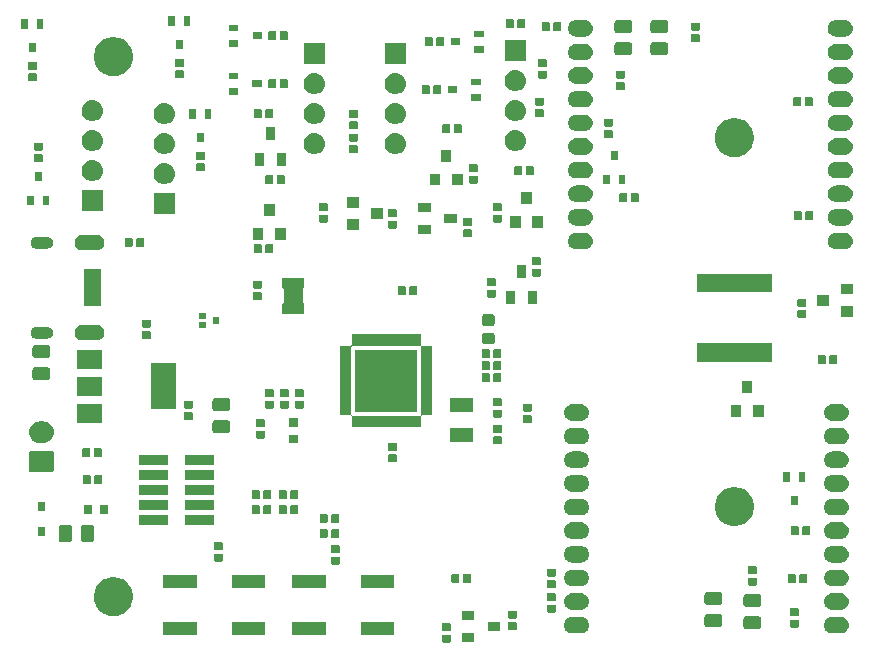
<source format=gbr>
G04 #@! TF.GenerationSoftware,KiCad,Pcbnew,(5.1.2)-1*
G04 #@! TF.CreationDate,2019-08-15T00:33:36+05:30*
G04 #@! TF.ProjectId,SAM21,53414d32-312e-46b6-9963-61645f706362,rev?*
G04 #@! TF.SameCoordinates,Original*
G04 #@! TF.FileFunction,Soldermask,Top*
G04 #@! TF.FilePolarity,Negative*
%FSLAX46Y46*%
G04 Gerber Fmt 4.6, Leading zero omitted, Abs format (unit mm)*
G04 Created by KiCad (PCBNEW (5.1.2)-1) date 2019-08-15 00:33:36*
%MOMM*%
%LPD*%
G04 APERTURE LIST*
%ADD10C,0.127000*%
%ADD11C,0.100000*%
G04 APERTURE END LIST*
D10*
G36*
X130882200Y-94226200D02*
G01*
X132253800Y-94226200D01*
X132253800Y-95089800D01*
X130882200Y-95089800D01*
X130882200Y-94226200D01*
G37*
X130882200Y-94226200D02*
X132253800Y-94226200D01*
X132253800Y-95089800D01*
X130882200Y-95089800D01*
X130882200Y-94226200D01*
D11*
G36*
X144807938Y-123354716D02*
G01*
X144828557Y-123360971D01*
X144847553Y-123371124D01*
X144864208Y-123384792D01*
X144877876Y-123401447D01*
X144888029Y-123420443D01*
X144894284Y-123441062D01*
X144897000Y-123468640D01*
X144897000Y-123927360D01*
X144894284Y-123954938D01*
X144888029Y-123975557D01*
X144877876Y-123994553D01*
X144864208Y-124011208D01*
X144847553Y-124024876D01*
X144828557Y-124035029D01*
X144807938Y-124041284D01*
X144780360Y-124044000D01*
X144271640Y-124044000D01*
X144244062Y-124041284D01*
X144223443Y-124035029D01*
X144204447Y-124024876D01*
X144187792Y-124011208D01*
X144174124Y-123994553D01*
X144163971Y-123975557D01*
X144157716Y-123954938D01*
X144155000Y-123927360D01*
X144155000Y-123468640D01*
X144157716Y-123441062D01*
X144163971Y-123420443D01*
X144174124Y-123401447D01*
X144187792Y-123384792D01*
X144204447Y-123371124D01*
X144223443Y-123360971D01*
X144244062Y-123354716D01*
X144271640Y-123352000D01*
X144780360Y-123352000D01*
X144807938Y-123354716D01*
X144807938Y-123354716D01*
G37*
G36*
X146873000Y-123973000D02*
G01*
X145821000Y-123973000D01*
X145821000Y-123221000D01*
X146873000Y-123221000D01*
X146873000Y-123973000D01*
X146873000Y-123973000D01*
G37*
G36*
X140110000Y-123423000D02*
G01*
X137258000Y-123423000D01*
X137258000Y-122321000D01*
X140110000Y-122321000D01*
X140110000Y-123423000D01*
X140110000Y-123423000D01*
G37*
G36*
X123428000Y-123423000D02*
G01*
X120576000Y-123423000D01*
X120576000Y-122321000D01*
X123428000Y-122321000D01*
X123428000Y-123423000D01*
X123428000Y-123423000D01*
G37*
G36*
X129188000Y-123423000D02*
G01*
X126336000Y-123423000D01*
X126336000Y-122321000D01*
X129188000Y-122321000D01*
X129188000Y-123423000D01*
X129188000Y-123423000D01*
G37*
G36*
X134350000Y-123423000D02*
G01*
X131498000Y-123423000D01*
X131498000Y-122321000D01*
X134350000Y-122321000D01*
X134350000Y-123423000D01*
X134350000Y-123423000D01*
G37*
G36*
X178033421Y-121863143D02*
G01*
X178165557Y-121903227D01*
X178165559Y-121903228D01*
X178287339Y-121968320D01*
X178394080Y-122055920D01*
X178481680Y-122162661D01*
X178546772Y-122284441D01*
X178546773Y-122284443D01*
X178586857Y-122416579D01*
X178600391Y-122554000D01*
X178586857Y-122691421D01*
X178546773Y-122823557D01*
X178546772Y-122823559D01*
X178481680Y-122945339D01*
X178394080Y-123052080D01*
X178287339Y-123139680D01*
X178165559Y-123204772D01*
X178165557Y-123204773D01*
X178033421Y-123244857D01*
X177930432Y-123255000D01*
X177161568Y-123255000D01*
X177058579Y-123244857D01*
X176926443Y-123204773D01*
X176926441Y-123204772D01*
X176804661Y-123139680D01*
X176697920Y-123052080D01*
X176610320Y-122945339D01*
X176545228Y-122823559D01*
X176545227Y-122823557D01*
X176505143Y-122691421D01*
X176491609Y-122554000D01*
X176505143Y-122416579D01*
X176545227Y-122284443D01*
X176545228Y-122284441D01*
X176610320Y-122162661D01*
X176697920Y-122055920D01*
X176804661Y-121968320D01*
X176926441Y-121903228D01*
X176926443Y-121903227D01*
X177058579Y-121863143D01*
X177161568Y-121853000D01*
X177930432Y-121853000D01*
X178033421Y-121863143D01*
X178033421Y-121863143D01*
G37*
G36*
X156033421Y-121863143D02*
G01*
X156165557Y-121903227D01*
X156165559Y-121903228D01*
X156287339Y-121968320D01*
X156394080Y-122055920D01*
X156481680Y-122162661D01*
X156546772Y-122284441D01*
X156546773Y-122284443D01*
X156586857Y-122416579D01*
X156600391Y-122554000D01*
X156586857Y-122691421D01*
X156546773Y-122823557D01*
X156546772Y-122823559D01*
X156481680Y-122945339D01*
X156394080Y-123052080D01*
X156287339Y-123139680D01*
X156165559Y-123204772D01*
X156165557Y-123204773D01*
X156033421Y-123244857D01*
X155930432Y-123255000D01*
X155161568Y-123255000D01*
X155058579Y-123244857D01*
X154926443Y-123204773D01*
X154926441Y-123204772D01*
X154804661Y-123139680D01*
X154697920Y-123052080D01*
X154610320Y-122945339D01*
X154545228Y-122823559D01*
X154545227Y-122823557D01*
X154505143Y-122691421D01*
X154491609Y-122554000D01*
X154505143Y-122416579D01*
X154545227Y-122284443D01*
X154545228Y-122284441D01*
X154610320Y-122162661D01*
X154697920Y-122055920D01*
X154804661Y-121968320D01*
X154926441Y-121903228D01*
X154926443Y-121903227D01*
X155058579Y-121863143D01*
X155161568Y-121853000D01*
X155930432Y-121853000D01*
X156033421Y-121863143D01*
X156033421Y-121863143D01*
G37*
G36*
X144807938Y-122384716D02*
G01*
X144828557Y-122390971D01*
X144847553Y-122401124D01*
X144864208Y-122414792D01*
X144877876Y-122431447D01*
X144888029Y-122450443D01*
X144894284Y-122471062D01*
X144897000Y-122498640D01*
X144897000Y-122957360D01*
X144894284Y-122984938D01*
X144888029Y-123005557D01*
X144877876Y-123024553D01*
X144864208Y-123041208D01*
X144847553Y-123054876D01*
X144828557Y-123065029D01*
X144807938Y-123071284D01*
X144780360Y-123074000D01*
X144271640Y-123074000D01*
X144244062Y-123071284D01*
X144223443Y-123065029D01*
X144204447Y-123054876D01*
X144187792Y-123041208D01*
X144174124Y-123024553D01*
X144163971Y-123005557D01*
X144157716Y-122984938D01*
X144155000Y-122957360D01*
X144155000Y-122498640D01*
X144157716Y-122471062D01*
X144163971Y-122450443D01*
X144174124Y-122431447D01*
X144187792Y-122414792D01*
X144204447Y-122401124D01*
X144223443Y-122390971D01*
X144244062Y-122384716D01*
X144271640Y-122382000D01*
X144780360Y-122382000D01*
X144807938Y-122384716D01*
X144807938Y-122384716D01*
G37*
G36*
X149073000Y-123058000D02*
G01*
X148021000Y-123058000D01*
X148021000Y-122306000D01*
X149073000Y-122306000D01*
X149073000Y-123058000D01*
X149073000Y-123058000D01*
G37*
G36*
X150395938Y-122292716D02*
G01*
X150416557Y-122298971D01*
X150435553Y-122309124D01*
X150452208Y-122322792D01*
X150465876Y-122339447D01*
X150476029Y-122358443D01*
X150482284Y-122379062D01*
X150485000Y-122406640D01*
X150485000Y-122865360D01*
X150482284Y-122892938D01*
X150476029Y-122913557D01*
X150465876Y-122932553D01*
X150452208Y-122949208D01*
X150435553Y-122962876D01*
X150416557Y-122973029D01*
X150395938Y-122979284D01*
X150368360Y-122982000D01*
X149859640Y-122982000D01*
X149832062Y-122979284D01*
X149811443Y-122973029D01*
X149792447Y-122962876D01*
X149775792Y-122949208D01*
X149762124Y-122932553D01*
X149751971Y-122913557D01*
X149745716Y-122892938D01*
X149743000Y-122865360D01*
X149743000Y-122406640D01*
X149745716Y-122379062D01*
X149751971Y-122358443D01*
X149762124Y-122339447D01*
X149775792Y-122322792D01*
X149792447Y-122309124D01*
X149811443Y-122298971D01*
X149832062Y-122292716D01*
X149859640Y-122290000D01*
X150368360Y-122290000D01*
X150395938Y-122292716D01*
X150395938Y-122292716D01*
G37*
G36*
X171018468Y-121815565D02*
G01*
X171057138Y-121827296D01*
X171092777Y-121846346D01*
X171124017Y-121871983D01*
X171149654Y-121903223D01*
X171168704Y-121938862D01*
X171180435Y-121977532D01*
X171185000Y-122023888D01*
X171185000Y-122675112D01*
X171180435Y-122721468D01*
X171168704Y-122760138D01*
X171149654Y-122795777D01*
X171124017Y-122827017D01*
X171092777Y-122852654D01*
X171057138Y-122871704D01*
X171018468Y-122883435D01*
X170972112Y-122888000D01*
X169895888Y-122888000D01*
X169849532Y-122883435D01*
X169810862Y-122871704D01*
X169775223Y-122852654D01*
X169743983Y-122827017D01*
X169718346Y-122795777D01*
X169699296Y-122760138D01*
X169687565Y-122721468D01*
X169683000Y-122675112D01*
X169683000Y-122023888D01*
X169687565Y-121977532D01*
X169699296Y-121938862D01*
X169718346Y-121903223D01*
X169743983Y-121871983D01*
X169775223Y-121846346D01*
X169810862Y-121827296D01*
X169849532Y-121815565D01*
X169895888Y-121811000D01*
X170972112Y-121811000D01*
X171018468Y-121815565D01*
X171018468Y-121815565D01*
G37*
G36*
X174271938Y-122084716D02*
G01*
X174292557Y-122090971D01*
X174311553Y-122101124D01*
X174328208Y-122114792D01*
X174341876Y-122131447D01*
X174352029Y-122150443D01*
X174358284Y-122171062D01*
X174361000Y-122198640D01*
X174361000Y-122657360D01*
X174358284Y-122684938D01*
X174352029Y-122705557D01*
X174341876Y-122724553D01*
X174328208Y-122741208D01*
X174311553Y-122754876D01*
X174292557Y-122765029D01*
X174271938Y-122771284D01*
X174244360Y-122774000D01*
X173735640Y-122774000D01*
X173708062Y-122771284D01*
X173687443Y-122765029D01*
X173668447Y-122754876D01*
X173651792Y-122741208D01*
X173638124Y-122724553D01*
X173627971Y-122705557D01*
X173621716Y-122684938D01*
X173619000Y-122657360D01*
X173619000Y-122198640D01*
X173621716Y-122171062D01*
X173627971Y-122150443D01*
X173638124Y-122131447D01*
X173651792Y-122114792D01*
X173668447Y-122101124D01*
X173687443Y-122090971D01*
X173708062Y-122084716D01*
X173735640Y-122082000D01*
X174244360Y-122082000D01*
X174271938Y-122084716D01*
X174271938Y-122084716D01*
G37*
G36*
X167716468Y-121640065D02*
G01*
X167755138Y-121651796D01*
X167790777Y-121670846D01*
X167822017Y-121696483D01*
X167847654Y-121727723D01*
X167866704Y-121763362D01*
X167878435Y-121802032D01*
X167883000Y-121848388D01*
X167883000Y-122499612D01*
X167878435Y-122545968D01*
X167866704Y-122584638D01*
X167847654Y-122620277D01*
X167822017Y-122651517D01*
X167790777Y-122677154D01*
X167755138Y-122696204D01*
X167716468Y-122707935D01*
X167670112Y-122712500D01*
X166593888Y-122712500D01*
X166547532Y-122707935D01*
X166508862Y-122696204D01*
X166473223Y-122677154D01*
X166441983Y-122651517D01*
X166416346Y-122620277D01*
X166397296Y-122584638D01*
X166385565Y-122545968D01*
X166381000Y-122499612D01*
X166381000Y-121848388D01*
X166385565Y-121802032D01*
X166397296Y-121763362D01*
X166416346Y-121727723D01*
X166441983Y-121696483D01*
X166473223Y-121670846D01*
X166508862Y-121651796D01*
X166547532Y-121640065D01*
X166593888Y-121635500D01*
X167670112Y-121635500D01*
X167716468Y-121640065D01*
X167716468Y-121640065D01*
G37*
G36*
X146873000Y-122143000D02*
G01*
X145821000Y-122143000D01*
X145821000Y-121391000D01*
X146873000Y-121391000D01*
X146873000Y-122143000D01*
X146873000Y-122143000D01*
G37*
G36*
X150395938Y-121322716D02*
G01*
X150416557Y-121328971D01*
X150435553Y-121339124D01*
X150452208Y-121352792D01*
X150465876Y-121369447D01*
X150476029Y-121388443D01*
X150482284Y-121409062D01*
X150485000Y-121436640D01*
X150485000Y-121895360D01*
X150482284Y-121922938D01*
X150476029Y-121943557D01*
X150465876Y-121962553D01*
X150452208Y-121979208D01*
X150435553Y-121992876D01*
X150416557Y-122003029D01*
X150395938Y-122009284D01*
X150368360Y-122012000D01*
X149859640Y-122012000D01*
X149832062Y-122009284D01*
X149811443Y-122003029D01*
X149792447Y-121992876D01*
X149775792Y-121979208D01*
X149762124Y-121962553D01*
X149751971Y-121943557D01*
X149745716Y-121922938D01*
X149743000Y-121895360D01*
X149743000Y-121436640D01*
X149745716Y-121409062D01*
X149751971Y-121388443D01*
X149762124Y-121369447D01*
X149775792Y-121352792D01*
X149792447Y-121339124D01*
X149811443Y-121328971D01*
X149832062Y-121322716D01*
X149859640Y-121320000D01*
X150368360Y-121320000D01*
X150395938Y-121322716D01*
X150395938Y-121322716D01*
G37*
G36*
X174271938Y-121114716D02*
G01*
X174292557Y-121120971D01*
X174311553Y-121131124D01*
X174328208Y-121144792D01*
X174341876Y-121161447D01*
X174352029Y-121180443D01*
X174358284Y-121201062D01*
X174361000Y-121228640D01*
X174361000Y-121687360D01*
X174358284Y-121714938D01*
X174352029Y-121735557D01*
X174341876Y-121754553D01*
X174328208Y-121771208D01*
X174311553Y-121784876D01*
X174292557Y-121795029D01*
X174271938Y-121801284D01*
X174244360Y-121804000D01*
X173735640Y-121804000D01*
X173708062Y-121801284D01*
X173687443Y-121795029D01*
X173668447Y-121784876D01*
X173651792Y-121771208D01*
X173638124Y-121754553D01*
X173627971Y-121735557D01*
X173621716Y-121714938D01*
X173619000Y-121687360D01*
X173619000Y-121228640D01*
X173621716Y-121201062D01*
X173627971Y-121180443D01*
X173638124Y-121161447D01*
X173651792Y-121144792D01*
X173668447Y-121131124D01*
X173687443Y-121120971D01*
X173708062Y-121114716D01*
X173735640Y-121112000D01*
X174244360Y-121112000D01*
X174271938Y-121114716D01*
X174271938Y-121114716D01*
G37*
G36*
X116687277Y-118529324D02*
G01*
X116813579Y-118554447D01*
X116959916Y-118615062D01*
X117081079Y-118665249D01*
X117114042Y-118678903D01*
X117384451Y-118859585D01*
X117614415Y-119089549D01*
X117795097Y-119359958D01*
X117795098Y-119359960D01*
X117919553Y-119660422D01*
X117983000Y-119979389D01*
X117983000Y-120304611D01*
X117947450Y-120483329D01*
X117919553Y-120623579D01*
X117839433Y-120817005D01*
X117796450Y-120920777D01*
X117795097Y-120924042D01*
X117614415Y-121194451D01*
X117384451Y-121424415D01*
X117114042Y-121605097D01*
X116813579Y-121729553D01*
X116707256Y-121750702D01*
X116494611Y-121793000D01*
X116169389Y-121793000D01*
X115956744Y-121750702D01*
X115850421Y-121729553D01*
X115549958Y-121605097D01*
X115279549Y-121424415D01*
X115049585Y-121194451D01*
X114868903Y-120924042D01*
X114867551Y-120920777D01*
X114824567Y-120817005D01*
X114744447Y-120623579D01*
X114716550Y-120483329D01*
X114681000Y-120304611D01*
X114681000Y-119979389D01*
X114744447Y-119660422D01*
X114868902Y-119359960D01*
X114868903Y-119359958D01*
X115049585Y-119089549D01*
X115279549Y-118859585D01*
X115549958Y-118678903D01*
X115582922Y-118665249D01*
X115704084Y-118615062D01*
X115850421Y-118554447D01*
X115976723Y-118529324D01*
X116169389Y-118491000D01*
X116494611Y-118491000D01*
X116687277Y-118529324D01*
X116687277Y-118529324D01*
G37*
G36*
X153697938Y-120814716D02*
G01*
X153718557Y-120820971D01*
X153737553Y-120831124D01*
X153754208Y-120844792D01*
X153767876Y-120861447D01*
X153778029Y-120880443D01*
X153784284Y-120901062D01*
X153787000Y-120928640D01*
X153787000Y-121387360D01*
X153784284Y-121414938D01*
X153778029Y-121435557D01*
X153767876Y-121454553D01*
X153754208Y-121471208D01*
X153737553Y-121484876D01*
X153718557Y-121495029D01*
X153697938Y-121501284D01*
X153670360Y-121504000D01*
X153161640Y-121504000D01*
X153134062Y-121501284D01*
X153113443Y-121495029D01*
X153094447Y-121484876D01*
X153077792Y-121471208D01*
X153064124Y-121454553D01*
X153053971Y-121435557D01*
X153047716Y-121414938D01*
X153045000Y-121387360D01*
X153045000Y-120928640D01*
X153047716Y-120901062D01*
X153053971Y-120880443D01*
X153064124Y-120861447D01*
X153077792Y-120844792D01*
X153094447Y-120831124D01*
X153113443Y-120820971D01*
X153134062Y-120814716D01*
X153161640Y-120812000D01*
X153670360Y-120812000D01*
X153697938Y-120814716D01*
X153697938Y-120814716D01*
G37*
G36*
X178033421Y-119863143D02*
G01*
X178165557Y-119903227D01*
X178165559Y-119903228D01*
X178287339Y-119968320D01*
X178300829Y-119979391D01*
X178394080Y-120055920D01*
X178481679Y-120162660D01*
X178546773Y-120284443D01*
X178586857Y-120416579D01*
X178600391Y-120554000D01*
X178586857Y-120691421D01*
X178546773Y-120823557D01*
X178546772Y-120823559D01*
X178481680Y-120945339D01*
X178394080Y-121052080D01*
X178287339Y-121139680D01*
X178195280Y-121188886D01*
X178165557Y-121204773D01*
X178033421Y-121244857D01*
X177930432Y-121255000D01*
X177161568Y-121255000D01*
X177058579Y-121244857D01*
X176926443Y-121204773D01*
X176896720Y-121188886D01*
X176804661Y-121139680D01*
X176697920Y-121052080D01*
X176610320Y-120945339D01*
X176545228Y-120823559D01*
X176545227Y-120823557D01*
X176505143Y-120691421D01*
X176491609Y-120554000D01*
X176505143Y-120416579D01*
X176545227Y-120284443D01*
X176610321Y-120162660D01*
X176697920Y-120055920D01*
X176791171Y-119979391D01*
X176804661Y-119968320D01*
X176926441Y-119903228D01*
X176926443Y-119903227D01*
X177058579Y-119863143D01*
X177161568Y-119853000D01*
X177930432Y-119853000D01*
X178033421Y-119863143D01*
X178033421Y-119863143D01*
G37*
G36*
X156033421Y-119863143D02*
G01*
X156165557Y-119903227D01*
X156165559Y-119903228D01*
X156287339Y-119968320D01*
X156300829Y-119979391D01*
X156394080Y-120055920D01*
X156481679Y-120162660D01*
X156546773Y-120284443D01*
X156586857Y-120416579D01*
X156600391Y-120554000D01*
X156586857Y-120691421D01*
X156546773Y-120823557D01*
X156546772Y-120823559D01*
X156481680Y-120945339D01*
X156394080Y-121052080D01*
X156287339Y-121139680D01*
X156195280Y-121188886D01*
X156165557Y-121204773D01*
X156033421Y-121244857D01*
X155930432Y-121255000D01*
X155161568Y-121255000D01*
X155058579Y-121244857D01*
X154926443Y-121204773D01*
X154896720Y-121188886D01*
X154804661Y-121139680D01*
X154697920Y-121052080D01*
X154610320Y-120945339D01*
X154545228Y-120823559D01*
X154545227Y-120823557D01*
X154505143Y-120691421D01*
X154491609Y-120554000D01*
X154505143Y-120416579D01*
X154545227Y-120284443D01*
X154610321Y-120162660D01*
X154697920Y-120055920D01*
X154791171Y-119979391D01*
X154804661Y-119968320D01*
X154926441Y-119903228D01*
X154926443Y-119903227D01*
X155058579Y-119863143D01*
X155161568Y-119853000D01*
X155930432Y-119853000D01*
X156033421Y-119863143D01*
X156033421Y-119863143D01*
G37*
G36*
X171018468Y-119940565D02*
G01*
X171057138Y-119952296D01*
X171092777Y-119971346D01*
X171124017Y-119996983D01*
X171149654Y-120028223D01*
X171168704Y-120063862D01*
X171180435Y-120102532D01*
X171185000Y-120148888D01*
X171185000Y-120800112D01*
X171180435Y-120846468D01*
X171168704Y-120885138D01*
X171149654Y-120920777D01*
X171124017Y-120952017D01*
X171092777Y-120977654D01*
X171057138Y-120996704D01*
X171018468Y-121008435D01*
X170972112Y-121013000D01*
X169895888Y-121013000D01*
X169849532Y-121008435D01*
X169810862Y-120996704D01*
X169775223Y-120977654D01*
X169743983Y-120952017D01*
X169718346Y-120920777D01*
X169699296Y-120885138D01*
X169687565Y-120846468D01*
X169683000Y-120800112D01*
X169683000Y-120148888D01*
X169687565Y-120102532D01*
X169699296Y-120063862D01*
X169718346Y-120028223D01*
X169743983Y-119996983D01*
X169775223Y-119971346D01*
X169810862Y-119952296D01*
X169849532Y-119940565D01*
X169895888Y-119936000D01*
X170972112Y-119936000D01*
X171018468Y-119940565D01*
X171018468Y-119940565D01*
G37*
G36*
X167716468Y-119765065D02*
G01*
X167755138Y-119776796D01*
X167790777Y-119795846D01*
X167822017Y-119821483D01*
X167847654Y-119852723D01*
X167866704Y-119888362D01*
X167878435Y-119927032D01*
X167883000Y-119973388D01*
X167883000Y-120624612D01*
X167878435Y-120670968D01*
X167866704Y-120709638D01*
X167847654Y-120745277D01*
X167822017Y-120776517D01*
X167790777Y-120802154D01*
X167755138Y-120821204D01*
X167716468Y-120832935D01*
X167670112Y-120837500D01*
X166593888Y-120837500D01*
X166547532Y-120832935D01*
X166508862Y-120821204D01*
X166473223Y-120802154D01*
X166441983Y-120776517D01*
X166416346Y-120745277D01*
X166397296Y-120709638D01*
X166385565Y-120670968D01*
X166381000Y-120624612D01*
X166381000Y-119973388D01*
X166385565Y-119927032D01*
X166397296Y-119888362D01*
X166416346Y-119852723D01*
X166441983Y-119821483D01*
X166473223Y-119795846D01*
X166508862Y-119776796D01*
X166547532Y-119765065D01*
X166593888Y-119760500D01*
X167670112Y-119760500D01*
X167716468Y-119765065D01*
X167716468Y-119765065D01*
G37*
G36*
X153697938Y-119844716D02*
G01*
X153718557Y-119850971D01*
X153737553Y-119861124D01*
X153754208Y-119874792D01*
X153767876Y-119891447D01*
X153778029Y-119910443D01*
X153784284Y-119931062D01*
X153787000Y-119958640D01*
X153787000Y-120417360D01*
X153784284Y-120444938D01*
X153778029Y-120465557D01*
X153767876Y-120484553D01*
X153754208Y-120501208D01*
X153737553Y-120514876D01*
X153718557Y-120525029D01*
X153697938Y-120531284D01*
X153670360Y-120534000D01*
X153161640Y-120534000D01*
X153134062Y-120531284D01*
X153113443Y-120525029D01*
X153094447Y-120514876D01*
X153077792Y-120501208D01*
X153064124Y-120484553D01*
X153053971Y-120465557D01*
X153047716Y-120444938D01*
X153045000Y-120417360D01*
X153045000Y-119958640D01*
X153047716Y-119931062D01*
X153053971Y-119910443D01*
X153064124Y-119891447D01*
X153077792Y-119874792D01*
X153094447Y-119861124D01*
X153113443Y-119850971D01*
X153134062Y-119844716D01*
X153161640Y-119842000D01*
X153670360Y-119842000D01*
X153697938Y-119844716D01*
X153697938Y-119844716D01*
G37*
G36*
X153697938Y-118736716D02*
G01*
X153718557Y-118742971D01*
X153737553Y-118753124D01*
X153754208Y-118766792D01*
X153767876Y-118783447D01*
X153778029Y-118802443D01*
X153784284Y-118823062D01*
X153787000Y-118850640D01*
X153787000Y-119309360D01*
X153784284Y-119336938D01*
X153778029Y-119357557D01*
X153767876Y-119376553D01*
X153754208Y-119393208D01*
X153737553Y-119406876D01*
X153718557Y-119417029D01*
X153697938Y-119423284D01*
X153670360Y-119426000D01*
X153161640Y-119426000D01*
X153134062Y-119423284D01*
X153113443Y-119417029D01*
X153094447Y-119406876D01*
X153077792Y-119393208D01*
X153064124Y-119376553D01*
X153053971Y-119357557D01*
X153047716Y-119336938D01*
X153045000Y-119309360D01*
X153045000Y-118850640D01*
X153047716Y-118823062D01*
X153053971Y-118802443D01*
X153064124Y-118783447D01*
X153077792Y-118766792D01*
X153094447Y-118753124D01*
X153113443Y-118742971D01*
X153134062Y-118736716D01*
X153161640Y-118734000D01*
X153670360Y-118734000D01*
X153697938Y-118736716D01*
X153697938Y-118736716D01*
G37*
G36*
X134350000Y-119423000D02*
G01*
X131498000Y-119423000D01*
X131498000Y-118321000D01*
X134350000Y-118321000D01*
X134350000Y-119423000D01*
X134350000Y-119423000D01*
G37*
G36*
X129188000Y-119423000D02*
G01*
X126336000Y-119423000D01*
X126336000Y-118321000D01*
X129188000Y-118321000D01*
X129188000Y-119423000D01*
X129188000Y-119423000D01*
G37*
G36*
X140110000Y-119423000D02*
G01*
X137258000Y-119423000D01*
X137258000Y-118321000D01*
X140110000Y-118321000D01*
X140110000Y-119423000D01*
X140110000Y-119423000D01*
G37*
G36*
X123428000Y-119423000D02*
G01*
X120576000Y-119423000D01*
X120576000Y-118321000D01*
X123428000Y-118321000D01*
X123428000Y-119423000D01*
X123428000Y-119423000D01*
G37*
G36*
X178033421Y-117863143D02*
G01*
X178165557Y-117903227D01*
X178165559Y-117903228D01*
X178287339Y-117968320D01*
X178394080Y-118055920D01*
X178481680Y-118162661D01*
X178531993Y-118256792D01*
X178546773Y-118284443D01*
X178586857Y-118416579D01*
X178600391Y-118554000D01*
X178586857Y-118691421D01*
X178549065Y-118816000D01*
X178546772Y-118823559D01*
X178481680Y-118945339D01*
X178394080Y-119052080D01*
X178287339Y-119139680D01*
X178176590Y-119198876D01*
X178165557Y-119204773D01*
X178033421Y-119244857D01*
X177930432Y-119255000D01*
X177161568Y-119255000D01*
X177058579Y-119244857D01*
X176926443Y-119204773D01*
X176915410Y-119198876D01*
X176804661Y-119139680D01*
X176697920Y-119052080D01*
X176610320Y-118945339D01*
X176545228Y-118823559D01*
X176542935Y-118816000D01*
X176505143Y-118691421D01*
X176491609Y-118554000D01*
X176505143Y-118416579D01*
X176545227Y-118284443D01*
X176560007Y-118256792D01*
X176610320Y-118162661D01*
X176697920Y-118055920D01*
X176804661Y-117968320D01*
X176926441Y-117903228D01*
X176926443Y-117903227D01*
X177058579Y-117863143D01*
X177161568Y-117853000D01*
X177930432Y-117853000D01*
X178033421Y-117863143D01*
X178033421Y-117863143D01*
G37*
G36*
X156033421Y-117863143D02*
G01*
X156165557Y-117903227D01*
X156165559Y-117903228D01*
X156287339Y-117968320D01*
X156394080Y-118055920D01*
X156481680Y-118162661D01*
X156531993Y-118256792D01*
X156546773Y-118284443D01*
X156586857Y-118416579D01*
X156600391Y-118554000D01*
X156586857Y-118691421D01*
X156549065Y-118816000D01*
X156546772Y-118823559D01*
X156481680Y-118945339D01*
X156394080Y-119052080D01*
X156287339Y-119139680D01*
X156176590Y-119198876D01*
X156165557Y-119204773D01*
X156033421Y-119244857D01*
X155930432Y-119255000D01*
X155161568Y-119255000D01*
X155058579Y-119244857D01*
X154926443Y-119204773D01*
X154915410Y-119198876D01*
X154804661Y-119139680D01*
X154697920Y-119052080D01*
X154610320Y-118945339D01*
X154545228Y-118823559D01*
X154542935Y-118816000D01*
X154505143Y-118691421D01*
X154491609Y-118554000D01*
X154505143Y-118416579D01*
X154545227Y-118284443D01*
X154560007Y-118256792D01*
X154610320Y-118162661D01*
X154697920Y-118055920D01*
X154804661Y-117968320D01*
X154926441Y-117903228D01*
X154926443Y-117903227D01*
X155058579Y-117863143D01*
X155161568Y-117853000D01*
X155930432Y-117853000D01*
X156033421Y-117863143D01*
X156033421Y-117863143D01*
G37*
G36*
X170715938Y-118528716D02*
G01*
X170736557Y-118534971D01*
X170755553Y-118545124D01*
X170772208Y-118558792D01*
X170785876Y-118575447D01*
X170796029Y-118594443D01*
X170802284Y-118615062D01*
X170805000Y-118642640D01*
X170805000Y-119101360D01*
X170802284Y-119128938D01*
X170796029Y-119149557D01*
X170785876Y-119168553D01*
X170772208Y-119185208D01*
X170755553Y-119198876D01*
X170736557Y-119209029D01*
X170715938Y-119215284D01*
X170688360Y-119218000D01*
X170179640Y-119218000D01*
X170152062Y-119215284D01*
X170131443Y-119209029D01*
X170112447Y-119198876D01*
X170095792Y-119185208D01*
X170082124Y-119168553D01*
X170071971Y-119149557D01*
X170065716Y-119128938D01*
X170063000Y-119101360D01*
X170063000Y-118642640D01*
X170065716Y-118615062D01*
X170071971Y-118594443D01*
X170082124Y-118575447D01*
X170095792Y-118558792D01*
X170112447Y-118545124D01*
X170131443Y-118534971D01*
X170152062Y-118528716D01*
X170179640Y-118526000D01*
X170688360Y-118526000D01*
X170715938Y-118528716D01*
X170715938Y-118528716D01*
G37*
G36*
X175008938Y-118249716D02*
G01*
X175029557Y-118255971D01*
X175048553Y-118266124D01*
X175065208Y-118279792D01*
X175078876Y-118296447D01*
X175089029Y-118315443D01*
X175095284Y-118336062D01*
X175098000Y-118363640D01*
X175098000Y-118872360D01*
X175095284Y-118899938D01*
X175089029Y-118920557D01*
X175078876Y-118939553D01*
X175065208Y-118956208D01*
X175048553Y-118969876D01*
X175029557Y-118980029D01*
X175008938Y-118986284D01*
X174981360Y-118989000D01*
X174522640Y-118989000D01*
X174495062Y-118986284D01*
X174474443Y-118980029D01*
X174455447Y-118969876D01*
X174438792Y-118956208D01*
X174425124Y-118939553D01*
X174414971Y-118920557D01*
X174408716Y-118899938D01*
X174406000Y-118872360D01*
X174406000Y-118363640D01*
X174408716Y-118336062D01*
X174414971Y-118315443D01*
X174425124Y-118296447D01*
X174438792Y-118279792D01*
X174455447Y-118266124D01*
X174474443Y-118255971D01*
X174495062Y-118249716D01*
X174522640Y-118247000D01*
X174981360Y-118247000D01*
X175008938Y-118249716D01*
X175008938Y-118249716D01*
G37*
G36*
X174038938Y-118249716D02*
G01*
X174059557Y-118255971D01*
X174078553Y-118266124D01*
X174095208Y-118279792D01*
X174108876Y-118296447D01*
X174119029Y-118315443D01*
X174125284Y-118336062D01*
X174128000Y-118363640D01*
X174128000Y-118872360D01*
X174125284Y-118899938D01*
X174119029Y-118920557D01*
X174108876Y-118939553D01*
X174095208Y-118956208D01*
X174078553Y-118969876D01*
X174059557Y-118980029D01*
X174038938Y-118986284D01*
X174011360Y-118989000D01*
X173552640Y-118989000D01*
X173525062Y-118986284D01*
X173504443Y-118980029D01*
X173485447Y-118969876D01*
X173468792Y-118956208D01*
X173455124Y-118939553D01*
X173444971Y-118920557D01*
X173438716Y-118899938D01*
X173436000Y-118872360D01*
X173436000Y-118363640D01*
X173438716Y-118336062D01*
X173444971Y-118315443D01*
X173455124Y-118296447D01*
X173468792Y-118279792D01*
X173485447Y-118266124D01*
X173504443Y-118255971D01*
X173525062Y-118249716D01*
X173552640Y-118247000D01*
X174011360Y-118247000D01*
X174038938Y-118249716D01*
X174038938Y-118249716D01*
G37*
G36*
X145544938Y-118226716D02*
G01*
X145565557Y-118232971D01*
X145584553Y-118243124D01*
X145601208Y-118256792D01*
X145614876Y-118273447D01*
X145625029Y-118292443D01*
X145631284Y-118313062D01*
X145634000Y-118340640D01*
X145634000Y-118849360D01*
X145631284Y-118876938D01*
X145625029Y-118897557D01*
X145614876Y-118916553D01*
X145601208Y-118933208D01*
X145584553Y-118946876D01*
X145565557Y-118957029D01*
X145544938Y-118963284D01*
X145517360Y-118966000D01*
X145058640Y-118966000D01*
X145031062Y-118963284D01*
X145010443Y-118957029D01*
X144991447Y-118946876D01*
X144974792Y-118933208D01*
X144961124Y-118916553D01*
X144950971Y-118897557D01*
X144944716Y-118876938D01*
X144942000Y-118849360D01*
X144942000Y-118340640D01*
X144944716Y-118313062D01*
X144950971Y-118292443D01*
X144961124Y-118273447D01*
X144974792Y-118256792D01*
X144991447Y-118243124D01*
X145010443Y-118232971D01*
X145031062Y-118226716D01*
X145058640Y-118224000D01*
X145517360Y-118224000D01*
X145544938Y-118226716D01*
X145544938Y-118226716D01*
G37*
G36*
X146514938Y-118226716D02*
G01*
X146535557Y-118232971D01*
X146554553Y-118243124D01*
X146571208Y-118256792D01*
X146584876Y-118273447D01*
X146595029Y-118292443D01*
X146601284Y-118313062D01*
X146604000Y-118340640D01*
X146604000Y-118849360D01*
X146601284Y-118876938D01*
X146595029Y-118897557D01*
X146584876Y-118916553D01*
X146571208Y-118933208D01*
X146554553Y-118946876D01*
X146535557Y-118957029D01*
X146514938Y-118963284D01*
X146487360Y-118966000D01*
X146028640Y-118966000D01*
X146001062Y-118963284D01*
X145980443Y-118957029D01*
X145961447Y-118946876D01*
X145944792Y-118933208D01*
X145931124Y-118916553D01*
X145920971Y-118897557D01*
X145914716Y-118876938D01*
X145912000Y-118849360D01*
X145912000Y-118340640D01*
X145914716Y-118313062D01*
X145920971Y-118292443D01*
X145931124Y-118273447D01*
X145944792Y-118256792D01*
X145961447Y-118243124D01*
X145980443Y-118232971D01*
X146001062Y-118226716D01*
X146028640Y-118224000D01*
X146487360Y-118224000D01*
X146514938Y-118226716D01*
X146514938Y-118226716D01*
G37*
G36*
X153697938Y-117766716D02*
G01*
X153718557Y-117772971D01*
X153737553Y-117783124D01*
X153754208Y-117796792D01*
X153767876Y-117813447D01*
X153778029Y-117832443D01*
X153784284Y-117853062D01*
X153787000Y-117880640D01*
X153787000Y-118339360D01*
X153784284Y-118366938D01*
X153778029Y-118387557D01*
X153767876Y-118406553D01*
X153754208Y-118423208D01*
X153737553Y-118436876D01*
X153718557Y-118447029D01*
X153697938Y-118453284D01*
X153670360Y-118456000D01*
X153161640Y-118456000D01*
X153134062Y-118453284D01*
X153113443Y-118447029D01*
X153094447Y-118436876D01*
X153077792Y-118423208D01*
X153064124Y-118406553D01*
X153053971Y-118387557D01*
X153047716Y-118366938D01*
X153045000Y-118339360D01*
X153045000Y-117880640D01*
X153047716Y-117853062D01*
X153053971Y-117832443D01*
X153064124Y-117813447D01*
X153077792Y-117796792D01*
X153094447Y-117783124D01*
X153113443Y-117772971D01*
X153134062Y-117766716D01*
X153161640Y-117764000D01*
X153670360Y-117764000D01*
X153697938Y-117766716D01*
X153697938Y-117766716D01*
G37*
G36*
X170715938Y-117558716D02*
G01*
X170736557Y-117564971D01*
X170755553Y-117575124D01*
X170772208Y-117588792D01*
X170785876Y-117605447D01*
X170796029Y-117624443D01*
X170802284Y-117645062D01*
X170805000Y-117672640D01*
X170805000Y-118131360D01*
X170802284Y-118158938D01*
X170796029Y-118179557D01*
X170785876Y-118198553D01*
X170772208Y-118215208D01*
X170755553Y-118228876D01*
X170736557Y-118239029D01*
X170715938Y-118245284D01*
X170688360Y-118248000D01*
X170179640Y-118248000D01*
X170152062Y-118245284D01*
X170131443Y-118239029D01*
X170112447Y-118228876D01*
X170095792Y-118215208D01*
X170082124Y-118198553D01*
X170071971Y-118179557D01*
X170065716Y-118158938D01*
X170063000Y-118131360D01*
X170063000Y-117672640D01*
X170065716Y-117645062D01*
X170071971Y-117624443D01*
X170082124Y-117605447D01*
X170095792Y-117588792D01*
X170112447Y-117575124D01*
X170131443Y-117564971D01*
X170152062Y-117558716D01*
X170179640Y-117556000D01*
X170688360Y-117556000D01*
X170715938Y-117558716D01*
X170715938Y-117558716D01*
G37*
G36*
X135409938Y-116750716D02*
G01*
X135430557Y-116756971D01*
X135449553Y-116767124D01*
X135466208Y-116780792D01*
X135479876Y-116797447D01*
X135490029Y-116816443D01*
X135496284Y-116837062D01*
X135499000Y-116864640D01*
X135499000Y-117323360D01*
X135496284Y-117350938D01*
X135490029Y-117371557D01*
X135479876Y-117390553D01*
X135466208Y-117407208D01*
X135449553Y-117420876D01*
X135430557Y-117431029D01*
X135409938Y-117437284D01*
X135382360Y-117440000D01*
X134873640Y-117440000D01*
X134846062Y-117437284D01*
X134825443Y-117431029D01*
X134806447Y-117420876D01*
X134789792Y-117407208D01*
X134776124Y-117390553D01*
X134765971Y-117371557D01*
X134759716Y-117350938D01*
X134757000Y-117323360D01*
X134757000Y-116864640D01*
X134759716Y-116837062D01*
X134765971Y-116816443D01*
X134776124Y-116797447D01*
X134789792Y-116780792D01*
X134806447Y-116767124D01*
X134825443Y-116756971D01*
X134846062Y-116750716D01*
X134873640Y-116748000D01*
X135382360Y-116748000D01*
X135409938Y-116750716D01*
X135409938Y-116750716D01*
G37*
G36*
X178033421Y-115863143D02*
G01*
X178165557Y-115903227D01*
X178165559Y-115903228D01*
X178287339Y-115968320D01*
X178287341Y-115968321D01*
X178287340Y-115968321D01*
X178394080Y-116055920D01*
X178481679Y-116162660D01*
X178546773Y-116284443D01*
X178586857Y-116416579D01*
X178600391Y-116554000D01*
X178586857Y-116691421D01*
X178554322Y-116798671D01*
X178546772Y-116823559D01*
X178481680Y-116945339D01*
X178394080Y-117052080D01*
X178287339Y-117139680D01*
X178200679Y-117186000D01*
X178165557Y-117204773D01*
X178033421Y-117244857D01*
X177930432Y-117255000D01*
X177161568Y-117255000D01*
X177058579Y-117244857D01*
X176926443Y-117204773D01*
X176891321Y-117186000D01*
X176804661Y-117139680D01*
X176697920Y-117052080D01*
X176610320Y-116945339D01*
X176545228Y-116823559D01*
X176537678Y-116798671D01*
X176505143Y-116691421D01*
X176491609Y-116554000D01*
X176505143Y-116416579D01*
X176545227Y-116284443D01*
X176610321Y-116162660D01*
X176697920Y-116055920D01*
X176804660Y-115968321D01*
X176804659Y-115968321D01*
X176804661Y-115968320D01*
X176926441Y-115903228D01*
X176926443Y-115903227D01*
X177058579Y-115863143D01*
X177161568Y-115853000D01*
X177930432Y-115853000D01*
X178033421Y-115863143D01*
X178033421Y-115863143D01*
G37*
G36*
X156033421Y-115863143D02*
G01*
X156165557Y-115903227D01*
X156165559Y-115903228D01*
X156287339Y-115968320D01*
X156287341Y-115968321D01*
X156287340Y-115968321D01*
X156394080Y-116055920D01*
X156481679Y-116162660D01*
X156546773Y-116284443D01*
X156586857Y-116416579D01*
X156600391Y-116554000D01*
X156586857Y-116691421D01*
X156554322Y-116798671D01*
X156546772Y-116823559D01*
X156481680Y-116945339D01*
X156394080Y-117052080D01*
X156287339Y-117139680D01*
X156200679Y-117186000D01*
X156165557Y-117204773D01*
X156033421Y-117244857D01*
X155930432Y-117255000D01*
X155161568Y-117255000D01*
X155058579Y-117244857D01*
X154926443Y-117204773D01*
X154891321Y-117186000D01*
X154804661Y-117139680D01*
X154697920Y-117052080D01*
X154610320Y-116945339D01*
X154545228Y-116823559D01*
X154537678Y-116798671D01*
X154505143Y-116691421D01*
X154491609Y-116554000D01*
X154505143Y-116416579D01*
X154545227Y-116284443D01*
X154610321Y-116162660D01*
X154697920Y-116055920D01*
X154804660Y-115968321D01*
X154804659Y-115968321D01*
X154804661Y-115968320D01*
X154926441Y-115903228D01*
X154926443Y-115903227D01*
X155058579Y-115863143D01*
X155161568Y-115853000D01*
X155930432Y-115853000D01*
X156033421Y-115863143D01*
X156033421Y-115863143D01*
G37*
G36*
X125503938Y-116496716D02*
G01*
X125524557Y-116502971D01*
X125543553Y-116513124D01*
X125560208Y-116526792D01*
X125573876Y-116543447D01*
X125584029Y-116562443D01*
X125590284Y-116583062D01*
X125593000Y-116610640D01*
X125593000Y-117069360D01*
X125590284Y-117096938D01*
X125584029Y-117117557D01*
X125573876Y-117136553D01*
X125560208Y-117153208D01*
X125543553Y-117166876D01*
X125524557Y-117177029D01*
X125503938Y-117183284D01*
X125476360Y-117186000D01*
X124967640Y-117186000D01*
X124940062Y-117183284D01*
X124919443Y-117177029D01*
X124900447Y-117166876D01*
X124883792Y-117153208D01*
X124870124Y-117136553D01*
X124859971Y-117117557D01*
X124853716Y-117096938D01*
X124851000Y-117069360D01*
X124851000Y-116610640D01*
X124853716Y-116583062D01*
X124859971Y-116562443D01*
X124870124Y-116543447D01*
X124883792Y-116526792D01*
X124900447Y-116513124D01*
X124919443Y-116502971D01*
X124940062Y-116496716D01*
X124967640Y-116494000D01*
X125476360Y-116494000D01*
X125503938Y-116496716D01*
X125503938Y-116496716D01*
G37*
G36*
X135409938Y-115780716D02*
G01*
X135430557Y-115786971D01*
X135449553Y-115797124D01*
X135466208Y-115810792D01*
X135479876Y-115827447D01*
X135490029Y-115846443D01*
X135496284Y-115867062D01*
X135499000Y-115894640D01*
X135499000Y-116353360D01*
X135496284Y-116380938D01*
X135490029Y-116401557D01*
X135479876Y-116420553D01*
X135466208Y-116437208D01*
X135449553Y-116450876D01*
X135430557Y-116461029D01*
X135409938Y-116467284D01*
X135382360Y-116470000D01*
X134873640Y-116470000D01*
X134846062Y-116467284D01*
X134825443Y-116461029D01*
X134806447Y-116450876D01*
X134789792Y-116437208D01*
X134776124Y-116420553D01*
X134765971Y-116401557D01*
X134759716Y-116380938D01*
X134757000Y-116353360D01*
X134757000Y-115894640D01*
X134759716Y-115867062D01*
X134765971Y-115846443D01*
X134776124Y-115827447D01*
X134789792Y-115810792D01*
X134806447Y-115797124D01*
X134825443Y-115786971D01*
X134846062Y-115780716D01*
X134873640Y-115778000D01*
X135382360Y-115778000D01*
X135409938Y-115780716D01*
X135409938Y-115780716D01*
G37*
G36*
X125503938Y-115526716D02*
G01*
X125524557Y-115532971D01*
X125543553Y-115543124D01*
X125560208Y-115556792D01*
X125573876Y-115573447D01*
X125584029Y-115592443D01*
X125590284Y-115613062D01*
X125593000Y-115640640D01*
X125593000Y-116099360D01*
X125590284Y-116126938D01*
X125584029Y-116147557D01*
X125573876Y-116166553D01*
X125560208Y-116183208D01*
X125543553Y-116196876D01*
X125524557Y-116207029D01*
X125503938Y-116213284D01*
X125476360Y-116216000D01*
X124967640Y-116216000D01*
X124940062Y-116213284D01*
X124919443Y-116207029D01*
X124900447Y-116196876D01*
X124883792Y-116183208D01*
X124870124Y-116166553D01*
X124859971Y-116147557D01*
X124853716Y-116126938D01*
X124851000Y-116099360D01*
X124851000Y-115640640D01*
X124853716Y-115613062D01*
X124859971Y-115592443D01*
X124870124Y-115573447D01*
X124883792Y-115556792D01*
X124900447Y-115543124D01*
X124919443Y-115532971D01*
X124940062Y-115526716D01*
X124967640Y-115524000D01*
X125476360Y-115524000D01*
X125503938Y-115526716D01*
X125503938Y-115526716D01*
G37*
G36*
X114514968Y-114061565D02*
G01*
X114553638Y-114073296D01*
X114589277Y-114092346D01*
X114620517Y-114117983D01*
X114646154Y-114149223D01*
X114665204Y-114184862D01*
X114676935Y-114223532D01*
X114681500Y-114269888D01*
X114681500Y-115346112D01*
X114676935Y-115392468D01*
X114665204Y-115431138D01*
X114646154Y-115466777D01*
X114620517Y-115498017D01*
X114589277Y-115523654D01*
X114553638Y-115542704D01*
X114514968Y-115554435D01*
X114468612Y-115559000D01*
X113817388Y-115559000D01*
X113771032Y-115554435D01*
X113732362Y-115542704D01*
X113696723Y-115523654D01*
X113665483Y-115498017D01*
X113639846Y-115466777D01*
X113620796Y-115431138D01*
X113609065Y-115392468D01*
X113604500Y-115346112D01*
X113604500Y-114269888D01*
X113609065Y-114223532D01*
X113620796Y-114184862D01*
X113639846Y-114149223D01*
X113665483Y-114117983D01*
X113696723Y-114092346D01*
X113732362Y-114073296D01*
X113771032Y-114061565D01*
X113817388Y-114057000D01*
X114468612Y-114057000D01*
X114514968Y-114061565D01*
X114514968Y-114061565D01*
G37*
G36*
X112639968Y-114061565D02*
G01*
X112678638Y-114073296D01*
X112714277Y-114092346D01*
X112745517Y-114117983D01*
X112771154Y-114149223D01*
X112790204Y-114184862D01*
X112801935Y-114223532D01*
X112806500Y-114269888D01*
X112806500Y-115346112D01*
X112801935Y-115392468D01*
X112790204Y-115431138D01*
X112771154Y-115466777D01*
X112745517Y-115498017D01*
X112714277Y-115523654D01*
X112678638Y-115542704D01*
X112639968Y-115554435D01*
X112593612Y-115559000D01*
X111942388Y-115559000D01*
X111896032Y-115554435D01*
X111857362Y-115542704D01*
X111821723Y-115523654D01*
X111790483Y-115498017D01*
X111764846Y-115466777D01*
X111745796Y-115431138D01*
X111734065Y-115392468D01*
X111729500Y-115346112D01*
X111729500Y-114269888D01*
X111734065Y-114223532D01*
X111745796Y-114184862D01*
X111764846Y-114149223D01*
X111790483Y-114117983D01*
X111821723Y-114092346D01*
X111857362Y-114073296D01*
X111896032Y-114061565D01*
X111942388Y-114057000D01*
X112593612Y-114057000D01*
X112639968Y-114061565D01*
X112639968Y-114061565D01*
G37*
G36*
X156033421Y-113863143D02*
G01*
X156165557Y-113903227D01*
X156165559Y-113903228D01*
X156287339Y-113968320D01*
X156394080Y-114055920D01*
X156481680Y-114162661D01*
X156514045Y-114223212D01*
X156546773Y-114284443D01*
X156586857Y-114416579D01*
X156600391Y-114554000D01*
X156586857Y-114691421D01*
X156546773Y-114823557D01*
X156546772Y-114823559D01*
X156481680Y-114945339D01*
X156394080Y-115052080D01*
X156287339Y-115139680D01*
X156165559Y-115204772D01*
X156165557Y-115204773D01*
X156033421Y-115244857D01*
X155930432Y-115255000D01*
X155161568Y-115255000D01*
X155058579Y-115244857D01*
X154926443Y-115204773D01*
X154926441Y-115204772D01*
X154804661Y-115139680D01*
X154697920Y-115052080D01*
X154610320Y-114945339D01*
X154545228Y-114823559D01*
X154545227Y-114823557D01*
X154505143Y-114691421D01*
X154491609Y-114554000D01*
X154505143Y-114416579D01*
X154545227Y-114284443D01*
X154577955Y-114223212D01*
X154610320Y-114162661D01*
X154697920Y-114055920D01*
X154804661Y-113968320D01*
X154926441Y-113903228D01*
X154926443Y-113903227D01*
X155058579Y-113863143D01*
X155161568Y-113853000D01*
X155930432Y-113853000D01*
X156033421Y-113863143D01*
X156033421Y-113863143D01*
G37*
G36*
X178033421Y-113863143D02*
G01*
X178165557Y-113903227D01*
X178165559Y-113903228D01*
X178287339Y-113968320D01*
X178394080Y-114055920D01*
X178481680Y-114162661D01*
X178514045Y-114223212D01*
X178546773Y-114284443D01*
X178586857Y-114416579D01*
X178600391Y-114554000D01*
X178586857Y-114691421D01*
X178546773Y-114823557D01*
X178546772Y-114823559D01*
X178481680Y-114945339D01*
X178394080Y-115052080D01*
X178287339Y-115139680D01*
X178165559Y-115204772D01*
X178165557Y-115204773D01*
X178033421Y-115244857D01*
X177930432Y-115255000D01*
X177161568Y-115255000D01*
X177058579Y-115244857D01*
X176926443Y-115204773D01*
X176926441Y-115204772D01*
X176804661Y-115139680D01*
X176697920Y-115052080D01*
X176610320Y-114945339D01*
X176545228Y-114823559D01*
X176545227Y-114823557D01*
X176505143Y-114691421D01*
X176491609Y-114554000D01*
X176505143Y-114416579D01*
X176545227Y-114284443D01*
X176577955Y-114223212D01*
X176610320Y-114162661D01*
X176697920Y-114055920D01*
X176804661Y-113968320D01*
X176926441Y-113903228D01*
X176926443Y-113903227D01*
X177058579Y-113863143D01*
X177161568Y-113853000D01*
X177930432Y-113853000D01*
X178033421Y-113863143D01*
X178033421Y-113863143D01*
G37*
G36*
X134391938Y-114439716D02*
G01*
X134412557Y-114445971D01*
X134431553Y-114456124D01*
X134448208Y-114469792D01*
X134461876Y-114486447D01*
X134472029Y-114505443D01*
X134478284Y-114526062D01*
X134481000Y-114553640D01*
X134481000Y-115062360D01*
X134478284Y-115089938D01*
X134472029Y-115110557D01*
X134461876Y-115129553D01*
X134448208Y-115146208D01*
X134431553Y-115159876D01*
X134412557Y-115170029D01*
X134391938Y-115176284D01*
X134364360Y-115179000D01*
X133905640Y-115179000D01*
X133878062Y-115176284D01*
X133857443Y-115170029D01*
X133838447Y-115159876D01*
X133821792Y-115146208D01*
X133808124Y-115129553D01*
X133797971Y-115110557D01*
X133791716Y-115089938D01*
X133789000Y-115062360D01*
X133789000Y-114553640D01*
X133791716Y-114526062D01*
X133797971Y-114505443D01*
X133808124Y-114486447D01*
X133821792Y-114469792D01*
X133838447Y-114456124D01*
X133857443Y-114445971D01*
X133878062Y-114439716D01*
X133905640Y-114437000D01*
X134364360Y-114437000D01*
X134391938Y-114439716D01*
X134391938Y-114439716D01*
G37*
G36*
X135361938Y-114439716D02*
G01*
X135382557Y-114445971D01*
X135401553Y-114456124D01*
X135418208Y-114469792D01*
X135431876Y-114486447D01*
X135442029Y-114505443D01*
X135448284Y-114526062D01*
X135451000Y-114553640D01*
X135451000Y-115062360D01*
X135448284Y-115089938D01*
X135442029Y-115110557D01*
X135431876Y-115129553D01*
X135418208Y-115146208D01*
X135401553Y-115159876D01*
X135382557Y-115170029D01*
X135361938Y-115176284D01*
X135334360Y-115179000D01*
X134875640Y-115179000D01*
X134848062Y-115176284D01*
X134827443Y-115170029D01*
X134808447Y-115159876D01*
X134791792Y-115146208D01*
X134778124Y-115129553D01*
X134767971Y-115110557D01*
X134761716Y-115089938D01*
X134759000Y-115062360D01*
X134759000Y-114553640D01*
X134761716Y-114526062D01*
X134767971Y-114505443D01*
X134778124Y-114486447D01*
X134791792Y-114469792D01*
X134808447Y-114456124D01*
X134827443Y-114445971D01*
X134848062Y-114439716D01*
X134875640Y-114437000D01*
X135334360Y-114437000D01*
X135361938Y-114439716D01*
X135361938Y-114439716D01*
G37*
G36*
X110512000Y-114973000D02*
G01*
X109960000Y-114973000D01*
X109960000Y-114271000D01*
X110512000Y-114271000D01*
X110512000Y-114973000D01*
X110512000Y-114973000D01*
G37*
G36*
X174292938Y-114185716D02*
G01*
X174313557Y-114191971D01*
X174332553Y-114202124D01*
X174349208Y-114215792D01*
X174362876Y-114232447D01*
X174373029Y-114251443D01*
X174379284Y-114272062D01*
X174382000Y-114299640D01*
X174382000Y-114808360D01*
X174379284Y-114835938D01*
X174373029Y-114856557D01*
X174362876Y-114875553D01*
X174349208Y-114892208D01*
X174332553Y-114905876D01*
X174313557Y-114916029D01*
X174292938Y-114922284D01*
X174265360Y-114925000D01*
X173806640Y-114925000D01*
X173779062Y-114922284D01*
X173758443Y-114916029D01*
X173739447Y-114905876D01*
X173722792Y-114892208D01*
X173709124Y-114875553D01*
X173698971Y-114856557D01*
X173692716Y-114835938D01*
X173690000Y-114808360D01*
X173690000Y-114299640D01*
X173692716Y-114272062D01*
X173698971Y-114251443D01*
X173709124Y-114232447D01*
X173722792Y-114215792D01*
X173739447Y-114202124D01*
X173758443Y-114191971D01*
X173779062Y-114185716D01*
X173806640Y-114183000D01*
X174265360Y-114183000D01*
X174292938Y-114185716D01*
X174292938Y-114185716D01*
G37*
G36*
X175262938Y-114185716D02*
G01*
X175283557Y-114191971D01*
X175302553Y-114202124D01*
X175319208Y-114215792D01*
X175332876Y-114232447D01*
X175343029Y-114251443D01*
X175349284Y-114272062D01*
X175352000Y-114299640D01*
X175352000Y-114808360D01*
X175349284Y-114835938D01*
X175343029Y-114856557D01*
X175332876Y-114875553D01*
X175319208Y-114892208D01*
X175302553Y-114905876D01*
X175283557Y-114916029D01*
X175262938Y-114922284D01*
X175235360Y-114925000D01*
X174776640Y-114925000D01*
X174749062Y-114922284D01*
X174728443Y-114916029D01*
X174709447Y-114905876D01*
X174692792Y-114892208D01*
X174679124Y-114875553D01*
X174668971Y-114856557D01*
X174662716Y-114835938D01*
X174660000Y-114808360D01*
X174660000Y-114299640D01*
X174662716Y-114272062D01*
X174668971Y-114251443D01*
X174679124Y-114232447D01*
X174692792Y-114215792D01*
X174709447Y-114202124D01*
X174728443Y-114191971D01*
X174749062Y-114185716D01*
X174776640Y-114183000D01*
X175235360Y-114183000D01*
X175262938Y-114185716D01*
X175262938Y-114185716D01*
G37*
G36*
X169285256Y-110913298D02*
G01*
X169391579Y-110934447D01*
X169692042Y-111058903D01*
X169962451Y-111239585D01*
X170192415Y-111469549D01*
X170371622Y-111737751D01*
X170373098Y-111739960D01*
X170401512Y-111808557D01*
X170467688Y-111968320D01*
X170497553Y-112040422D01*
X170561000Y-112359389D01*
X170561000Y-112684611D01*
X170559645Y-112691421D01*
X170497553Y-113003579D01*
X170451729Y-113114208D01*
X170398015Y-113243886D01*
X170373097Y-113304042D01*
X170192415Y-113574451D01*
X169962451Y-113804415D01*
X169692042Y-113985097D01*
X169391579Y-114109553D01*
X169349198Y-114117983D01*
X169072611Y-114173000D01*
X168747389Y-114173000D01*
X168470802Y-114117983D01*
X168428421Y-114109553D01*
X168127958Y-113985097D01*
X167857549Y-113804415D01*
X167627585Y-113574451D01*
X167446903Y-113304042D01*
X167421986Y-113243886D01*
X167368271Y-113114208D01*
X167322447Y-113003579D01*
X167260355Y-112691421D01*
X167259000Y-112684611D01*
X167259000Y-112359389D01*
X167322447Y-112040422D01*
X167352313Y-111968320D01*
X167418488Y-111808557D01*
X167446902Y-111739960D01*
X167448378Y-111737751D01*
X167627585Y-111469549D01*
X167857549Y-111239585D01*
X168127958Y-111058903D01*
X168428421Y-110934447D01*
X168534744Y-110913298D01*
X168747389Y-110871000D01*
X169072611Y-110871000D01*
X169285256Y-110913298D01*
X169285256Y-110913298D01*
G37*
G36*
X124867000Y-114041000D02*
G01*
X122365000Y-114041000D01*
X122365000Y-113199000D01*
X124867000Y-113199000D01*
X124867000Y-114041000D01*
X124867000Y-114041000D01*
G37*
G36*
X120967000Y-114041000D02*
G01*
X118465000Y-114041000D01*
X118465000Y-113199000D01*
X120967000Y-113199000D01*
X120967000Y-114041000D01*
X120967000Y-114041000D01*
G37*
G36*
X134391938Y-113169716D02*
G01*
X134412557Y-113175971D01*
X134431553Y-113186124D01*
X134448208Y-113199792D01*
X134461876Y-113216447D01*
X134472029Y-113235443D01*
X134478284Y-113256062D01*
X134481000Y-113283640D01*
X134481000Y-113792360D01*
X134478284Y-113819938D01*
X134472029Y-113840557D01*
X134461876Y-113859553D01*
X134448208Y-113876208D01*
X134431553Y-113889876D01*
X134412557Y-113900029D01*
X134391938Y-113906284D01*
X134364360Y-113909000D01*
X133905640Y-113909000D01*
X133878062Y-113906284D01*
X133857443Y-113900029D01*
X133838447Y-113889876D01*
X133821792Y-113876208D01*
X133808124Y-113859553D01*
X133797971Y-113840557D01*
X133791716Y-113819938D01*
X133789000Y-113792360D01*
X133789000Y-113283640D01*
X133791716Y-113256062D01*
X133797971Y-113235443D01*
X133808124Y-113216447D01*
X133821792Y-113199792D01*
X133838447Y-113186124D01*
X133857443Y-113175971D01*
X133878062Y-113169716D01*
X133905640Y-113167000D01*
X134364360Y-113167000D01*
X134391938Y-113169716D01*
X134391938Y-113169716D01*
G37*
G36*
X135361938Y-113169716D02*
G01*
X135382557Y-113175971D01*
X135401553Y-113186124D01*
X135418208Y-113199792D01*
X135431876Y-113216447D01*
X135442029Y-113235443D01*
X135448284Y-113256062D01*
X135451000Y-113283640D01*
X135451000Y-113792360D01*
X135448284Y-113819938D01*
X135442029Y-113840557D01*
X135431876Y-113859553D01*
X135418208Y-113876208D01*
X135401553Y-113889876D01*
X135382557Y-113900029D01*
X135361938Y-113906284D01*
X135334360Y-113909000D01*
X134875640Y-113909000D01*
X134848062Y-113906284D01*
X134827443Y-113900029D01*
X134808447Y-113889876D01*
X134791792Y-113876208D01*
X134778124Y-113859553D01*
X134767971Y-113840557D01*
X134761716Y-113819938D01*
X134759000Y-113792360D01*
X134759000Y-113283640D01*
X134761716Y-113256062D01*
X134767971Y-113235443D01*
X134778124Y-113216447D01*
X134791792Y-113199792D01*
X134808447Y-113186124D01*
X134827443Y-113175971D01*
X134848062Y-113169716D01*
X134875640Y-113167000D01*
X135334360Y-113167000D01*
X135361938Y-113169716D01*
X135361938Y-113169716D01*
G37*
G36*
X156033421Y-111863143D02*
G01*
X156165557Y-111903227D01*
X156165559Y-111903228D01*
X156287339Y-111968320D01*
X156287341Y-111968321D01*
X156287340Y-111968321D01*
X156394080Y-112055920D01*
X156481679Y-112162660D01*
X156546773Y-112284443D01*
X156586857Y-112416579D01*
X156600391Y-112554000D01*
X156586857Y-112691421D01*
X156562716Y-112771000D01*
X156546772Y-112823559D01*
X156481680Y-112945339D01*
X156394080Y-113052080D01*
X156287339Y-113139680D01*
X156176358Y-113199000D01*
X156165557Y-113204773D01*
X156033421Y-113244857D01*
X155930432Y-113255000D01*
X155161568Y-113255000D01*
X155058579Y-113244857D01*
X154926443Y-113204773D01*
X154915642Y-113199000D01*
X154804661Y-113139680D01*
X154697920Y-113052080D01*
X154610320Y-112945339D01*
X154545228Y-112823559D01*
X154529284Y-112771000D01*
X154505143Y-112691421D01*
X154491609Y-112554000D01*
X154505143Y-112416579D01*
X154545227Y-112284443D01*
X154610321Y-112162660D01*
X154697920Y-112055920D01*
X154804660Y-111968321D01*
X154804659Y-111968321D01*
X154804661Y-111968320D01*
X154926441Y-111903228D01*
X154926443Y-111903227D01*
X155058579Y-111863143D01*
X155161568Y-111853000D01*
X155930432Y-111853000D01*
X156033421Y-111863143D01*
X156033421Y-111863143D01*
G37*
G36*
X178033421Y-111863143D02*
G01*
X178165557Y-111903227D01*
X178165559Y-111903228D01*
X178287339Y-111968320D01*
X178287341Y-111968321D01*
X178287340Y-111968321D01*
X178394080Y-112055920D01*
X178481679Y-112162660D01*
X178546773Y-112284443D01*
X178586857Y-112416579D01*
X178600391Y-112554000D01*
X178586857Y-112691421D01*
X178562716Y-112771000D01*
X178546772Y-112823559D01*
X178481680Y-112945339D01*
X178394080Y-113052080D01*
X178287339Y-113139680D01*
X178176358Y-113199000D01*
X178165557Y-113204773D01*
X178033421Y-113244857D01*
X177930432Y-113255000D01*
X177161568Y-113255000D01*
X177058579Y-113244857D01*
X176926443Y-113204773D01*
X176915642Y-113199000D01*
X176804661Y-113139680D01*
X176697920Y-113052080D01*
X176610320Y-112945339D01*
X176545228Y-112823559D01*
X176529284Y-112771000D01*
X176505143Y-112691421D01*
X176491609Y-112554000D01*
X176505143Y-112416579D01*
X176545227Y-112284443D01*
X176610321Y-112162660D01*
X176697920Y-112055920D01*
X176804660Y-111968321D01*
X176804659Y-111968321D01*
X176804661Y-111968320D01*
X176926441Y-111903228D01*
X176926443Y-111903227D01*
X177058579Y-111863143D01*
X177161568Y-111853000D01*
X177930432Y-111853000D01*
X178033421Y-111863143D01*
X178033421Y-111863143D01*
G37*
G36*
X114521000Y-113177000D02*
G01*
X113819000Y-113177000D01*
X113819000Y-112375000D01*
X114521000Y-112375000D01*
X114521000Y-113177000D01*
X114521000Y-113177000D01*
G37*
G36*
X115921000Y-113177000D02*
G01*
X115219000Y-113177000D01*
X115219000Y-112375000D01*
X115921000Y-112375000D01*
X115921000Y-113177000D01*
X115921000Y-113177000D01*
G37*
G36*
X131909938Y-112407716D02*
G01*
X131930557Y-112413971D01*
X131949553Y-112424124D01*
X131966208Y-112437792D01*
X131979876Y-112454447D01*
X131990029Y-112473443D01*
X131996284Y-112494062D01*
X131999000Y-112521640D01*
X131999000Y-113030360D01*
X131996284Y-113057938D01*
X131990029Y-113078557D01*
X131979876Y-113097553D01*
X131966208Y-113114208D01*
X131949553Y-113127876D01*
X131930557Y-113138029D01*
X131909938Y-113144284D01*
X131882360Y-113147000D01*
X131423640Y-113147000D01*
X131396062Y-113144284D01*
X131375443Y-113138029D01*
X131356447Y-113127876D01*
X131339792Y-113114208D01*
X131326124Y-113097553D01*
X131315971Y-113078557D01*
X131309716Y-113057938D01*
X131307000Y-113030360D01*
X131307000Y-112521640D01*
X131309716Y-112494062D01*
X131315971Y-112473443D01*
X131326124Y-112454447D01*
X131339792Y-112437792D01*
X131356447Y-112424124D01*
X131375443Y-112413971D01*
X131396062Y-112407716D01*
X131423640Y-112405000D01*
X131882360Y-112405000D01*
X131909938Y-112407716D01*
X131909938Y-112407716D01*
G37*
G36*
X130939938Y-112407716D02*
G01*
X130960557Y-112413971D01*
X130979553Y-112424124D01*
X130996208Y-112437792D01*
X131009876Y-112454447D01*
X131020029Y-112473443D01*
X131026284Y-112494062D01*
X131029000Y-112521640D01*
X131029000Y-113030360D01*
X131026284Y-113057938D01*
X131020029Y-113078557D01*
X131009876Y-113097553D01*
X130996208Y-113114208D01*
X130979553Y-113127876D01*
X130960557Y-113138029D01*
X130939938Y-113144284D01*
X130912360Y-113147000D01*
X130453640Y-113147000D01*
X130426062Y-113144284D01*
X130405443Y-113138029D01*
X130386447Y-113127876D01*
X130369792Y-113114208D01*
X130356124Y-113097553D01*
X130345971Y-113078557D01*
X130339716Y-113057938D01*
X130337000Y-113030360D01*
X130337000Y-112521640D01*
X130339716Y-112494062D01*
X130345971Y-112473443D01*
X130356124Y-112454447D01*
X130369792Y-112437792D01*
X130386447Y-112424124D01*
X130405443Y-112413971D01*
X130426062Y-112407716D01*
X130453640Y-112405000D01*
X130912360Y-112405000D01*
X130939938Y-112407716D01*
X130939938Y-112407716D01*
G37*
G36*
X128653938Y-112407716D02*
G01*
X128674557Y-112413971D01*
X128693553Y-112424124D01*
X128710208Y-112437792D01*
X128723876Y-112454447D01*
X128734029Y-112473443D01*
X128740284Y-112494062D01*
X128743000Y-112521640D01*
X128743000Y-113030360D01*
X128740284Y-113057938D01*
X128734029Y-113078557D01*
X128723876Y-113097553D01*
X128710208Y-113114208D01*
X128693553Y-113127876D01*
X128674557Y-113138029D01*
X128653938Y-113144284D01*
X128626360Y-113147000D01*
X128167640Y-113147000D01*
X128140062Y-113144284D01*
X128119443Y-113138029D01*
X128100447Y-113127876D01*
X128083792Y-113114208D01*
X128070124Y-113097553D01*
X128059971Y-113078557D01*
X128053716Y-113057938D01*
X128051000Y-113030360D01*
X128051000Y-112521640D01*
X128053716Y-112494062D01*
X128059971Y-112473443D01*
X128070124Y-112454447D01*
X128083792Y-112437792D01*
X128100447Y-112424124D01*
X128119443Y-112413971D01*
X128140062Y-112407716D01*
X128167640Y-112405000D01*
X128626360Y-112405000D01*
X128653938Y-112407716D01*
X128653938Y-112407716D01*
G37*
G36*
X129623938Y-112407716D02*
G01*
X129644557Y-112413971D01*
X129663553Y-112424124D01*
X129680208Y-112437792D01*
X129693876Y-112454447D01*
X129704029Y-112473443D01*
X129710284Y-112494062D01*
X129713000Y-112521640D01*
X129713000Y-113030360D01*
X129710284Y-113057938D01*
X129704029Y-113078557D01*
X129693876Y-113097553D01*
X129680208Y-113114208D01*
X129663553Y-113127876D01*
X129644557Y-113138029D01*
X129623938Y-113144284D01*
X129596360Y-113147000D01*
X129137640Y-113147000D01*
X129110062Y-113144284D01*
X129089443Y-113138029D01*
X129070447Y-113127876D01*
X129053792Y-113114208D01*
X129040124Y-113097553D01*
X129029971Y-113078557D01*
X129023716Y-113057938D01*
X129021000Y-113030360D01*
X129021000Y-112521640D01*
X129023716Y-112494062D01*
X129029971Y-112473443D01*
X129040124Y-112454447D01*
X129053792Y-112437792D01*
X129070447Y-112424124D01*
X129089443Y-112413971D01*
X129110062Y-112407716D01*
X129137640Y-112405000D01*
X129596360Y-112405000D01*
X129623938Y-112407716D01*
X129623938Y-112407716D01*
G37*
G36*
X110512000Y-112873000D02*
G01*
X109960000Y-112873000D01*
X109960000Y-112171000D01*
X110512000Y-112171000D01*
X110512000Y-112873000D01*
X110512000Y-112873000D01*
G37*
G36*
X120967000Y-112771000D02*
G01*
X118465000Y-112771000D01*
X118465000Y-111929000D01*
X120967000Y-111929000D01*
X120967000Y-112771000D01*
X120967000Y-112771000D01*
G37*
G36*
X124867000Y-112771000D02*
G01*
X122365000Y-112771000D01*
X122365000Y-111929000D01*
X124867000Y-111929000D01*
X124867000Y-112771000D01*
X124867000Y-112771000D01*
G37*
G36*
X174266000Y-112399000D02*
G01*
X173714000Y-112399000D01*
X173714000Y-111597000D01*
X174266000Y-111597000D01*
X174266000Y-112399000D01*
X174266000Y-112399000D01*
G37*
G36*
X129623938Y-111137716D02*
G01*
X129644557Y-111143971D01*
X129663553Y-111154124D01*
X129680208Y-111167792D01*
X129693876Y-111184447D01*
X129704029Y-111203443D01*
X129710284Y-111224062D01*
X129713000Y-111251640D01*
X129713000Y-111760360D01*
X129710284Y-111787938D01*
X129704029Y-111808557D01*
X129693876Y-111827553D01*
X129680208Y-111844208D01*
X129663553Y-111857876D01*
X129644557Y-111868029D01*
X129623938Y-111874284D01*
X129596360Y-111877000D01*
X129137640Y-111877000D01*
X129110062Y-111874284D01*
X129089443Y-111868029D01*
X129070447Y-111857876D01*
X129053792Y-111844208D01*
X129040124Y-111827553D01*
X129029971Y-111808557D01*
X129023716Y-111787938D01*
X129021000Y-111760360D01*
X129021000Y-111251640D01*
X129023716Y-111224062D01*
X129029971Y-111203443D01*
X129040124Y-111184447D01*
X129053792Y-111167792D01*
X129070447Y-111154124D01*
X129089443Y-111143971D01*
X129110062Y-111137716D01*
X129137640Y-111135000D01*
X129596360Y-111135000D01*
X129623938Y-111137716D01*
X129623938Y-111137716D01*
G37*
G36*
X128653938Y-111137716D02*
G01*
X128674557Y-111143971D01*
X128693553Y-111154124D01*
X128710208Y-111167792D01*
X128723876Y-111184447D01*
X128734029Y-111203443D01*
X128740284Y-111224062D01*
X128743000Y-111251640D01*
X128743000Y-111760360D01*
X128740284Y-111787938D01*
X128734029Y-111808557D01*
X128723876Y-111827553D01*
X128710208Y-111844208D01*
X128693553Y-111857876D01*
X128674557Y-111868029D01*
X128653938Y-111874284D01*
X128626360Y-111877000D01*
X128167640Y-111877000D01*
X128140062Y-111874284D01*
X128119443Y-111868029D01*
X128100447Y-111857876D01*
X128083792Y-111844208D01*
X128070124Y-111827553D01*
X128059971Y-111808557D01*
X128053716Y-111787938D01*
X128051000Y-111760360D01*
X128051000Y-111251640D01*
X128053716Y-111224062D01*
X128059971Y-111203443D01*
X128070124Y-111184447D01*
X128083792Y-111167792D01*
X128100447Y-111154124D01*
X128119443Y-111143971D01*
X128140062Y-111137716D01*
X128167640Y-111135000D01*
X128626360Y-111135000D01*
X128653938Y-111137716D01*
X128653938Y-111137716D01*
G37*
G36*
X131909938Y-111137716D02*
G01*
X131930557Y-111143971D01*
X131949553Y-111154124D01*
X131966208Y-111167792D01*
X131979876Y-111184447D01*
X131990029Y-111203443D01*
X131996284Y-111224062D01*
X131999000Y-111251640D01*
X131999000Y-111760360D01*
X131996284Y-111787938D01*
X131990029Y-111808557D01*
X131979876Y-111827553D01*
X131966208Y-111844208D01*
X131949553Y-111857876D01*
X131930557Y-111868029D01*
X131909938Y-111874284D01*
X131882360Y-111877000D01*
X131423640Y-111877000D01*
X131396062Y-111874284D01*
X131375443Y-111868029D01*
X131356447Y-111857876D01*
X131339792Y-111844208D01*
X131326124Y-111827553D01*
X131315971Y-111808557D01*
X131309716Y-111787938D01*
X131307000Y-111760360D01*
X131307000Y-111251640D01*
X131309716Y-111224062D01*
X131315971Y-111203443D01*
X131326124Y-111184447D01*
X131339792Y-111167792D01*
X131356447Y-111154124D01*
X131375443Y-111143971D01*
X131396062Y-111137716D01*
X131423640Y-111135000D01*
X131882360Y-111135000D01*
X131909938Y-111137716D01*
X131909938Y-111137716D01*
G37*
G36*
X130939938Y-111137716D02*
G01*
X130960557Y-111143971D01*
X130979553Y-111154124D01*
X130996208Y-111167792D01*
X131009876Y-111184447D01*
X131020029Y-111203443D01*
X131026284Y-111224062D01*
X131029000Y-111251640D01*
X131029000Y-111760360D01*
X131026284Y-111787938D01*
X131020029Y-111808557D01*
X131009876Y-111827553D01*
X130996208Y-111844208D01*
X130979553Y-111857876D01*
X130960557Y-111868029D01*
X130939938Y-111874284D01*
X130912360Y-111877000D01*
X130453640Y-111877000D01*
X130426062Y-111874284D01*
X130405443Y-111868029D01*
X130386447Y-111857876D01*
X130369792Y-111844208D01*
X130356124Y-111827553D01*
X130345971Y-111808557D01*
X130339716Y-111787938D01*
X130337000Y-111760360D01*
X130337000Y-111251640D01*
X130339716Y-111224062D01*
X130345971Y-111203443D01*
X130356124Y-111184447D01*
X130369792Y-111167792D01*
X130386447Y-111154124D01*
X130405443Y-111143971D01*
X130426062Y-111137716D01*
X130453640Y-111135000D01*
X130912360Y-111135000D01*
X130939938Y-111137716D01*
X130939938Y-111137716D01*
G37*
G36*
X120967000Y-111501000D02*
G01*
X118465000Y-111501000D01*
X118465000Y-110659000D01*
X120967000Y-110659000D01*
X120967000Y-111501000D01*
X120967000Y-111501000D01*
G37*
G36*
X124867000Y-111501000D02*
G01*
X122365000Y-111501000D01*
X122365000Y-110659000D01*
X124867000Y-110659000D01*
X124867000Y-111501000D01*
X124867000Y-111501000D01*
G37*
G36*
X156033421Y-109863143D02*
G01*
X156165557Y-109903227D01*
X156165559Y-109903228D01*
X156287339Y-109968320D01*
X156394080Y-110055920D01*
X156481680Y-110162661D01*
X156546772Y-110284441D01*
X156546773Y-110284443D01*
X156586857Y-110416579D01*
X156600391Y-110554000D01*
X156586857Y-110691421D01*
X156546773Y-110823557D01*
X156546772Y-110823559D01*
X156481680Y-110945339D01*
X156394080Y-111052080D01*
X156287339Y-111139680D01*
X156201295Y-111185671D01*
X156165557Y-111204773D01*
X156033421Y-111244857D01*
X155930432Y-111255000D01*
X155161568Y-111255000D01*
X155058579Y-111244857D01*
X154926443Y-111204773D01*
X154890705Y-111185671D01*
X154804661Y-111139680D01*
X154697920Y-111052080D01*
X154610320Y-110945339D01*
X154545228Y-110823559D01*
X154545227Y-110823557D01*
X154505143Y-110691421D01*
X154491609Y-110554000D01*
X154505143Y-110416579D01*
X154545227Y-110284443D01*
X154545228Y-110284441D01*
X154610320Y-110162661D01*
X154697920Y-110055920D01*
X154804661Y-109968320D01*
X154926441Y-109903228D01*
X154926443Y-109903227D01*
X155058579Y-109863143D01*
X155161568Y-109853000D01*
X155930432Y-109853000D01*
X156033421Y-109863143D01*
X156033421Y-109863143D01*
G37*
G36*
X178033421Y-109863143D02*
G01*
X178165557Y-109903227D01*
X178165559Y-109903228D01*
X178287339Y-109968320D01*
X178394080Y-110055920D01*
X178481680Y-110162661D01*
X178546772Y-110284441D01*
X178546773Y-110284443D01*
X178586857Y-110416579D01*
X178600391Y-110554000D01*
X178586857Y-110691421D01*
X178546773Y-110823557D01*
X178546772Y-110823559D01*
X178481680Y-110945339D01*
X178394080Y-111052080D01*
X178287339Y-111139680D01*
X178201295Y-111185671D01*
X178165557Y-111204773D01*
X178033421Y-111244857D01*
X177930432Y-111255000D01*
X177161568Y-111255000D01*
X177058579Y-111244857D01*
X176926443Y-111204773D01*
X176890705Y-111185671D01*
X176804661Y-111139680D01*
X176697920Y-111052080D01*
X176610320Y-110945339D01*
X176545228Y-110823559D01*
X176545227Y-110823557D01*
X176505143Y-110691421D01*
X176491609Y-110554000D01*
X176505143Y-110416579D01*
X176545227Y-110284443D01*
X176545228Y-110284441D01*
X176610320Y-110162661D01*
X176697920Y-110055920D01*
X176804661Y-109968320D01*
X176926441Y-109903228D01*
X176926443Y-109903227D01*
X177058579Y-109863143D01*
X177161568Y-109853000D01*
X177930432Y-109853000D01*
X178033421Y-109863143D01*
X178033421Y-109863143D01*
G37*
G36*
X114348938Y-109867716D02*
G01*
X114369557Y-109873971D01*
X114388553Y-109884124D01*
X114405208Y-109897792D01*
X114418876Y-109914447D01*
X114429029Y-109933443D01*
X114435284Y-109954062D01*
X114438000Y-109981640D01*
X114438000Y-110490360D01*
X114435284Y-110517938D01*
X114429029Y-110538557D01*
X114418876Y-110557553D01*
X114405208Y-110574208D01*
X114388553Y-110587876D01*
X114369557Y-110598029D01*
X114348938Y-110604284D01*
X114321360Y-110607000D01*
X113862640Y-110607000D01*
X113835062Y-110604284D01*
X113814443Y-110598029D01*
X113795447Y-110587876D01*
X113778792Y-110574208D01*
X113765124Y-110557553D01*
X113754971Y-110538557D01*
X113748716Y-110517938D01*
X113746000Y-110490360D01*
X113746000Y-109981640D01*
X113748716Y-109954062D01*
X113754971Y-109933443D01*
X113765124Y-109914447D01*
X113778792Y-109897792D01*
X113795447Y-109884124D01*
X113814443Y-109873971D01*
X113835062Y-109867716D01*
X113862640Y-109865000D01*
X114321360Y-109865000D01*
X114348938Y-109867716D01*
X114348938Y-109867716D01*
G37*
G36*
X115318938Y-109867716D02*
G01*
X115339557Y-109873971D01*
X115358553Y-109884124D01*
X115375208Y-109897792D01*
X115388876Y-109914447D01*
X115399029Y-109933443D01*
X115405284Y-109954062D01*
X115408000Y-109981640D01*
X115408000Y-110490360D01*
X115405284Y-110517938D01*
X115399029Y-110538557D01*
X115388876Y-110557553D01*
X115375208Y-110574208D01*
X115358553Y-110587876D01*
X115339557Y-110598029D01*
X115318938Y-110604284D01*
X115291360Y-110607000D01*
X114832640Y-110607000D01*
X114805062Y-110604284D01*
X114784443Y-110598029D01*
X114765447Y-110587876D01*
X114748792Y-110574208D01*
X114735124Y-110557553D01*
X114724971Y-110538557D01*
X114718716Y-110517938D01*
X114716000Y-110490360D01*
X114716000Y-109981640D01*
X114718716Y-109954062D01*
X114724971Y-109933443D01*
X114735124Y-109914447D01*
X114748792Y-109897792D01*
X114765447Y-109884124D01*
X114784443Y-109873971D01*
X114805062Y-109867716D01*
X114832640Y-109865000D01*
X115291360Y-109865000D01*
X115318938Y-109867716D01*
X115318938Y-109867716D01*
G37*
G36*
X174916000Y-110399000D02*
G01*
X174364000Y-110399000D01*
X174364000Y-109597000D01*
X174916000Y-109597000D01*
X174916000Y-110399000D01*
X174916000Y-110399000D01*
G37*
G36*
X173616000Y-110399000D02*
G01*
X173064000Y-110399000D01*
X173064000Y-109597000D01*
X173616000Y-109597000D01*
X173616000Y-110399000D01*
X173616000Y-110399000D01*
G37*
G36*
X124867000Y-110231000D02*
G01*
X122365000Y-110231000D01*
X122365000Y-109389000D01*
X124867000Y-109389000D01*
X124867000Y-110231000D01*
X124867000Y-110231000D01*
G37*
G36*
X120967000Y-110231000D02*
G01*
X118465000Y-110231000D01*
X118465000Y-109389000D01*
X120967000Y-109389000D01*
X120967000Y-110231000D01*
X120967000Y-110231000D01*
G37*
G36*
X111144600Y-107814989D02*
G01*
X111177652Y-107825015D01*
X111208103Y-107841292D01*
X111234799Y-107863201D01*
X111256708Y-107889897D01*
X111272985Y-107920348D01*
X111283011Y-107953400D01*
X111287000Y-107993903D01*
X111287000Y-109430097D01*
X111283011Y-109470600D01*
X111272985Y-109503652D01*
X111256708Y-109534103D01*
X111234799Y-109560799D01*
X111208103Y-109582708D01*
X111177652Y-109598985D01*
X111144600Y-109609011D01*
X111104097Y-109613000D01*
X109367903Y-109613000D01*
X109327400Y-109609011D01*
X109294348Y-109598985D01*
X109263897Y-109582708D01*
X109237201Y-109560799D01*
X109215292Y-109534103D01*
X109199015Y-109503652D01*
X109188989Y-109470600D01*
X109185000Y-109430097D01*
X109185000Y-107993903D01*
X109188989Y-107953400D01*
X109199015Y-107920348D01*
X109215292Y-107889897D01*
X109237201Y-107863201D01*
X109263897Y-107841292D01*
X109294348Y-107825015D01*
X109327400Y-107814989D01*
X109367903Y-107811000D01*
X111104097Y-107811000D01*
X111144600Y-107814989D01*
X111144600Y-107814989D01*
G37*
G36*
X178033421Y-107863143D02*
G01*
X178165557Y-107903227D01*
X178165559Y-107903228D01*
X178287339Y-107968320D01*
X178394080Y-108055920D01*
X178481680Y-108162661D01*
X178503968Y-108204360D01*
X178546773Y-108284443D01*
X178586857Y-108416579D01*
X178600391Y-108554000D01*
X178586857Y-108691421D01*
X178546773Y-108823557D01*
X178546772Y-108823559D01*
X178481680Y-108945339D01*
X178394080Y-109052080D01*
X178287339Y-109139680D01*
X178165559Y-109204772D01*
X178165557Y-109204773D01*
X178033421Y-109244857D01*
X177930432Y-109255000D01*
X177161568Y-109255000D01*
X177058579Y-109244857D01*
X176926443Y-109204773D01*
X176926441Y-109204772D01*
X176804661Y-109139680D01*
X176697920Y-109052080D01*
X176610320Y-108945339D01*
X176545228Y-108823559D01*
X176545227Y-108823557D01*
X176505143Y-108691421D01*
X176491609Y-108554000D01*
X176505143Y-108416579D01*
X176545227Y-108284443D01*
X176588032Y-108204360D01*
X176610320Y-108162661D01*
X176697920Y-108055920D01*
X176804661Y-107968320D01*
X176926441Y-107903228D01*
X176926443Y-107903227D01*
X177058579Y-107863143D01*
X177161568Y-107853000D01*
X177930432Y-107853000D01*
X178033421Y-107863143D01*
X178033421Y-107863143D01*
G37*
G36*
X156033421Y-107863143D02*
G01*
X156165557Y-107903227D01*
X156165559Y-107903228D01*
X156287339Y-107968320D01*
X156394080Y-108055920D01*
X156481680Y-108162661D01*
X156503968Y-108204360D01*
X156546773Y-108284443D01*
X156586857Y-108416579D01*
X156600391Y-108554000D01*
X156586857Y-108691421D01*
X156546773Y-108823557D01*
X156546772Y-108823559D01*
X156481680Y-108945339D01*
X156394080Y-109052080D01*
X156287339Y-109139680D01*
X156165559Y-109204772D01*
X156165557Y-109204773D01*
X156033421Y-109244857D01*
X155930432Y-109255000D01*
X155161568Y-109255000D01*
X155058579Y-109244857D01*
X154926443Y-109204773D01*
X154926441Y-109204772D01*
X154804661Y-109139680D01*
X154697920Y-109052080D01*
X154610320Y-108945339D01*
X154545228Y-108823559D01*
X154545227Y-108823557D01*
X154505143Y-108691421D01*
X154491609Y-108554000D01*
X154505143Y-108416579D01*
X154545227Y-108284443D01*
X154588032Y-108204360D01*
X154610320Y-108162661D01*
X154697920Y-108055920D01*
X154804661Y-107968320D01*
X154926441Y-107903228D01*
X154926443Y-107903227D01*
X155058579Y-107863143D01*
X155161568Y-107853000D01*
X155930432Y-107853000D01*
X156033421Y-107863143D01*
X156033421Y-107863143D01*
G37*
G36*
X124867000Y-108961000D02*
G01*
X122365000Y-108961000D01*
X122365000Y-108119000D01*
X124867000Y-108119000D01*
X124867000Y-108961000D01*
X124867000Y-108961000D01*
G37*
G36*
X120967000Y-108961000D02*
G01*
X118465000Y-108961000D01*
X118465000Y-108119000D01*
X120967000Y-108119000D01*
X120967000Y-108961000D01*
X120967000Y-108961000D01*
G37*
G36*
X140235938Y-108091716D02*
G01*
X140256557Y-108097971D01*
X140275553Y-108108124D01*
X140292208Y-108121792D01*
X140305876Y-108138447D01*
X140316029Y-108157443D01*
X140322284Y-108178062D01*
X140325000Y-108205640D01*
X140325000Y-108664360D01*
X140322284Y-108691938D01*
X140316029Y-108712557D01*
X140305876Y-108731553D01*
X140292208Y-108748208D01*
X140275553Y-108761876D01*
X140256557Y-108772029D01*
X140235938Y-108778284D01*
X140208360Y-108781000D01*
X139699640Y-108781000D01*
X139672062Y-108778284D01*
X139651443Y-108772029D01*
X139632447Y-108761876D01*
X139615792Y-108748208D01*
X139602124Y-108731553D01*
X139591971Y-108712557D01*
X139585716Y-108691938D01*
X139583000Y-108664360D01*
X139583000Y-108205640D01*
X139585716Y-108178062D01*
X139591971Y-108157443D01*
X139602124Y-108138447D01*
X139615792Y-108121792D01*
X139632447Y-108108124D01*
X139651443Y-108097971D01*
X139672062Y-108091716D01*
X139699640Y-108089000D01*
X140208360Y-108089000D01*
X140235938Y-108091716D01*
X140235938Y-108091716D01*
G37*
G36*
X114302938Y-107581716D02*
G01*
X114323557Y-107587971D01*
X114342553Y-107598124D01*
X114359208Y-107611792D01*
X114372876Y-107628447D01*
X114383029Y-107647443D01*
X114389284Y-107668062D01*
X114392000Y-107695640D01*
X114392000Y-108204360D01*
X114389284Y-108231938D01*
X114383029Y-108252557D01*
X114372876Y-108271553D01*
X114359208Y-108288208D01*
X114342553Y-108301876D01*
X114323557Y-108312029D01*
X114302938Y-108318284D01*
X114275360Y-108321000D01*
X113816640Y-108321000D01*
X113789062Y-108318284D01*
X113768443Y-108312029D01*
X113749447Y-108301876D01*
X113732792Y-108288208D01*
X113719124Y-108271553D01*
X113708971Y-108252557D01*
X113702716Y-108231938D01*
X113700000Y-108204360D01*
X113700000Y-107695640D01*
X113702716Y-107668062D01*
X113708971Y-107647443D01*
X113719124Y-107628447D01*
X113732792Y-107611792D01*
X113749447Y-107598124D01*
X113768443Y-107587971D01*
X113789062Y-107581716D01*
X113816640Y-107579000D01*
X114275360Y-107579000D01*
X114302938Y-107581716D01*
X114302938Y-107581716D01*
G37*
G36*
X115272938Y-107581716D02*
G01*
X115293557Y-107587971D01*
X115312553Y-107598124D01*
X115329208Y-107611792D01*
X115342876Y-107628447D01*
X115353029Y-107647443D01*
X115359284Y-107668062D01*
X115362000Y-107695640D01*
X115362000Y-108204360D01*
X115359284Y-108231938D01*
X115353029Y-108252557D01*
X115342876Y-108271553D01*
X115329208Y-108288208D01*
X115312553Y-108301876D01*
X115293557Y-108312029D01*
X115272938Y-108318284D01*
X115245360Y-108321000D01*
X114786640Y-108321000D01*
X114759062Y-108318284D01*
X114738443Y-108312029D01*
X114719447Y-108301876D01*
X114702792Y-108288208D01*
X114689124Y-108271553D01*
X114678971Y-108252557D01*
X114672716Y-108231938D01*
X114670000Y-108204360D01*
X114670000Y-107695640D01*
X114672716Y-107668062D01*
X114678971Y-107647443D01*
X114689124Y-107628447D01*
X114702792Y-107611792D01*
X114719447Y-107598124D01*
X114738443Y-107587971D01*
X114759062Y-107581716D01*
X114786640Y-107579000D01*
X115245360Y-107579000D01*
X115272938Y-107581716D01*
X115272938Y-107581716D01*
G37*
G36*
X140235938Y-107121716D02*
G01*
X140256557Y-107127971D01*
X140275553Y-107138124D01*
X140292208Y-107151792D01*
X140305876Y-107168447D01*
X140316029Y-107187443D01*
X140322284Y-107208062D01*
X140325000Y-107235640D01*
X140325000Y-107694360D01*
X140322284Y-107721938D01*
X140316029Y-107742557D01*
X140305876Y-107761553D01*
X140292208Y-107778208D01*
X140275553Y-107791876D01*
X140256557Y-107802029D01*
X140235938Y-107808284D01*
X140208360Y-107811000D01*
X139699640Y-107811000D01*
X139672062Y-107808284D01*
X139651443Y-107802029D01*
X139632447Y-107791876D01*
X139615792Y-107778208D01*
X139602124Y-107761553D01*
X139591971Y-107742557D01*
X139585716Y-107721938D01*
X139583000Y-107694360D01*
X139583000Y-107235640D01*
X139585716Y-107208062D01*
X139591971Y-107187443D01*
X139602124Y-107168447D01*
X139615792Y-107151792D01*
X139632447Y-107138124D01*
X139651443Y-107127971D01*
X139672062Y-107121716D01*
X139699640Y-107119000D01*
X140208360Y-107119000D01*
X140235938Y-107121716D01*
X140235938Y-107121716D01*
G37*
G36*
X149125938Y-106567716D02*
G01*
X149146557Y-106573971D01*
X149165553Y-106584124D01*
X149182208Y-106597792D01*
X149195876Y-106614447D01*
X149206029Y-106633443D01*
X149212284Y-106654062D01*
X149215000Y-106681640D01*
X149215000Y-107140360D01*
X149212284Y-107167938D01*
X149206029Y-107188557D01*
X149195876Y-107207553D01*
X149182208Y-107224208D01*
X149165553Y-107237876D01*
X149146557Y-107248029D01*
X149125938Y-107254284D01*
X149098360Y-107257000D01*
X148589640Y-107257000D01*
X148562062Y-107254284D01*
X148541443Y-107248029D01*
X148522447Y-107237876D01*
X148505792Y-107224208D01*
X148492124Y-107207553D01*
X148481971Y-107188557D01*
X148475716Y-107167938D01*
X148473000Y-107140360D01*
X148473000Y-106681640D01*
X148475716Y-106654062D01*
X148481971Y-106633443D01*
X148492124Y-106614447D01*
X148505792Y-106597792D01*
X148522447Y-106584124D01*
X148541443Y-106573971D01*
X148562062Y-106567716D01*
X148589640Y-106565000D01*
X149098360Y-106565000D01*
X149125938Y-106567716D01*
X149125938Y-106567716D01*
G37*
G36*
X156033421Y-105863143D02*
G01*
X156165557Y-105903227D01*
X156165559Y-105903228D01*
X156287339Y-105968320D01*
X156394080Y-106055920D01*
X156481680Y-106162661D01*
X156537918Y-106267876D01*
X156546773Y-106284443D01*
X156586857Y-106416579D01*
X156600391Y-106554000D01*
X156586857Y-106691421D01*
X156546773Y-106823557D01*
X156546772Y-106823559D01*
X156481680Y-106945339D01*
X156394080Y-107052080D01*
X156287339Y-107139680D01*
X156195895Y-107188557D01*
X156165557Y-107204773D01*
X156033421Y-107244857D01*
X155930432Y-107255000D01*
X155161568Y-107255000D01*
X155058579Y-107244857D01*
X154926443Y-107204773D01*
X154896105Y-107188557D01*
X154804661Y-107139680D01*
X154697920Y-107052080D01*
X154610320Y-106945339D01*
X154545228Y-106823559D01*
X154545227Y-106823557D01*
X154505143Y-106691421D01*
X154491609Y-106554000D01*
X154505143Y-106416579D01*
X154545227Y-106284443D01*
X154554082Y-106267876D01*
X154610320Y-106162661D01*
X154697920Y-106055920D01*
X154804661Y-105968320D01*
X154926441Y-105903228D01*
X154926443Y-105903227D01*
X155058579Y-105863143D01*
X155161568Y-105853000D01*
X155930432Y-105853000D01*
X156033421Y-105863143D01*
X156033421Y-105863143D01*
G37*
G36*
X178033421Y-105863143D02*
G01*
X178165557Y-105903227D01*
X178165559Y-105903228D01*
X178287339Y-105968320D01*
X178394080Y-106055920D01*
X178481680Y-106162661D01*
X178537918Y-106267876D01*
X178546773Y-106284443D01*
X178586857Y-106416579D01*
X178600391Y-106554000D01*
X178586857Y-106691421D01*
X178546773Y-106823557D01*
X178546772Y-106823559D01*
X178481680Y-106945339D01*
X178394080Y-107052080D01*
X178287339Y-107139680D01*
X178195895Y-107188557D01*
X178165557Y-107204773D01*
X178033421Y-107244857D01*
X177930432Y-107255000D01*
X177161568Y-107255000D01*
X177058579Y-107244857D01*
X176926443Y-107204773D01*
X176896105Y-107188557D01*
X176804661Y-107139680D01*
X176697920Y-107052080D01*
X176610320Y-106945339D01*
X176545228Y-106823559D01*
X176545227Y-106823557D01*
X176505143Y-106691421D01*
X176491609Y-106554000D01*
X176505143Y-106416579D01*
X176545227Y-106284443D01*
X176554082Y-106267876D01*
X176610320Y-106162661D01*
X176697920Y-106055920D01*
X176804661Y-105968320D01*
X176926441Y-105903228D01*
X176926443Y-105903227D01*
X177058579Y-105863143D01*
X177161568Y-105853000D01*
X177930432Y-105853000D01*
X178033421Y-105863143D01*
X178033421Y-105863143D01*
G37*
G36*
X131973000Y-107161000D02*
G01*
X131171000Y-107161000D01*
X131171000Y-106459000D01*
X131973000Y-106459000D01*
X131973000Y-107161000D01*
X131973000Y-107161000D01*
G37*
G36*
X110488650Y-105316751D02*
G01*
X110562627Y-105324037D01*
X110732466Y-105375557D01*
X110888991Y-105459222D01*
X110924729Y-105488552D01*
X111026186Y-105571814D01*
X111100815Y-105662751D01*
X111138778Y-105709009D01*
X111222443Y-105865534D01*
X111273963Y-106035373D01*
X111291359Y-106212000D01*
X111273963Y-106388627D01*
X111222443Y-106558466D01*
X111222442Y-106558468D01*
X111217499Y-106567716D01*
X111138778Y-106714991D01*
X111119895Y-106738000D01*
X111026186Y-106852186D01*
X110924729Y-106935448D01*
X110888991Y-106964778D01*
X110732466Y-107048443D01*
X110562627Y-107099963D01*
X110496442Y-107106482D01*
X110430260Y-107113000D01*
X110041740Y-107113000D01*
X109975558Y-107106482D01*
X109909373Y-107099963D01*
X109739534Y-107048443D01*
X109583009Y-106964778D01*
X109547271Y-106935448D01*
X109445814Y-106852186D01*
X109352105Y-106738000D01*
X109333222Y-106714991D01*
X109254501Y-106567716D01*
X109249558Y-106558468D01*
X109249557Y-106558466D01*
X109198037Y-106388627D01*
X109180641Y-106212000D01*
X109198037Y-106035373D01*
X109249557Y-105865534D01*
X109333222Y-105709009D01*
X109371185Y-105662751D01*
X109445814Y-105571814D01*
X109547271Y-105488552D01*
X109583009Y-105459222D01*
X109739534Y-105375557D01*
X109909373Y-105324037D01*
X109983350Y-105316751D01*
X110041740Y-105311000D01*
X110430260Y-105311000D01*
X110488650Y-105316751D01*
X110488650Y-105316751D01*
G37*
G36*
X146797000Y-107027000D02*
G01*
X144795000Y-107027000D01*
X144795000Y-105825000D01*
X146797000Y-105825000D01*
X146797000Y-107027000D01*
X146797000Y-107027000D01*
G37*
G36*
X129059938Y-106082716D02*
G01*
X129080557Y-106088971D01*
X129099553Y-106099124D01*
X129116208Y-106112792D01*
X129129876Y-106129447D01*
X129140029Y-106148443D01*
X129146284Y-106169062D01*
X129149000Y-106196640D01*
X129149000Y-106655360D01*
X129146284Y-106682938D01*
X129140029Y-106703557D01*
X129129876Y-106722553D01*
X129116208Y-106739208D01*
X129099553Y-106752876D01*
X129080557Y-106763029D01*
X129059938Y-106769284D01*
X129032360Y-106772000D01*
X128523640Y-106772000D01*
X128496062Y-106769284D01*
X128475443Y-106763029D01*
X128456447Y-106752876D01*
X128439792Y-106739208D01*
X128426124Y-106722553D01*
X128415971Y-106703557D01*
X128409716Y-106682938D01*
X128407000Y-106655360D01*
X128407000Y-106196640D01*
X128409716Y-106169062D01*
X128415971Y-106148443D01*
X128426124Y-106129447D01*
X128439792Y-106112792D01*
X128456447Y-106099124D01*
X128475443Y-106088971D01*
X128496062Y-106082716D01*
X128523640Y-106080000D01*
X129032360Y-106080000D01*
X129059938Y-106082716D01*
X129059938Y-106082716D01*
G37*
G36*
X126060468Y-105227065D02*
G01*
X126099138Y-105238796D01*
X126134777Y-105257846D01*
X126166017Y-105283483D01*
X126191654Y-105314723D01*
X126210704Y-105350362D01*
X126222435Y-105389032D01*
X126227000Y-105435388D01*
X126227000Y-106086612D01*
X126222435Y-106132968D01*
X126210704Y-106171638D01*
X126191654Y-106207277D01*
X126166017Y-106238517D01*
X126134777Y-106264154D01*
X126099138Y-106283204D01*
X126060468Y-106294935D01*
X126014112Y-106299500D01*
X124937888Y-106299500D01*
X124891532Y-106294935D01*
X124852862Y-106283204D01*
X124817223Y-106264154D01*
X124785983Y-106238517D01*
X124760346Y-106207277D01*
X124741296Y-106171638D01*
X124729565Y-106132968D01*
X124725000Y-106086612D01*
X124725000Y-105435388D01*
X124729565Y-105389032D01*
X124741296Y-105350362D01*
X124760346Y-105314723D01*
X124785983Y-105283483D01*
X124817223Y-105257846D01*
X124852862Y-105238796D01*
X124891532Y-105227065D01*
X124937888Y-105222500D01*
X126014112Y-105222500D01*
X126060468Y-105227065D01*
X126060468Y-105227065D01*
G37*
G36*
X149125938Y-105597716D02*
G01*
X149146557Y-105603971D01*
X149165553Y-105614124D01*
X149182208Y-105627792D01*
X149195876Y-105644447D01*
X149206029Y-105663443D01*
X149212284Y-105684062D01*
X149215000Y-105711640D01*
X149215000Y-106170360D01*
X149212284Y-106197938D01*
X149206029Y-106218557D01*
X149195876Y-106237553D01*
X149182208Y-106254208D01*
X149165553Y-106267876D01*
X149146557Y-106278029D01*
X149125938Y-106284284D01*
X149098360Y-106287000D01*
X148589640Y-106287000D01*
X148562062Y-106284284D01*
X148541443Y-106278029D01*
X148522447Y-106267876D01*
X148505792Y-106254208D01*
X148492124Y-106237553D01*
X148481971Y-106218557D01*
X148475716Y-106197938D01*
X148473000Y-106170360D01*
X148473000Y-105711640D01*
X148475716Y-105684062D01*
X148481971Y-105663443D01*
X148492124Y-105644447D01*
X148505792Y-105627792D01*
X148522447Y-105614124D01*
X148541443Y-105603971D01*
X148562062Y-105597716D01*
X148589640Y-105595000D01*
X149098360Y-105595000D01*
X149125938Y-105597716D01*
X149125938Y-105597716D01*
G37*
G36*
X129059938Y-105112716D02*
G01*
X129080557Y-105118971D01*
X129099553Y-105129124D01*
X129116208Y-105142792D01*
X129129876Y-105159447D01*
X129140029Y-105178443D01*
X129146284Y-105199062D01*
X129149000Y-105226640D01*
X129149000Y-105685360D01*
X129146284Y-105712938D01*
X129140029Y-105733557D01*
X129129876Y-105752553D01*
X129116208Y-105769208D01*
X129099553Y-105782876D01*
X129080557Y-105793029D01*
X129059938Y-105799284D01*
X129032360Y-105802000D01*
X128523640Y-105802000D01*
X128496062Y-105799284D01*
X128475443Y-105793029D01*
X128456447Y-105782876D01*
X128439792Y-105769208D01*
X128426124Y-105752553D01*
X128415971Y-105733557D01*
X128409716Y-105712938D01*
X128407000Y-105685360D01*
X128407000Y-105226640D01*
X128409716Y-105199062D01*
X128415971Y-105178443D01*
X128426124Y-105159447D01*
X128439792Y-105142792D01*
X128456447Y-105129124D01*
X128475443Y-105118971D01*
X128496062Y-105112716D01*
X128523640Y-105110000D01*
X129032360Y-105110000D01*
X129059938Y-105112716D01*
X129059938Y-105112716D01*
G37*
G36*
X131973000Y-105761000D02*
G01*
X131171000Y-105761000D01*
X131171000Y-105059000D01*
X131973000Y-105059000D01*
X131973000Y-105761000D01*
X131973000Y-105761000D01*
G37*
G36*
X142377000Y-98798001D02*
G01*
X142379402Y-98822387D01*
X142386515Y-98845836D01*
X142398066Y-98867447D01*
X142413611Y-98886389D01*
X142432553Y-98901934D01*
X142454164Y-98913485D01*
X142477613Y-98920598D01*
X142501999Y-98923000D01*
X143352000Y-98923000D01*
X143352000Y-104785000D01*
X142501999Y-104785000D01*
X142477613Y-104787402D01*
X142454164Y-104794515D01*
X142432553Y-104806066D01*
X142413611Y-104821611D01*
X142398066Y-104840553D01*
X142386515Y-104862164D01*
X142379402Y-104885613D01*
X142377000Y-104909999D01*
X142377000Y-105760000D01*
X136515000Y-105760000D01*
X136515000Y-104909999D01*
X136512598Y-104885613D01*
X136505485Y-104862164D01*
X136493934Y-104840553D01*
X136478389Y-104821611D01*
X136459447Y-104806066D01*
X136437836Y-104794515D01*
X136414387Y-104787402D01*
X136390001Y-104785000D01*
X135540000Y-104785000D01*
X135540000Y-99014999D01*
X136482000Y-99014999D01*
X136482000Y-104693001D01*
X136484402Y-104717387D01*
X136491515Y-104740836D01*
X136503066Y-104762447D01*
X136518611Y-104781389D01*
X136537553Y-104796934D01*
X136559164Y-104808485D01*
X136582613Y-104815598D01*
X136606999Y-104818000D01*
X142285001Y-104818000D01*
X142309387Y-104815598D01*
X142332836Y-104808485D01*
X142354447Y-104796934D01*
X142373389Y-104781389D01*
X142388934Y-104762447D01*
X142400485Y-104740836D01*
X142407598Y-104717387D01*
X142410000Y-104693001D01*
X142410000Y-99014999D01*
X142407598Y-98990613D01*
X142400485Y-98967164D01*
X142388934Y-98945553D01*
X142373389Y-98926611D01*
X142354447Y-98911066D01*
X142332836Y-98899515D01*
X142309387Y-98892402D01*
X142285001Y-98890000D01*
X136606999Y-98890000D01*
X136582613Y-98892402D01*
X136559164Y-98899515D01*
X136537553Y-98911066D01*
X136518611Y-98926611D01*
X136503066Y-98945553D01*
X136491515Y-98967164D01*
X136484402Y-98990613D01*
X136482000Y-99014999D01*
X135540000Y-99014999D01*
X135540000Y-98923000D01*
X136390001Y-98923000D01*
X136414387Y-98920598D01*
X136437836Y-98913485D01*
X136459447Y-98901934D01*
X136478389Y-98886389D01*
X136493934Y-98867447D01*
X136505485Y-98845836D01*
X136512598Y-98822387D01*
X136515000Y-98798001D01*
X136515000Y-97948000D01*
X142377000Y-97948000D01*
X142377000Y-98798001D01*
X142377000Y-98798001D01*
G37*
G36*
X142072000Y-104480000D02*
G01*
X136820000Y-104480000D01*
X136820000Y-99228000D01*
X142072000Y-99228000D01*
X142072000Y-104480000D01*
X142072000Y-104480000D01*
G37*
G36*
X151665938Y-104766716D02*
G01*
X151686557Y-104772971D01*
X151705553Y-104783124D01*
X151722208Y-104796792D01*
X151735876Y-104813447D01*
X151746029Y-104832443D01*
X151752284Y-104853062D01*
X151755000Y-104880640D01*
X151755000Y-105339360D01*
X151752284Y-105366938D01*
X151746029Y-105387557D01*
X151735876Y-105406553D01*
X151722208Y-105423208D01*
X151705553Y-105436876D01*
X151686557Y-105447029D01*
X151665938Y-105453284D01*
X151638360Y-105456000D01*
X151129640Y-105456000D01*
X151102062Y-105453284D01*
X151081443Y-105447029D01*
X151062447Y-105436876D01*
X151045792Y-105423208D01*
X151032124Y-105406553D01*
X151021971Y-105387557D01*
X151015716Y-105366938D01*
X151013000Y-105339360D01*
X151013000Y-104880640D01*
X151015716Y-104853062D01*
X151021971Y-104832443D01*
X151032124Y-104813447D01*
X151045792Y-104796792D01*
X151062447Y-104783124D01*
X151081443Y-104772971D01*
X151102062Y-104766716D01*
X151129640Y-104764000D01*
X151638360Y-104764000D01*
X151665938Y-104766716D01*
X151665938Y-104766716D01*
G37*
G36*
X115351000Y-105449000D02*
G01*
X113249000Y-105449000D01*
X113249000Y-103847000D01*
X115351000Y-103847000D01*
X115351000Y-105449000D01*
X115351000Y-105449000D01*
G37*
G36*
X178033421Y-103863143D02*
G01*
X178165557Y-103903227D01*
X178165559Y-103903228D01*
X178287339Y-103968320D01*
X178394080Y-104055920D01*
X178481680Y-104162661D01*
X178508520Y-104212876D01*
X178546773Y-104284443D01*
X178586857Y-104416579D01*
X178600391Y-104554000D01*
X178586857Y-104691421D01*
X178547363Y-104821611D01*
X178546772Y-104823559D01*
X178481680Y-104945339D01*
X178394080Y-105052080D01*
X178287339Y-105139680D01*
X178195383Y-105188831D01*
X178165557Y-105204773D01*
X178033421Y-105244857D01*
X177930432Y-105255000D01*
X177161568Y-105255000D01*
X177058579Y-105244857D01*
X176926443Y-105204773D01*
X176896617Y-105188831D01*
X176804661Y-105139680D01*
X176697920Y-105052080D01*
X176610320Y-104945339D01*
X176545228Y-104823559D01*
X176544637Y-104821611D01*
X176505143Y-104691421D01*
X176491609Y-104554000D01*
X176505143Y-104416579D01*
X176545227Y-104284443D01*
X176583480Y-104212876D01*
X176610320Y-104162661D01*
X176697920Y-104055920D01*
X176804661Y-103968320D01*
X176926441Y-103903228D01*
X176926443Y-103903227D01*
X177058579Y-103863143D01*
X177161568Y-103853000D01*
X177930432Y-103853000D01*
X178033421Y-103863143D01*
X178033421Y-103863143D01*
G37*
G36*
X156033421Y-103863143D02*
G01*
X156165557Y-103903227D01*
X156165559Y-103903228D01*
X156287339Y-103968320D01*
X156394080Y-104055920D01*
X156481680Y-104162661D01*
X156508520Y-104212876D01*
X156546773Y-104284443D01*
X156586857Y-104416579D01*
X156600391Y-104554000D01*
X156586857Y-104691421D01*
X156547363Y-104821611D01*
X156546772Y-104823559D01*
X156481680Y-104945339D01*
X156394080Y-105052080D01*
X156287339Y-105139680D01*
X156195383Y-105188831D01*
X156165557Y-105204773D01*
X156033421Y-105244857D01*
X155930432Y-105255000D01*
X155161568Y-105255000D01*
X155058579Y-105244857D01*
X154926443Y-105204773D01*
X154896617Y-105188831D01*
X154804661Y-105139680D01*
X154697920Y-105052080D01*
X154610320Y-104945339D01*
X154545228Y-104823559D01*
X154544637Y-104821611D01*
X154505143Y-104691421D01*
X154491609Y-104554000D01*
X154505143Y-104416579D01*
X154545227Y-104284443D01*
X154583480Y-104212876D01*
X154610320Y-104162661D01*
X154697920Y-104055920D01*
X154804661Y-103968320D01*
X154926441Y-103903228D01*
X154926443Y-103903227D01*
X155058579Y-103863143D01*
X155161568Y-103853000D01*
X155930432Y-103853000D01*
X156033421Y-103863143D01*
X156033421Y-103863143D01*
G37*
G36*
X122963938Y-104512716D02*
G01*
X122984557Y-104518971D01*
X123003553Y-104529124D01*
X123020208Y-104542792D01*
X123033876Y-104559447D01*
X123044029Y-104578443D01*
X123050284Y-104599062D01*
X123053000Y-104626640D01*
X123053000Y-105085360D01*
X123050284Y-105112938D01*
X123044029Y-105133557D01*
X123033876Y-105152553D01*
X123020208Y-105169208D01*
X123003553Y-105182876D01*
X122984557Y-105193029D01*
X122963938Y-105199284D01*
X122936360Y-105202000D01*
X122427640Y-105202000D01*
X122400062Y-105199284D01*
X122379443Y-105193029D01*
X122360447Y-105182876D01*
X122343792Y-105169208D01*
X122330124Y-105152553D01*
X122319971Y-105133557D01*
X122313716Y-105112938D01*
X122311000Y-105085360D01*
X122311000Y-104626640D01*
X122313716Y-104599062D01*
X122319971Y-104578443D01*
X122330124Y-104559447D01*
X122343792Y-104542792D01*
X122360447Y-104529124D01*
X122379443Y-104518971D01*
X122400062Y-104512716D01*
X122427640Y-104510000D01*
X122936360Y-104510000D01*
X122963938Y-104512716D01*
X122963938Y-104512716D01*
G37*
G36*
X149125938Y-104304716D02*
G01*
X149146557Y-104310971D01*
X149165553Y-104321124D01*
X149182208Y-104334792D01*
X149195876Y-104351447D01*
X149206029Y-104370443D01*
X149212284Y-104391062D01*
X149215000Y-104418640D01*
X149215000Y-104877360D01*
X149212284Y-104904938D01*
X149206029Y-104925557D01*
X149195876Y-104944553D01*
X149182208Y-104961208D01*
X149165553Y-104974876D01*
X149146557Y-104985029D01*
X149125938Y-104991284D01*
X149098360Y-104994000D01*
X148589640Y-104994000D01*
X148562062Y-104991284D01*
X148541443Y-104985029D01*
X148522447Y-104974876D01*
X148505792Y-104961208D01*
X148492124Y-104944553D01*
X148481971Y-104925557D01*
X148475716Y-104904938D01*
X148473000Y-104877360D01*
X148473000Y-104418640D01*
X148475716Y-104391062D01*
X148481971Y-104370443D01*
X148492124Y-104351447D01*
X148505792Y-104334792D01*
X148522447Y-104321124D01*
X148541443Y-104310971D01*
X148562062Y-104304716D01*
X148589640Y-104302000D01*
X149098360Y-104302000D01*
X149125938Y-104304716D01*
X149125938Y-104304716D01*
G37*
G36*
X171393000Y-104895000D02*
G01*
X170491000Y-104895000D01*
X170491000Y-103893000D01*
X171393000Y-103893000D01*
X171393000Y-104895000D01*
X171393000Y-104895000D01*
G37*
G36*
X169493000Y-104895000D02*
G01*
X168591000Y-104895000D01*
X168591000Y-103893000D01*
X169493000Y-103893000D01*
X169493000Y-104895000D01*
X169493000Y-104895000D01*
G37*
G36*
X146797000Y-104527000D02*
G01*
X144795000Y-104527000D01*
X144795000Y-103325000D01*
X146797000Y-103325000D01*
X146797000Y-104527000D01*
X146797000Y-104527000D01*
G37*
G36*
X151665938Y-103796716D02*
G01*
X151686557Y-103802971D01*
X151705553Y-103813124D01*
X151722208Y-103826792D01*
X151735876Y-103843447D01*
X151746029Y-103862443D01*
X151752284Y-103883062D01*
X151755000Y-103910640D01*
X151755000Y-104369360D01*
X151752284Y-104396938D01*
X151746029Y-104417557D01*
X151735876Y-104436553D01*
X151722208Y-104453208D01*
X151705553Y-104466876D01*
X151686557Y-104477029D01*
X151665938Y-104483284D01*
X151638360Y-104486000D01*
X151129640Y-104486000D01*
X151102062Y-104483284D01*
X151081443Y-104477029D01*
X151062447Y-104466876D01*
X151045792Y-104453208D01*
X151032124Y-104436553D01*
X151021971Y-104417557D01*
X151015716Y-104396938D01*
X151013000Y-104369360D01*
X151013000Y-103910640D01*
X151015716Y-103883062D01*
X151021971Y-103862443D01*
X151032124Y-103843447D01*
X151045792Y-103826792D01*
X151062447Y-103813124D01*
X151081443Y-103802971D01*
X151102062Y-103796716D01*
X151129640Y-103794000D01*
X151638360Y-103794000D01*
X151665938Y-103796716D01*
X151665938Y-103796716D01*
G37*
G36*
X126060468Y-103352065D02*
G01*
X126099138Y-103363796D01*
X126134777Y-103382846D01*
X126166017Y-103408483D01*
X126191654Y-103439723D01*
X126210704Y-103475362D01*
X126222435Y-103514032D01*
X126227000Y-103560388D01*
X126227000Y-104211612D01*
X126222435Y-104257968D01*
X126210704Y-104296638D01*
X126191654Y-104332277D01*
X126166017Y-104363517D01*
X126134777Y-104389154D01*
X126099138Y-104408204D01*
X126060468Y-104419935D01*
X126014112Y-104424500D01*
X124937888Y-104424500D01*
X124891532Y-104419935D01*
X124852862Y-104408204D01*
X124817223Y-104389154D01*
X124785983Y-104363517D01*
X124760346Y-104332277D01*
X124741296Y-104296638D01*
X124729565Y-104257968D01*
X124725000Y-104211612D01*
X124725000Y-103560388D01*
X124729565Y-103514032D01*
X124741296Y-103475362D01*
X124760346Y-103439723D01*
X124785983Y-103408483D01*
X124817223Y-103382846D01*
X124852862Y-103363796D01*
X124891532Y-103352065D01*
X124937888Y-103347500D01*
X126014112Y-103347500D01*
X126060468Y-103352065D01*
X126060468Y-103352065D01*
G37*
G36*
X121651000Y-104299000D02*
G01*
X119549000Y-104299000D01*
X119549000Y-100397000D01*
X121651000Y-100397000D01*
X121651000Y-104299000D01*
X121651000Y-104299000D01*
G37*
G36*
X129821938Y-103542716D02*
G01*
X129842557Y-103548971D01*
X129861553Y-103559124D01*
X129878208Y-103572792D01*
X129891876Y-103589447D01*
X129902029Y-103608443D01*
X129908284Y-103629062D01*
X129911000Y-103656640D01*
X129911000Y-104115360D01*
X129908284Y-104142938D01*
X129902029Y-104163557D01*
X129891876Y-104182553D01*
X129878208Y-104199208D01*
X129861553Y-104212876D01*
X129842557Y-104223029D01*
X129821938Y-104229284D01*
X129794360Y-104232000D01*
X129285640Y-104232000D01*
X129258062Y-104229284D01*
X129237443Y-104223029D01*
X129218447Y-104212876D01*
X129201792Y-104199208D01*
X129188124Y-104182553D01*
X129177971Y-104163557D01*
X129171716Y-104142938D01*
X129169000Y-104115360D01*
X129169000Y-103656640D01*
X129171716Y-103629062D01*
X129177971Y-103608443D01*
X129188124Y-103589447D01*
X129201792Y-103572792D01*
X129218447Y-103559124D01*
X129237443Y-103548971D01*
X129258062Y-103542716D01*
X129285640Y-103540000D01*
X129794360Y-103540000D01*
X129821938Y-103542716D01*
X129821938Y-103542716D01*
G37*
G36*
X131091938Y-103542716D02*
G01*
X131112557Y-103548971D01*
X131131553Y-103559124D01*
X131148208Y-103572792D01*
X131161876Y-103589447D01*
X131172029Y-103608443D01*
X131178284Y-103629062D01*
X131181000Y-103656640D01*
X131181000Y-104115360D01*
X131178284Y-104142938D01*
X131172029Y-104163557D01*
X131161876Y-104182553D01*
X131148208Y-104199208D01*
X131131553Y-104212876D01*
X131112557Y-104223029D01*
X131091938Y-104229284D01*
X131064360Y-104232000D01*
X130555640Y-104232000D01*
X130528062Y-104229284D01*
X130507443Y-104223029D01*
X130488447Y-104212876D01*
X130471792Y-104199208D01*
X130458124Y-104182553D01*
X130447971Y-104163557D01*
X130441716Y-104142938D01*
X130439000Y-104115360D01*
X130439000Y-103656640D01*
X130441716Y-103629062D01*
X130447971Y-103608443D01*
X130458124Y-103589447D01*
X130471792Y-103572792D01*
X130488447Y-103559124D01*
X130507443Y-103548971D01*
X130528062Y-103542716D01*
X130555640Y-103540000D01*
X131064360Y-103540000D01*
X131091938Y-103542716D01*
X131091938Y-103542716D01*
G37*
G36*
X122963938Y-103542716D02*
G01*
X122984557Y-103548971D01*
X123003553Y-103559124D01*
X123020208Y-103572792D01*
X123033876Y-103589447D01*
X123044029Y-103608443D01*
X123050284Y-103629062D01*
X123053000Y-103656640D01*
X123053000Y-104115360D01*
X123050284Y-104142938D01*
X123044029Y-104163557D01*
X123033876Y-104182553D01*
X123020208Y-104199208D01*
X123003553Y-104212876D01*
X122984557Y-104223029D01*
X122963938Y-104229284D01*
X122936360Y-104232000D01*
X122427640Y-104232000D01*
X122400062Y-104229284D01*
X122379443Y-104223029D01*
X122360447Y-104212876D01*
X122343792Y-104199208D01*
X122330124Y-104182553D01*
X122319971Y-104163557D01*
X122313716Y-104142938D01*
X122311000Y-104115360D01*
X122311000Y-103656640D01*
X122313716Y-103629062D01*
X122319971Y-103608443D01*
X122330124Y-103589447D01*
X122343792Y-103572792D01*
X122360447Y-103559124D01*
X122379443Y-103548971D01*
X122400062Y-103542716D01*
X122427640Y-103540000D01*
X122936360Y-103540000D01*
X122963938Y-103542716D01*
X122963938Y-103542716D01*
G37*
G36*
X132361938Y-103542716D02*
G01*
X132382557Y-103548971D01*
X132401553Y-103559124D01*
X132418208Y-103572792D01*
X132431876Y-103589447D01*
X132442029Y-103608443D01*
X132448284Y-103629062D01*
X132451000Y-103656640D01*
X132451000Y-104115360D01*
X132448284Y-104142938D01*
X132442029Y-104163557D01*
X132431876Y-104182553D01*
X132418208Y-104199208D01*
X132401553Y-104212876D01*
X132382557Y-104223029D01*
X132361938Y-104229284D01*
X132334360Y-104232000D01*
X131825640Y-104232000D01*
X131798062Y-104229284D01*
X131777443Y-104223029D01*
X131758447Y-104212876D01*
X131741792Y-104199208D01*
X131728124Y-104182553D01*
X131717971Y-104163557D01*
X131711716Y-104142938D01*
X131709000Y-104115360D01*
X131709000Y-103656640D01*
X131711716Y-103629062D01*
X131717971Y-103608443D01*
X131728124Y-103589447D01*
X131741792Y-103572792D01*
X131758447Y-103559124D01*
X131777443Y-103548971D01*
X131798062Y-103542716D01*
X131825640Y-103540000D01*
X132334360Y-103540000D01*
X132361938Y-103542716D01*
X132361938Y-103542716D01*
G37*
G36*
X149125938Y-103334716D02*
G01*
X149146557Y-103340971D01*
X149165553Y-103351124D01*
X149182208Y-103364792D01*
X149195876Y-103381447D01*
X149206029Y-103400443D01*
X149212284Y-103421062D01*
X149215000Y-103448640D01*
X149215000Y-103907360D01*
X149212284Y-103934938D01*
X149206029Y-103955557D01*
X149195876Y-103974553D01*
X149182208Y-103991208D01*
X149165553Y-104004876D01*
X149146557Y-104015029D01*
X149125938Y-104021284D01*
X149098360Y-104024000D01*
X148589640Y-104024000D01*
X148562062Y-104021284D01*
X148541443Y-104015029D01*
X148522447Y-104004876D01*
X148505792Y-103991208D01*
X148492124Y-103974553D01*
X148481971Y-103955557D01*
X148475716Y-103934938D01*
X148473000Y-103907360D01*
X148473000Y-103448640D01*
X148475716Y-103421062D01*
X148481971Y-103400443D01*
X148492124Y-103381447D01*
X148505792Y-103364792D01*
X148522447Y-103351124D01*
X148541443Y-103340971D01*
X148562062Y-103334716D01*
X148589640Y-103332000D01*
X149098360Y-103332000D01*
X149125938Y-103334716D01*
X149125938Y-103334716D01*
G37*
G36*
X132361938Y-102572716D02*
G01*
X132382557Y-102578971D01*
X132401553Y-102589124D01*
X132418208Y-102602792D01*
X132431876Y-102619447D01*
X132442029Y-102638443D01*
X132448284Y-102659062D01*
X132451000Y-102686640D01*
X132451000Y-103145360D01*
X132448284Y-103172938D01*
X132442029Y-103193557D01*
X132431876Y-103212553D01*
X132418208Y-103229208D01*
X132401553Y-103242876D01*
X132382557Y-103253029D01*
X132361938Y-103259284D01*
X132334360Y-103262000D01*
X131825640Y-103262000D01*
X131798062Y-103259284D01*
X131777443Y-103253029D01*
X131758447Y-103242876D01*
X131741792Y-103229208D01*
X131728124Y-103212553D01*
X131717971Y-103193557D01*
X131711716Y-103172938D01*
X131709000Y-103145360D01*
X131709000Y-102686640D01*
X131711716Y-102659062D01*
X131717971Y-102638443D01*
X131728124Y-102619447D01*
X131741792Y-102602792D01*
X131758447Y-102589124D01*
X131777443Y-102578971D01*
X131798062Y-102572716D01*
X131825640Y-102570000D01*
X132334360Y-102570000D01*
X132361938Y-102572716D01*
X132361938Y-102572716D01*
G37*
G36*
X129821938Y-102572716D02*
G01*
X129842557Y-102578971D01*
X129861553Y-102589124D01*
X129878208Y-102602792D01*
X129891876Y-102619447D01*
X129902029Y-102638443D01*
X129908284Y-102659062D01*
X129911000Y-102686640D01*
X129911000Y-103145360D01*
X129908284Y-103172938D01*
X129902029Y-103193557D01*
X129891876Y-103212553D01*
X129878208Y-103229208D01*
X129861553Y-103242876D01*
X129842557Y-103253029D01*
X129821938Y-103259284D01*
X129794360Y-103262000D01*
X129285640Y-103262000D01*
X129258062Y-103259284D01*
X129237443Y-103253029D01*
X129218447Y-103242876D01*
X129201792Y-103229208D01*
X129188124Y-103212553D01*
X129177971Y-103193557D01*
X129171716Y-103172938D01*
X129169000Y-103145360D01*
X129169000Y-102686640D01*
X129171716Y-102659062D01*
X129177971Y-102638443D01*
X129188124Y-102619447D01*
X129201792Y-102602792D01*
X129218447Y-102589124D01*
X129237443Y-102578971D01*
X129258062Y-102572716D01*
X129285640Y-102570000D01*
X129794360Y-102570000D01*
X129821938Y-102572716D01*
X129821938Y-102572716D01*
G37*
G36*
X131091938Y-102572716D02*
G01*
X131112557Y-102578971D01*
X131131553Y-102589124D01*
X131148208Y-102602792D01*
X131161876Y-102619447D01*
X131172029Y-102638443D01*
X131178284Y-102659062D01*
X131181000Y-102686640D01*
X131181000Y-103145360D01*
X131178284Y-103172938D01*
X131172029Y-103193557D01*
X131161876Y-103212553D01*
X131148208Y-103229208D01*
X131131553Y-103242876D01*
X131112557Y-103253029D01*
X131091938Y-103259284D01*
X131064360Y-103262000D01*
X130555640Y-103262000D01*
X130528062Y-103259284D01*
X130507443Y-103253029D01*
X130488447Y-103242876D01*
X130471792Y-103229208D01*
X130458124Y-103212553D01*
X130447971Y-103193557D01*
X130441716Y-103172938D01*
X130439000Y-103145360D01*
X130439000Y-102686640D01*
X130441716Y-102659062D01*
X130447971Y-102638443D01*
X130458124Y-102619447D01*
X130471792Y-102602792D01*
X130488447Y-102589124D01*
X130507443Y-102578971D01*
X130528062Y-102572716D01*
X130555640Y-102570000D01*
X131064360Y-102570000D01*
X131091938Y-102572716D01*
X131091938Y-102572716D01*
G37*
G36*
X115351000Y-103149000D02*
G01*
X113249000Y-103149000D01*
X113249000Y-101547000D01*
X115351000Y-101547000D01*
X115351000Y-103149000D01*
X115351000Y-103149000D01*
G37*
G36*
X170443000Y-102895000D02*
G01*
X169541000Y-102895000D01*
X169541000Y-101893000D01*
X170443000Y-101893000D01*
X170443000Y-102895000D01*
X170443000Y-102895000D01*
G37*
G36*
X149100938Y-101231716D02*
G01*
X149121557Y-101237971D01*
X149140553Y-101248124D01*
X149157208Y-101261792D01*
X149170876Y-101278447D01*
X149181029Y-101297443D01*
X149187284Y-101318062D01*
X149190000Y-101345640D01*
X149190000Y-101854360D01*
X149187284Y-101881938D01*
X149181029Y-101902557D01*
X149170876Y-101921553D01*
X149157208Y-101938208D01*
X149140553Y-101951876D01*
X149121557Y-101962029D01*
X149100938Y-101968284D01*
X149073360Y-101971000D01*
X148614640Y-101971000D01*
X148587062Y-101968284D01*
X148566443Y-101962029D01*
X148547447Y-101951876D01*
X148530792Y-101938208D01*
X148517124Y-101921553D01*
X148506971Y-101902557D01*
X148500716Y-101881938D01*
X148498000Y-101854360D01*
X148498000Y-101345640D01*
X148500716Y-101318062D01*
X148506971Y-101297443D01*
X148517124Y-101278447D01*
X148530792Y-101261792D01*
X148547447Y-101248124D01*
X148566443Y-101237971D01*
X148587062Y-101231716D01*
X148614640Y-101229000D01*
X149073360Y-101229000D01*
X149100938Y-101231716D01*
X149100938Y-101231716D01*
G37*
G36*
X148130938Y-101231716D02*
G01*
X148151557Y-101237971D01*
X148170553Y-101248124D01*
X148187208Y-101261792D01*
X148200876Y-101278447D01*
X148211029Y-101297443D01*
X148217284Y-101318062D01*
X148220000Y-101345640D01*
X148220000Y-101854360D01*
X148217284Y-101881938D01*
X148211029Y-101902557D01*
X148200876Y-101921553D01*
X148187208Y-101938208D01*
X148170553Y-101951876D01*
X148151557Y-101962029D01*
X148130938Y-101968284D01*
X148103360Y-101971000D01*
X147644640Y-101971000D01*
X147617062Y-101968284D01*
X147596443Y-101962029D01*
X147577447Y-101951876D01*
X147560792Y-101938208D01*
X147547124Y-101921553D01*
X147536971Y-101902557D01*
X147530716Y-101881938D01*
X147528000Y-101854360D01*
X147528000Y-101345640D01*
X147530716Y-101318062D01*
X147536971Y-101297443D01*
X147547124Y-101278447D01*
X147560792Y-101261792D01*
X147577447Y-101248124D01*
X147596443Y-101237971D01*
X147617062Y-101231716D01*
X147644640Y-101229000D01*
X148103360Y-101229000D01*
X148130938Y-101231716D01*
X148130938Y-101231716D01*
G37*
G36*
X110820468Y-100733565D02*
G01*
X110859138Y-100745296D01*
X110894777Y-100764346D01*
X110926017Y-100789983D01*
X110951654Y-100821223D01*
X110970704Y-100856862D01*
X110982435Y-100895532D01*
X110987000Y-100941888D01*
X110987000Y-101593112D01*
X110982435Y-101639468D01*
X110970704Y-101678138D01*
X110951654Y-101713777D01*
X110926017Y-101745017D01*
X110894777Y-101770654D01*
X110859138Y-101789704D01*
X110820468Y-101801435D01*
X110774112Y-101806000D01*
X109697888Y-101806000D01*
X109651532Y-101801435D01*
X109612862Y-101789704D01*
X109577223Y-101770654D01*
X109545983Y-101745017D01*
X109520346Y-101713777D01*
X109501296Y-101678138D01*
X109489565Y-101639468D01*
X109485000Y-101593112D01*
X109485000Y-100941888D01*
X109489565Y-100895532D01*
X109501296Y-100856862D01*
X109520346Y-100821223D01*
X109545983Y-100789983D01*
X109577223Y-100764346D01*
X109612862Y-100745296D01*
X109651532Y-100733565D01*
X109697888Y-100729000D01*
X110774112Y-100729000D01*
X110820468Y-100733565D01*
X110820468Y-100733565D01*
G37*
G36*
X149100938Y-100215716D02*
G01*
X149121557Y-100221971D01*
X149140553Y-100232124D01*
X149157208Y-100245792D01*
X149170876Y-100262447D01*
X149181029Y-100281443D01*
X149187284Y-100302062D01*
X149190000Y-100329640D01*
X149190000Y-100838360D01*
X149187284Y-100865938D01*
X149181029Y-100886557D01*
X149170876Y-100905553D01*
X149157208Y-100922208D01*
X149140553Y-100935876D01*
X149121557Y-100946029D01*
X149100938Y-100952284D01*
X149073360Y-100955000D01*
X148614640Y-100955000D01*
X148587062Y-100952284D01*
X148566443Y-100946029D01*
X148547447Y-100935876D01*
X148530792Y-100922208D01*
X148517124Y-100905553D01*
X148506971Y-100886557D01*
X148500716Y-100865938D01*
X148498000Y-100838360D01*
X148498000Y-100329640D01*
X148500716Y-100302062D01*
X148506971Y-100281443D01*
X148517124Y-100262447D01*
X148530792Y-100245792D01*
X148547447Y-100232124D01*
X148566443Y-100221971D01*
X148587062Y-100215716D01*
X148614640Y-100213000D01*
X149073360Y-100213000D01*
X149100938Y-100215716D01*
X149100938Y-100215716D01*
G37*
G36*
X148130938Y-100215716D02*
G01*
X148151557Y-100221971D01*
X148170553Y-100232124D01*
X148187208Y-100245792D01*
X148200876Y-100262447D01*
X148211029Y-100281443D01*
X148217284Y-100302062D01*
X148220000Y-100329640D01*
X148220000Y-100838360D01*
X148217284Y-100865938D01*
X148211029Y-100886557D01*
X148200876Y-100905553D01*
X148187208Y-100922208D01*
X148170553Y-100935876D01*
X148151557Y-100946029D01*
X148130938Y-100952284D01*
X148103360Y-100955000D01*
X147644640Y-100955000D01*
X147617062Y-100952284D01*
X147596443Y-100946029D01*
X147577447Y-100935876D01*
X147560792Y-100922208D01*
X147547124Y-100905553D01*
X147536971Y-100886557D01*
X147530716Y-100865938D01*
X147528000Y-100838360D01*
X147528000Y-100329640D01*
X147530716Y-100302062D01*
X147536971Y-100281443D01*
X147547124Y-100262447D01*
X147560792Y-100245792D01*
X147577447Y-100232124D01*
X147596443Y-100221971D01*
X147617062Y-100215716D01*
X147644640Y-100213000D01*
X148103360Y-100213000D01*
X148130938Y-100215716D01*
X148130938Y-100215716D01*
G37*
G36*
X115351000Y-100849000D02*
G01*
X113249000Y-100849000D01*
X113249000Y-99247000D01*
X115351000Y-99247000D01*
X115351000Y-100849000D01*
X115351000Y-100849000D01*
G37*
G36*
X177548938Y-99707716D02*
G01*
X177569557Y-99713971D01*
X177588553Y-99724124D01*
X177605208Y-99737792D01*
X177618876Y-99754447D01*
X177629029Y-99773443D01*
X177635284Y-99794062D01*
X177638000Y-99821640D01*
X177638000Y-100330360D01*
X177635284Y-100357938D01*
X177629029Y-100378557D01*
X177618876Y-100397553D01*
X177605208Y-100414208D01*
X177588553Y-100427876D01*
X177569557Y-100438029D01*
X177548938Y-100444284D01*
X177521360Y-100447000D01*
X177062640Y-100447000D01*
X177035062Y-100444284D01*
X177014443Y-100438029D01*
X176995447Y-100427876D01*
X176978792Y-100414208D01*
X176965124Y-100397553D01*
X176954971Y-100378557D01*
X176948716Y-100357938D01*
X176946000Y-100330360D01*
X176946000Y-99821640D01*
X176948716Y-99794062D01*
X176954971Y-99773443D01*
X176965124Y-99754447D01*
X176978792Y-99737792D01*
X176995447Y-99724124D01*
X177014443Y-99713971D01*
X177035062Y-99707716D01*
X177062640Y-99705000D01*
X177521360Y-99705000D01*
X177548938Y-99707716D01*
X177548938Y-99707716D01*
G37*
G36*
X176578938Y-99707716D02*
G01*
X176599557Y-99713971D01*
X176618553Y-99724124D01*
X176635208Y-99737792D01*
X176648876Y-99754447D01*
X176659029Y-99773443D01*
X176665284Y-99794062D01*
X176668000Y-99821640D01*
X176668000Y-100330360D01*
X176665284Y-100357938D01*
X176659029Y-100378557D01*
X176648876Y-100397553D01*
X176635208Y-100414208D01*
X176618553Y-100427876D01*
X176599557Y-100438029D01*
X176578938Y-100444284D01*
X176551360Y-100447000D01*
X176092640Y-100447000D01*
X176065062Y-100444284D01*
X176044443Y-100438029D01*
X176025447Y-100427876D01*
X176008792Y-100414208D01*
X175995124Y-100397553D01*
X175984971Y-100378557D01*
X175978716Y-100357938D01*
X175976000Y-100330360D01*
X175976000Y-99821640D01*
X175978716Y-99794062D01*
X175984971Y-99773443D01*
X175995124Y-99754447D01*
X176008792Y-99737792D01*
X176025447Y-99724124D01*
X176044443Y-99713971D01*
X176065062Y-99707716D01*
X176092640Y-99705000D01*
X176551360Y-99705000D01*
X176578938Y-99707716D01*
X176578938Y-99707716D01*
G37*
G36*
X172111000Y-100246000D02*
G01*
X165709000Y-100246000D01*
X165709000Y-98694000D01*
X172111000Y-98694000D01*
X172111000Y-100246000D01*
X172111000Y-100246000D01*
G37*
G36*
X149100938Y-99199716D02*
G01*
X149121557Y-99205971D01*
X149140553Y-99216124D01*
X149157208Y-99229792D01*
X149170876Y-99246447D01*
X149181029Y-99265443D01*
X149187284Y-99286062D01*
X149190000Y-99313640D01*
X149190000Y-99822360D01*
X149187284Y-99849938D01*
X149181029Y-99870557D01*
X149170876Y-99889553D01*
X149157208Y-99906208D01*
X149140553Y-99919876D01*
X149121557Y-99930029D01*
X149100938Y-99936284D01*
X149073360Y-99939000D01*
X148614640Y-99939000D01*
X148587062Y-99936284D01*
X148566443Y-99930029D01*
X148547447Y-99919876D01*
X148530792Y-99906208D01*
X148517124Y-99889553D01*
X148506971Y-99870557D01*
X148500716Y-99849938D01*
X148498000Y-99822360D01*
X148498000Y-99313640D01*
X148500716Y-99286062D01*
X148506971Y-99265443D01*
X148517124Y-99246447D01*
X148530792Y-99229792D01*
X148547447Y-99216124D01*
X148566443Y-99205971D01*
X148587062Y-99199716D01*
X148614640Y-99197000D01*
X149073360Y-99197000D01*
X149100938Y-99199716D01*
X149100938Y-99199716D01*
G37*
G36*
X148130938Y-99199716D02*
G01*
X148151557Y-99205971D01*
X148170553Y-99216124D01*
X148187208Y-99229792D01*
X148200876Y-99246447D01*
X148211029Y-99265443D01*
X148217284Y-99286062D01*
X148220000Y-99313640D01*
X148220000Y-99822360D01*
X148217284Y-99849938D01*
X148211029Y-99870557D01*
X148200876Y-99889553D01*
X148187208Y-99906208D01*
X148170553Y-99919876D01*
X148151557Y-99930029D01*
X148130938Y-99936284D01*
X148103360Y-99939000D01*
X147644640Y-99939000D01*
X147617062Y-99936284D01*
X147596443Y-99930029D01*
X147577447Y-99919876D01*
X147560792Y-99906208D01*
X147547124Y-99889553D01*
X147536971Y-99870557D01*
X147530716Y-99849938D01*
X147528000Y-99822360D01*
X147528000Y-99313640D01*
X147530716Y-99286062D01*
X147536971Y-99265443D01*
X147547124Y-99246447D01*
X147560792Y-99229792D01*
X147577447Y-99216124D01*
X147596443Y-99205971D01*
X147617062Y-99199716D01*
X147644640Y-99197000D01*
X148103360Y-99197000D01*
X148130938Y-99199716D01*
X148130938Y-99199716D01*
G37*
G36*
X110820468Y-98858565D02*
G01*
X110859138Y-98870296D01*
X110894777Y-98889346D01*
X110926017Y-98914983D01*
X110951654Y-98946223D01*
X110970704Y-98981862D01*
X110982435Y-99020532D01*
X110987000Y-99066888D01*
X110987000Y-99718112D01*
X110982435Y-99764468D01*
X110970704Y-99803138D01*
X110951654Y-99838777D01*
X110926017Y-99870017D01*
X110894777Y-99895654D01*
X110859138Y-99914704D01*
X110820468Y-99926435D01*
X110774112Y-99931000D01*
X109697888Y-99931000D01*
X109651532Y-99926435D01*
X109612862Y-99914704D01*
X109577223Y-99895654D01*
X109545983Y-99870017D01*
X109520346Y-99838777D01*
X109501296Y-99803138D01*
X109489565Y-99764468D01*
X109485000Y-99718112D01*
X109485000Y-99066888D01*
X109489565Y-99020532D01*
X109501296Y-98981862D01*
X109520346Y-98946223D01*
X109545983Y-98914983D01*
X109577223Y-98889346D01*
X109612862Y-98870296D01*
X109651532Y-98858565D01*
X109697888Y-98854000D01*
X110774112Y-98854000D01*
X110820468Y-98858565D01*
X110820468Y-98858565D01*
G37*
G36*
X148461591Y-97813585D02*
G01*
X148495569Y-97823893D01*
X148526890Y-97840634D01*
X148554339Y-97863161D01*
X148576866Y-97890610D01*
X148593607Y-97921931D01*
X148603915Y-97955909D01*
X148608000Y-97997390D01*
X148608000Y-98598610D01*
X148603915Y-98640091D01*
X148593607Y-98674069D01*
X148576866Y-98705390D01*
X148554339Y-98732839D01*
X148526890Y-98755366D01*
X148495569Y-98772107D01*
X148461591Y-98782415D01*
X148420110Y-98786500D01*
X147743890Y-98786500D01*
X147702409Y-98782415D01*
X147668431Y-98772107D01*
X147637110Y-98755366D01*
X147609661Y-98732839D01*
X147587134Y-98705390D01*
X147570393Y-98674069D01*
X147560085Y-98640091D01*
X147556000Y-98598610D01*
X147556000Y-97997390D01*
X147560085Y-97955909D01*
X147570393Y-97921931D01*
X147587134Y-97890610D01*
X147609661Y-97863161D01*
X147637110Y-97840634D01*
X147668431Y-97823893D01*
X147702409Y-97813585D01*
X147743890Y-97809500D01*
X148420110Y-97809500D01*
X148461591Y-97813585D01*
X148461591Y-97813585D01*
G37*
G36*
X114963855Y-97142140D02*
G01*
X115027618Y-97148420D01*
X115099865Y-97170336D01*
X115150336Y-97185646D01*
X115263425Y-97246094D01*
X115362554Y-97327446D01*
X115443906Y-97426575D01*
X115504354Y-97539664D01*
X115504355Y-97539668D01*
X115541580Y-97662382D01*
X115554149Y-97790000D01*
X115541580Y-97917618D01*
X115521853Y-97982650D01*
X115504354Y-98040336D01*
X115443906Y-98153425D01*
X115362554Y-98252554D01*
X115263425Y-98333906D01*
X115150336Y-98394354D01*
X115118404Y-98404040D01*
X115027618Y-98431580D01*
X114963855Y-98437860D01*
X114931974Y-98441000D01*
X113668026Y-98441000D01*
X113636145Y-98437860D01*
X113572382Y-98431580D01*
X113481596Y-98404040D01*
X113449664Y-98394354D01*
X113336575Y-98333906D01*
X113237446Y-98252554D01*
X113156094Y-98153425D01*
X113095646Y-98040336D01*
X113078147Y-97982650D01*
X113058420Y-97917618D01*
X113045851Y-97790000D01*
X113058420Y-97662382D01*
X113095645Y-97539668D01*
X113095646Y-97539664D01*
X113156094Y-97426575D01*
X113237446Y-97327446D01*
X113336575Y-97246094D01*
X113449664Y-97185646D01*
X113500135Y-97170336D01*
X113572382Y-97148420D01*
X113636145Y-97142140D01*
X113668026Y-97139000D01*
X114931974Y-97139000D01*
X114963855Y-97142140D01*
X114963855Y-97142140D01*
G37*
G36*
X119407938Y-97654716D02*
G01*
X119428557Y-97660971D01*
X119447553Y-97671124D01*
X119464208Y-97684792D01*
X119477876Y-97701447D01*
X119488029Y-97720443D01*
X119494284Y-97741062D01*
X119497000Y-97768640D01*
X119497000Y-98227360D01*
X119494284Y-98254938D01*
X119488029Y-98275557D01*
X119477876Y-98294553D01*
X119464208Y-98311208D01*
X119447553Y-98324876D01*
X119428557Y-98335029D01*
X119407938Y-98341284D01*
X119380360Y-98344000D01*
X118871640Y-98344000D01*
X118844062Y-98341284D01*
X118823443Y-98335029D01*
X118804447Y-98324876D01*
X118787792Y-98311208D01*
X118774124Y-98294553D01*
X118763971Y-98275557D01*
X118757716Y-98254938D01*
X118755000Y-98227360D01*
X118755000Y-97768640D01*
X118757716Y-97741062D01*
X118763971Y-97720443D01*
X118774124Y-97701447D01*
X118787792Y-97684792D01*
X118804447Y-97671124D01*
X118823443Y-97660971D01*
X118844062Y-97654716D01*
X118871640Y-97652000D01*
X119380360Y-97652000D01*
X119407938Y-97654716D01*
X119407938Y-97654716D01*
G37*
G36*
X110828213Y-97296249D02*
G01*
X110922652Y-97324897D01*
X111009687Y-97371418D01*
X111085975Y-97434025D01*
X111148582Y-97510313D01*
X111195103Y-97597348D01*
X111223751Y-97691787D01*
X111233424Y-97790000D01*
X111223751Y-97888213D01*
X111195103Y-97982652D01*
X111148582Y-98069687D01*
X111085975Y-98145975D01*
X111009687Y-98208582D01*
X110922652Y-98255103D01*
X110828213Y-98283751D01*
X110754612Y-98291000D01*
X109805388Y-98291000D01*
X109731787Y-98283751D01*
X109637348Y-98255103D01*
X109550313Y-98208582D01*
X109474025Y-98145975D01*
X109411418Y-98069687D01*
X109364897Y-97982652D01*
X109336249Y-97888213D01*
X109326576Y-97790000D01*
X109336249Y-97691787D01*
X109364897Y-97597348D01*
X109411418Y-97510313D01*
X109474025Y-97434025D01*
X109550313Y-97371418D01*
X109637348Y-97324897D01*
X109731787Y-97296249D01*
X109805388Y-97289000D01*
X110754612Y-97289000D01*
X110828213Y-97296249D01*
X110828213Y-97296249D01*
G37*
G36*
X124161000Y-97425000D02*
G01*
X123609000Y-97425000D01*
X123609000Y-96923000D01*
X124161000Y-96923000D01*
X124161000Y-97425000D01*
X124161000Y-97425000D01*
G37*
G36*
X119407938Y-96684716D02*
G01*
X119428557Y-96690971D01*
X119447553Y-96701124D01*
X119464208Y-96714792D01*
X119477876Y-96731447D01*
X119488029Y-96750443D01*
X119494284Y-96771062D01*
X119497000Y-96798640D01*
X119497000Y-97257360D01*
X119494284Y-97284938D01*
X119488029Y-97305557D01*
X119477876Y-97324553D01*
X119464208Y-97341208D01*
X119447553Y-97354876D01*
X119428557Y-97365029D01*
X119407938Y-97371284D01*
X119380360Y-97374000D01*
X118871640Y-97374000D01*
X118844062Y-97371284D01*
X118823443Y-97365029D01*
X118804447Y-97354876D01*
X118787792Y-97341208D01*
X118774124Y-97324553D01*
X118763971Y-97305557D01*
X118757716Y-97284938D01*
X118755000Y-97257360D01*
X118755000Y-96798640D01*
X118757716Y-96771062D01*
X118763971Y-96750443D01*
X118774124Y-96731447D01*
X118787792Y-96714792D01*
X118804447Y-96701124D01*
X118823443Y-96690971D01*
X118844062Y-96684716D01*
X118871640Y-96682000D01*
X119380360Y-96682000D01*
X119407938Y-96684716D01*
X119407938Y-96684716D01*
G37*
G36*
X148461591Y-96238585D02*
G01*
X148495569Y-96248893D01*
X148526890Y-96265634D01*
X148554339Y-96288161D01*
X148576866Y-96315610D01*
X148593607Y-96346931D01*
X148603915Y-96380909D01*
X148608000Y-96422390D01*
X148608000Y-97023610D01*
X148603915Y-97065091D01*
X148593607Y-97099069D01*
X148576866Y-97130390D01*
X148554339Y-97157839D01*
X148526890Y-97180366D01*
X148495569Y-97197107D01*
X148461591Y-97207415D01*
X148420110Y-97211500D01*
X147743890Y-97211500D01*
X147702409Y-97207415D01*
X147668431Y-97197107D01*
X147637110Y-97180366D01*
X147609661Y-97157839D01*
X147587134Y-97130390D01*
X147570393Y-97099069D01*
X147560085Y-97065091D01*
X147556000Y-97023610D01*
X147556000Y-96422390D01*
X147560085Y-96380909D01*
X147570393Y-96346931D01*
X147587134Y-96315610D01*
X147609661Y-96288161D01*
X147637110Y-96265634D01*
X147668431Y-96248893D01*
X147702409Y-96238585D01*
X147743890Y-96234500D01*
X148420110Y-96234500D01*
X148461591Y-96238585D01*
X148461591Y-96238585D01*
G37*
G36*
X125311000Y-97075000D02*
G01*
X124759000Y-97075000D01*
X124759000Y-96473000D01*
X125311000Y-96473000D01*
X125311000Y-97075000D01*
X125311000Y-97075000D01*
G37*
G36*
X124161000Y-96625000D02*
G01*
X123609000Y-96625000D01*
X123609000Y-96123000D01*
X124161000Y-96123000D01*
X124161000Y-96625000D01*
X124161000Y-96625000D01*
G37*
G36*
X174906938Y-95876716D02*
G01*
X174927557Y-95882971D01*
X174946553Y-95893124D01*
X174963208Y-95906792D01*
X174976876Y-95923447D01*
X174987029Y-95942443D01*
X174993284Y-95963062D01*
X174996000Y-95990640D01*
X174996000Y-96449360D01*
X174993284Y-96476938D01*
X174987029Y-96497557D01*
X174976876Y-96516553D01*
X174963208Y-96533208D01*
X174946553Y-96546876D01*
X174927557Y-96557029D01*
X174906938Y-96563284D01*
X174879360Y-96566000D01*
X174370640Y-96566000D01*
X174343062Y-96563284D01*
X174322443Y-96557029D01*
X174303447Y-96546876D01*
X174286792Y-96533208D01*
X174273124Y-96516553D01*
X174262971Y-96497557D01*
X174256716Y-96476938D01*
X174254000Y-96449360D01*
X174254000Y-95990640D01*
X174256716Y-95963062D01*
X174262971Y-95942443D01*
X174273124Y-95923447D01*
X174286792Y-95906792D01*
X174303447Y-95893124D01*
X174322443Y-95882971D01*
X174343062Y-95876716D01*
X174370640Y-95874000D01*
X174879360Y-95874000D01*
X174906938Y-95876716D01*
X174906938Y-95876716D01*
G37*
G36*
X178936000Y-96458000D02*
G01*
X177934000Y-96458000D01*
X177934000Y-95556000D01*
X178936000Y-95556000D01*
X178936000Y-96458000D01*
X178936000Y-96458000D01*
G37*
G36*
X132494000Y-93985182D02*
G01*
X132481613Y-93986402D01*
X132458164Y-93993515D01*
X132436553Y-94005066D01*
X132417611Y-94020611D01*
X132402066Y-94039553D01*
X132390515Y-94061164D01*
X132383402Y-94084613D01*
X132381000Y-94108999D01*
X132381000Y-95207001D01*
X132383402Y-95231387D01*
X132390515Y-95254836D01*
X132402066Y-95276447D01*
X132417611Y-95295389D01*
X132436553Y-95310934D01*
X132458164Y-95322485D01*
X132481613Y-95329598D01*
X132494000Y-95330818D01*
X132494000Y-96184000D01*
X130642000Y-96184000D01*
X130642000Y-95330818D01*
X130654387Y-95329598D01*
X130677836Y-95322485D01*
X130699447Y-95310934D01*
X130718389Y-95295389D01*
X130733934Y-95276447D01*
X130745485Y-95254836D01*
X130752598Y-95231387D01*
X130755000Y-95207001D01*
X130755000Y-94108999D01*
X130752598Y-94084613D01*
X130745485Y-94061164D01*
X130733934Y-94039553D01*
X130718389Y-94020611D01*
X130699447Y-94005066D01*
X130677836Y-93993515D01*
X130654387Y-93986402D01*
X130642000Y-93985182D01*
X130642000Y-93132000D01*
X132494000Y-93132000D01*
X132494000Y-93985182D01*
X132494000Y-93985182D01*
G37*
G36*
X174906938Y-94906716D02*
G01*
X174927557Y-94912971D01*
X174946553Y-94923124D01*
X174963208Y-94936792D01*
X174976876Y-94953447D01*
X174987029Y-94972443D01*
X174993284Y-94993062D01*
X174996000Y-95020640D01*
X174996000Y-95479360D01*
X174993284Y-95506938D01*
X174987029Y-95527557D01*
X174976876Y-95546553D01*
X174963208Y-95563208D01*
X174946553Y-95576876D01*
X174927557Y-95587029D01*
X174906938Y-95593284D01*
X174879360Y-95596000D01*
X174370640Y-95596000D01*
X174343062Y-95593284D01*
X174322443Y-95587029D01*
X174303447Y-95576876D01*
X174286792Y-95563208D01*
X174273124Y-95546553D01*
X174262971Y-95527557D01*
X174256716Y-95506938D01*
X174254000Y-95479360D01*
X174254000Y-95020640D01*
X174256716Y-94993062D01*
X174262971Y-94972443D01*
X174273124Y-94953447D01*
X174286792Y-94936792D01*
X174303447Y-94923124D01*
X174322443Y-94912971D01*
X174343062Y-94906716D01*
X174370640Y-94904000D01*
X174879360Y-94904000D01*
X174906938Y-94906716D01*
X174906938Y-94906716D01*
G37*
G36*
X115255000Y-95556000D02*
G01*
X113853000Y-95556000D01*
X113853000Y-92434000D01*
X115255000Y-92434000D01*
X115255000Y-95556000D01*
X115255000Y-95556000D01*
G37*
G36*
X176936000Y-95508000D02*
G01*
X175934000Y-95508000D01*
X175934000Y-94606000D01*
X176936000Y-94606000D01*
X176936000Y-95508000D01*
X176936000Y-95508000D01*
G37*
G36*
X152167000Y-95352000D02*
G01*
X151415000Y-95352000D01*
X151415000Y-94300000D01*
X152167000Y-94300000D01*
X152167000Y-95352000D01*
X152167000Y-95352000D01*
G37*
G36*
X150337000Y-95352000D02*
G01*
X149585000Y-95352000D01*
X149585000Y-94300000D01*
X150337000Y-94300000D01*
X150337000Y-95352000D01*
X150337000Y-95352000D01*
G37*
G36*
X128805938Y-94352716D02*
G01*
X128826557Y-94358971D01*
X128845553Y-94369124D01*
X128862208Y-94382792D01*
X128875876Y-94399447D01*
X128886029Y-94418443D01*
X128892284Y-94439062D01*
X128895000Y-94466640D01*
X128895000Y-94925360D01*
X128892284Y-94952938D01*
X128886029Y-94973557D01*
X128875876Y-94992553D01*
X128862208Y-95009208D01*
X128845553Y-95022876D01*
X128826557Y-95033029D01*
X128805938Y-95039284D01*
X128778360Y-95042000D01*
X128269640Y-95042000D01*
X128242062Y-95039284D01*
X128221443Y-95033029D01*
X128202447Y-95022876D01*
X128185792Y-95009208D01*
X128172124Y-94992553D01*
X128161971Y-94973557D01*
X128155716Y-94952938D01*
X128153000Y-94925360D01*
X128153000Y-94466640D01*
X128155716Y-94439062D01*
X128161971Y-94418443D01*
X128172124Y-94399447D01*
X128185792Y-94382792D01*
X128202447Y-94369124D01*
X128221443Y-94358971D01*
X128242062Y-94352716D01*
X128269640Y-94350000D01*
X128778360Y-94350000D01*
X128805938Y-94352716D01*
X128805938Y-94352716D01*
G37*
G36*
X148617938Y-94144716D02*
G01*
X148638557Y-94150971D01*
X148657553Y-94161124D01*
X148674208Y-94174792D01*
X148687876Y-94191447D01*
X148698029Y-94210443D01*
X148704284Y-94231062D01*
X148707000Y-94258640D01*
X148707000Y-94717360D01*
X148704284Y-94744938D01*
X148698029Y-94765557D01*
X148687876Y-94784553D01*
X148674208Y-94801208D01*
X148657553Y-94814876D01*
X148638557Y-94825029D01*
X148617938Y-94831284D01*
X148590360Y-94834000D01*
X148081640Y-94834000D01*
X148054062Y-94831284D01*
X148033443Y-94825029D01*
X148014447Y-94814876D01*
X147997792Y-94801208D01*
X147984124Y-94784553D01*
X147973971Y-94765557D01*
X147967716Y-94744938D01*
X147965000Y-94717360D01*
X147965000Y-94258640D01*
X147967716Y-94231062D01*
X147973971Y-94210443D01*
X147984124Y-94191447D01*
X147997792Y-94174792D01*
X148014447Y-94161124D01*
X148033443Y-94150971D01*
X148054062Y-94144716D01*
X148081640Y-94142000D01*
X148590360Y-94142000D01*
X148617938Y-94144716D01*
X148617938Y-94144716D01*
G37*
G36*
X141988938Y-93865716D02*
G01*
X142009557Y-93871971D01*
X142028553Y-93882124D01*
X142045208Y-93895792D01*
X142058876Y-93912447D01*
X142069029Y-93931443D01*
X142075284Y-93952062D01*
X142078000Y-93979640D01*
X142078000Y-94488360D01*
X142075284Y-94515938D01*
X142069029Y-94536557D01*
X142058876Y-94555553D01*
X142045208Y-94572208D01*
X142028553Y-94585876D01*
X142009557Y-94596029D01*
X141988938Y-94602284D01*
X141961360Y-94605000D01*
X141502640Y-94605000D01*
X141475062Y-94602284D01*
X141454443Y-94596029D01*
X141435447Y-94585876D01*
X141418792Y-94572208D01*
X141405124Y-94555553D01*
X141394971Y-94536557D01*
X141388716Y-94515938D01*
X141386000Y-94488360D01*
X141386000Y-93979640D01*
X141388716Y-93952062D01*
X141394971Y-93931443D01*
X141405124Y-93912447D01*
X141418792Y-93895792D01*
X141435447Y-93882124D01*
X141454443Y-93871971D01*
X141475062Y-93865716D01*
X141502640Y-93863000D01*
X141961360Y-93863000D01*
X141988938Y-93865716D01*
X141988938Y-93865716D01*
G37*
G36*
X141018938Y-93865716D02*
G01*
X141039557Y-93871971D01*
X141058553Y-93882124D01*
X141075208Y-93895792D01*
X141088876Y-93912447D01*
X141099029Y-93931443D01*
X141105284Y-93952062D01*
X141108000Y-93979640D01*
X141108000Y-94488360D01*
X141105284Y-94515938D01*
X141099029Y-94536557D01*
X141088876Y-94555553D01*
X141075208Y-94572208D01*
X141058553Y-94585876D01*
X141039557Y-94596029D01*
X141018938Y-94602284D01*
X140991360Y-94605000D01*
X140532640Y-94605000D01*
X140505062Y-94602284D01*
X140484443Y-94596029D01*
X140465447Y-94585876D01*
X140448792Y-94572208D01*
X140435124Y-94555553D01*
X140424971Y-94536557D01*
X140418716Y-94515938D01*
X140416000Y-94488360D01*
X140416000Y-93979640D01*
X140418716Y-93952062D01*
X140424971Y-93931443D01*
X140435124Y-93912447D01*
X140448792Y-93895792D01*
X140465447Y-93882124D01*
X140484443Y-93871971D01*
X140505062Y-93865716D01*
X140532640Y-93863000D01*
X140991360Y-93863000D01*
X141018938Y-93865716D01*
X141018938Y-93865716D01*
G37*
G36*
X178936000Y-94558000D02*
G01*
X177934000Y-94558000D01*
X177934000Y-93656000D01*
X178936000Y-93656000D01*
X178936000Y-94558000D01*
X178936000Y-94558000D01*
G37*
G36*
X172111000Y-94346000D02*
G01*
X165709000Y-94346000D01*
X165709000Y-92794000D01*
X172111000Y-92794000D01*
X172111000Y-94346000D01*
X172111000Y-94346000D01*
G37*
G36*
X128805938Y-93382716D02*
G01*
X128826557Y-93388971D01*
X128845553Y-93399124D01*
X128862208Y-93412792D01*
X128875876Y-93429447D01*
X128886029Y-93448443D01*
X128892284Y-93469062D01*
X128895000Y-93496640D01*
X128895000Y-93955360D01*
X128892284Y-93982938D01*
X128886029Y-94003557D01*
X128875876Y-94022553D01*
X128862208Y-94039208D01*
X128845553Y-94052876D01*
X128826557Y-94063029D01*
X128805938Y-94069284D01*
X128778360Y-94072000D01*
X128269640Y-94072000D01*
X128242062Y-94069284D01*
X128221443Y-94063029D01*
X128202447Y-94052876D01*
X128185792Y-94039208D01*
X128172124Y-94022553D01*
X128161971Y-94003557D01*
X128155716Y-93982938D01*
X128153000Y-93955360D01*
X128153000Y-93496640D01*
X128155716Y-93469062D01*
X128161971Y-93448443D01*
X128172124Y-93429447D01*
X128185792Y-93412792D01*
X128202447Y-93399124D01*
X128221443Y-93388971D01*
X128242062Y-93382716D01*
X128269640Y-93380000D01*
X128778360Y-93380000D01*
X128805938Y-93382716D01*
X128805938Y-93382716D01*
G37*
G36*
X148617938Y-93174716D02*
G01*
X148638557Y-93180971D01*
X148657553Y-93191124D01*
X148674208Y-93204792D01*
X148687876Y-93221447D01*
X148698029Y-93240443D01*
X148704284Y-93261062D01*
X148707000Y-93288640D01*
X148707000Y-93747360D01*
X148704284Y-93774938D01*
X148698029Y-93795557D01*
X148687876Y-93814553D01*
X148674208Y-93831208D01*
X148657553Y-93844876D01*
X148638557Y-93855029D01*
X148617938Y-93861284D01*
X148590360Y-93864000D01*
X148081640Y-93864000D01*
X148054062Y-93861284D01*
X148033443Y-93855029D01*
X148014447Y-93844876D01*
X147997792Y-93831208D01*
X147984124Y-93814553D01*
X147973971Y-93795557D01*
X147967716Y-93774938D01*
X147965000Y-93747360D01*
X147965000Y-93288640D01*
X147967716Y-93261062D01*
X147973971Y-93240443D01*
X147984124Y-93221447D01*
X147997792Y-93204792D01*
X148014447Y-93191124D01*
X148033443Y-93180971D01*
X148054062Y-93174716D01*
X148081640Y-93172000D01*
X148590360Y-93172000D01*
X148617938Y-93174716D01*
X148617938Y-93174716D01*
G37*
G36*
X151252000Y-93152000D02*
G01*
X150500000Y-93152000D01*
X150500000Y-92100000D01*
X151252000Y-92100000D01*
X151252000Y-93152000D01*
X151252000Y-93152000D01*
G37*
G36*
X152427938Y-92366716D02*
G01*
X152448557Y-92372971D01*
X152467553Y-92383124D01*
X152484208Y-92396792D01*
X152497876Y-92413447D01*
X152508029Y-92432443D01*
X152514284Y-92453062D01*
X152517000Y-92480640D01*
X152517000Y-92939360D01*
X152514284Y-92966938D01*
X152508029Y-92987557D01*
X152497876Y-93006553D01*
X152484208Y-93023208D01*
X152467553Y-93036876D01*
X152448557Y-93047029D01*
X152427938Y-93053284D01*
X152400360Y-93056000D01*
X151891640Y-93056000D01*
X151864062Y-93053284D01*
X151843443Y-93047029D01*
X151824447Y-93036876D01*
X151807792Y-93023208D01*
X151794124Y-93006553D01*
X151783971Y-92987557D01*
X151777716Y-92966938D01*
X151775000Y-92939360D01*
X151775000Y-92480640D01*
X151777716Y-92453062D01*
X151783971Y-92432443D01*
X151794124Y-92413447D01*
X151807792Y-92396792D01*
X151824447Y-92383124D01*
X151843443Y-92372971D01*
X151864062Y-92366716D01*
X151891640Y-92364000D01*
X152400360Y-92364000D01*
X152427938Y-92366716D01*
X152427938Y-92366716D01*
G37*
G36*
X152427938Y-91396716D02*
G01*
X152448557Y-91402971D01*
X152467553Y-91413124D01*
X152484208Y-91426792D01*
X152497876Y-91443447D01*
X152508029Y-91462443D01*
X152514284Y-91483062D01*
X152517000Y-91510640D01*
X152517000Y-91969360D01*
X152514284Y-91996938D01*
X152508029Y-92017557D01*
X152497876Y-92036553D01*
X152484208Y-92053208D01*
X152467553Y-92066876D01*
X152448557Y-92077029D01*
X152427938Y-92083284D01*
X152400360Y-92086000D01*
X151891640Y-92086000D01*
X151864062Y-92083284D01*
X151843443Y-92077029D01*
X151824447Y-92066876D01*
X151807792Y-92053208D01*
X151794124Y-92036553D01*
X151783971Y-92017557D01*
X151777716Y-91996938D01*
X151775000Y-91969360D01*
X151775000Y-91510640D01*
X151777716Y-91483062D01*
X151783971Y-91462443D01*
X151794124Y-91443447D01*
X151807792Y-91426792D01*
X151824447Y-91413124D01*
X151843443Y-91402971D01*
X151864062Y-91396716D01*
X151891640Y-91394000D01*
X152400360Y-91394000D01*
X152427938Y-91396716D01*
X152427938Y-91396716D01*
G37*
G36*
X128826938Y-90309716D02*
G01*
X128847557Y-90315971D01*
X128866553Y-90326124D01*
X128883208Y-90339792D01*
X128896876Y-90356447D01*
X128907029Y-90375443D01*
X128913284Y-90396062D01*
X128916000Y-90423640D01*
X128916000Y-90932360D01*
X128913284Y-90959938D01*
X128907029Y-90980557D01*
X128896876Y-90999553D01*
X128883208Y-91016208D01*
X128866553Y-91029876D01*
X128847557Y-91040029D01*
X128826938Y-91046284D01*
X128799360Y-91049000D01*
X128340640Y-91049000D01*
X128313062Y-91046284D01*
X128292443Y-91040029D01*
X128273447Y-91029876D01*
X128256792Y-91016208D01*
X128243124Y-90999553D01*
X128232971Y-90980557D01*
X128226716Y-90959938D01*
X128224000Y-90932360D01*
X128224000Y-90423640D01*
X128226716Y-90396062D01*
X128232971Y-90375443D01*
X128243124Y-90356447D01*
X128256792Y-90339792D01*
X128273447Y-90326124D01*
X128292443Y-90315971D01*
X128313062Y-90309716D01*
X128340640Y-90307000D01*
X128799360Y-90307000D01*
X128826938Y-90309716D01*
X128826938Y-90309716D01*
G37*
G36*
X129796938Y-90309716D02*
G01*
X129817557Y-90315971D01*
X129836553Y-90326124D01*
X129853208Y-90339792D01*
X129866876Y-90356447D01*
X129877029Y-90375443D01*
X129883284Y-90396062D01*
X129886000Y-90423640D01*
X129886000Y-90932360D01*
X129883284Y-90959938D01*
X129877029Y-90980557D01*
X129866876Y-90999553D01*
X129853208Y-91016208D01*
X129836553Y-91029876D01*
X129817557Y-91040029D01*
X129796938Y-91046284D01*
X129769360Y-91049000D01*
X129310640Y-91049000D01*
X129283062Y-91046284D01*
X129262443Y-91040029D01*
X129243447Y-91029876D01*
X129226792Y-91016208D01*
X129213124Y-90999553D01*
X129202971Y-90980557D01*
X129196716Y-90959938D01*
X129194000Y-90932360D01*
X129194000Y-90423640D01*
X129196716Y-90396062D01*
X129202971Y-90375443D01*
X129213124Y-90356447D01*
X129226792Y-90339792D01*
X129243447Y-90326124D01*
X129262443Y-90315971D01*
X129283062Y-90309716D01*
X129310640Y-90307000D01*
X129769360Y-90307000D01*
X129796938Y-90309716D01*
X129796938Y-90309716D01*
G37*
G36*
X114963855Y-89522140D02*
G01*
X115027618Y-89528420D01*
X115118404Y-89555960D01*
X115150336Y-89565646D01*
X115263425Y-89626094D01*
X115362554Y-89707446D01*
X115443906Y-89806575D01*
X115504354Y-89919664D01*
X115504355Y-89919668D01*
X115541580Y-90042382D01*
X115554149Y-90170000D01*
X115541580Y-90297618D01*
X115523734Y-90356447D01*
X115504354Y-90420336D01*
X115443906Y-90533425D01*
X115362554Y-90632554D01*
X115263425Y-90713906D01*
X115150336Y-90774354D01*
X115118404Y-90784040D01*
X115027618Y-90811580D01*
X114963855Y-90817860D01*
X114931974Y-90821000D01*
X113668026Y-90821000D01*
X113636145Y-90817860D01*
X113572382Y-90811580D01*
X113481596Y-90784040D01*
X113449664Y-90774354D01*
X113336575Y-90713906D01*
X113237446Y-90632554D01*
X113156094Y-90533425D01*
X113095646Y-90420336D01*
X113076266Y-90356447D01*
X113058420Y-90297618D01*
X113045851Y-90170000D01*
X113058420Y-90042382D01*
X113095645Y-89919668D01*
X113095646Y-89919664D01*
X113156094Y-89806575D01*
X113237446Y-89707446D01*
X113336575Y-89626094D01*
X113449664Y-89565646D01*
X113481596Y-89555960D01*
X113572382Y-89528420D01*
X113636145Y-89522140D01*
X113668026Y-89519000D01*
X114931974Y-89519000D01*
X114963855Y-89522140D01*
X114963855Y-89522140D01*
G37*
G36*
X156365421Y-89335143D02*
G01*
X156497557Y-89375227D01*
X156497559Y-89375228D01*
X156619339Y-89440320D01*
X156726080Y-89527920D01*
X156813680Y-89634661D01*
X156863397Y-89727676D01*
X156878773Y-89756443D01*
X156918857Y-89888579D01*
X156932391Y-90026000D01*
X156918857Y-90163421D01*
X156878773Y-90295557D01*
X156878772Y-90295559D01*
X156813680Y-90417339D01*
X156726080Y-90524080D01*
X156619339Y-90611680D01*
X156521920Y-90663751D01*
X156497557Y-90676773D01*
X156365421Y-90716857D01*
X156262432Y-90727000D01*
X155493568Y-90727000D01*
X155390579Y-90716857D01*
X155258443Y-90676773D01*
X155234080Y-90663751D01*
X155136661Y-90611680D01*
X155029920Y-90524080D01*
X154942320Y-90417339D01*
X154877228Y-90295559D01*
X154877227Y-90295557D01*
X154837143Y-90163421D01*
X154823609Y-90026000D01*
X154837143Y-89888579D01*
X154877227Y-89756443D01*
X154892603Y-89727676D01*
X154942320Y-89634661D01*
X155029920Y-89527920D01*
X155136661Y-89440320D01*
X155258441Y-89375228D01*
X155258443Y-89375227D01*
X155390579Y-89335143D01*
X155493568Y-89325000D01*
X156262432Y-89325000D01*
X156365421Y-89335143D01*
X156365421Y-89335143D01*
G37*
G36*
X178365421Y-89335143D02*
G01*
X178497557Y-89375227D01*
X178497559Y-89375228D01*
X178619339Y-89440320D01*
X178726080Y-89527920D01*
X178813680Y-89634661D01*
X178863397Y-89727676D01*
X178878773Y-89756443D01*
X178918857Y-89888579D01*
X178932391Y-90026000D01*
X178918857Y-90163421D01*
X178878773Y-90295557D01*
X178878772Y-90295559D01*
X178813680Y-90417339D01*
X178726080Y-90524080D01*
X178619339Y-90611680D01*
X178521920Y-90663751D01*
X178497557Y-90676773D01*
X178365421Y-90716857D01*
X178262432Y-90727000D01*
X177493568Y-90727000D01*
X177390579Y-90716857D01*
X177258443Y-90676773D01*
X177234080Y-90663751D01*
X177136661Y-90611680D01*
X177029920Y-90524080D01*
X176942320Y-90417339D01*
X176877228Y-90295559D01*
X176877227Y-90295557D01*
X176837143Y-90163421D01*
X176823609Y-90026000D01*
X176837143Y-89888579D01*
X176877227Y-89756443D01*
X176892603Y-89727676D01*
X176942320Y-89634661D01*
X177029920Y-89527920D01*
X177136661Y-89440320D01*
X177258441Y-89375228D01*
X177258443Y-89375227D01*
X177390579Y-89335143D01*
X177493568Y-89325000D01*
X178262432Y-89325000D01*
X178365421Y-89335143D01*
X178365421Y-89335143D01*
G37*
G36*
X110828213Y-89676249D02*
G01*
X110922652Y-89704897D01*
X111009687Y-89751418D01*
X111085975Y-89814025D01*
X111148582Y-89890313D01*
X111195103Y-89977348D01*
X111223751Y-90071787D01*
X111233424Y-90170000D01*
X111223751Y-90268213D01*
X111195103Y-90362652D01*
X111148582Y-90449687D01*
X111085975Y-90525975D01*
X111009687Y-90588582D01*
X110922652Y-90635103D01*
X110828213Y-90663751D01*
X110754612Y-90671000D01*
X109805388Y-90671000D01*
X109731787Y-90663751D01*
X109637348Y-90635103D01*
X109550313Y-90588582D01*
X109474025Y-90525975D01*
X109411418Y-90449687D01*
X109364897Y-90362652D01*
X109336249Y-90268213D01*
X109326576Y-90170000D01*
X109336249Y-90071787D01*
X109364897Y-89977348D01*
X109411418Y-89890313D01*
X109474025Y-89814025D01*
X109550313Y-89751418D01*
X109637348Y-89704897D01*
X109731787Y-89676249D01*
X109805388Y-89669000D01*
X110754612Y-89669000D01*
X110828213Y-89676249D01*
X110828213Y-89676249D01*
G37*
G36*
X117881938Y-89801716D02*
G01*
X117902557Y-89807971D01*
X117921553Y-89818124D01*
X117938208Y-89831792D01*
X117951876Y-89848447D01*
X117962029Y-89867443D01*
X117968284Y-89888062D01*
X117971000Y-89915640D01*
X117971000Y-90424360D01*
X117968284Y-90451938D01*
X117962029Y-90472557D01*
X117951876Y-90491553D01*
X117938208Y-90508208D01*
X117921553Y-90521876D01*
X117902557Y-90532029D01*
X117881938Y-90538284D01*
X117854360Y-90541000D01*
X117395640Y-90541000D01*
X117368062Y-90538284D01*
X117347443Y-90532029D01*
X117328447Y-90521876D01*
X117311792Y-90508208D01*
X117298124Y-90491553D01*
X117287971Y-90472557D01*
X117281716Y-90451938D01*
X117279000Y-90424360D01*
X117279000Y-89915640D01*
X117281716Y-89888062D01*
X117287971Y-89867443D01*
X117298124Y-89848447D01*
X117311792Y-89831792D01*
X117328447Y-89818124D01*
X117347443Y-89807971D01*
X117368062Y-89801716D01*
X117395640Y-89799000D01*
X117854360Y-89799000D01*
X117881938Y-89801716D01*
X117881938Y-89801716D01*
G37*
G36*
X118851938Y-89801716D02*
G01*
X118872557Y-89807971D01*
X118891553Y-89818124D01*
X118908208Y-89831792D01*
X118921876Y-89848447D01*
X118932029Y-89867443D01*
X118938284Y-89888062D01*
X118941000Y-89915640D01*
X118941000Y-90424360D01*
X118938284Y-90451938D01*
X118932029Y-90472557D01*
X118921876Y-90491553D01*
X118908208Y-90508208D01*
X118891553Y-90521876D01*
X118872557Y-90532029D01*
X118851938Y-90538284D01*
X118824360Y-90541000D01*
X118365640Y-90541000D01*
X118338062Y-90538284D01*
X118317443Y-90532029D01*
X118298447Y-90521876D01*
X118281792Y-90508208D01*
X118268124Y-90491553D01*
X118257971Y-90472557D01*
X118251716Y-90451938D01*
X118249000Y-90424360D01*
X118249000Y-89915640D01*
X118251716Y-89888062D01*
X118257971Y-89867443D01*
X118268124Y-89848447D01*
X118281792Y-89831792D01*
X118298447Y-89818124D01*
X118317443Y-89807971D01*
X118338062Y-89801716D01*
X118365640Y-89799000D01*
X118824360Y-89799000D01*
X118851938Y-89801716D01*
X118851938Y-89801716D01*
G37*
G36*
X129041000Y-89909000D02*
G01*
X128139000Y-89909000D01*
X128139000Y-88907000D01*
X129041000Y-88907000D01*
X129041000Y-89909000D01*
X129041000Y-89909000D01*
G37*
G36*
X130941000Y-89909000D02*
G01*
X130039000Y-89909000D01*
X130039000Y-88907000D01*
X130941000Y-88907000D01*
X130941000Y-89909000D01*
X130941000Y-89909000D01*
G37*
G36*
X146585938Y-89041716D02*
G01*
X146606557Y-89047971D01*
X146625553Y-89058124D01*
X146642208Y-89071792D01*
X146655876Y-89088447D01*
X146666029Y-89107443D01*
X146672284Y-89128062D01*
X146675000Y-89155640D01*
X146675000Y-89614360D01*
X146672284Y-89641938D01*
X146666029Y-89662557D01*
X146655876Y-89681553D01*
X146642208Y-89698208D01*
X146625553Y-89711876D01*
X146606557Y-89722029D01*
X146585938Y-89728284D01*
X146558360Y-89731000D01*
X146049640Y-89731000D01*
X146022062Y-89728284D01*
X146001443Y-89722029D01*
X145982447Y-89711876D01*
X145965792Y-89698208D01*
X145952124Y-89681553D01*
X145941971Y-89662557D01*
X145935716Y-89641938D01*
X145933000Y-89614360D01*
X145933000Y-89155640D01*
X145935716Y-89128062D01*
X145941971Y-89107443D01*
X145952124Y-89088447D01*
X145965792Y-89071792D01*
X145982447Y-89058124D01*
X146001443Y-89047971D01*
X146022062Y-89041716D01*
X146049640Y-89039000D01*
X146558360Y-89039000D01*
X146585938Y-89041716D01*
X146585938Y-89041716D01*
G37*
G36*
X143190000Y-89429000D02*
G01*
X142138000Y-89429000D01*
X142138000Y-88677000D01*
X143190000Y-88677000D01*
X143190000Y-89429000D01*
X143190000Y-89429000D01*
G37*
G36*
X137153000Y-89097000D02*
G01*
X136151000Y-89097000D01*
X136151000Y-88195000D01*
X137153000Y-88195000D01*
X137153000Y-89097000D01*
X137153000Y-89097000D01*
G37*
G36*
X140235938Y-88302716D02*
G01*
X140256557Y-88308971D01*
X140275553Y-88319124D01*
X140292208Y-88332792D01*
X140305876Y-88349447D01*
X140316029Y-88368443D01*
X140322284Y-88389062D01*
X140325000Y-88416640D01*
X140325000Y-88875360D01*
X140322284Y-88902938D01*
X140316029Y-88923557D01*
X140305876Y-88942553D01*
X140292208Y-88959208D01*
X140275553Y-88972876D01*
X140256557Y-88983029D01*
X140235938Y-88989284D01*
X140208360Y-88992000D01*
X139699640Y-88992000D01*
X139672062Y-88989284D01*
X139651443Y-88983029D01*
X139632447Y-88972876D01*
X139615792Y-88959208D01*
X139602124Y-88942553D01*
X139591971Y-88923557D01*
X139585716Y-88902938D01*
X139583000Y-88875360D01*
X139583000Y-88416640D01*
X139585716Y-88389062D01*
X139591971Y-88368443D01*
X139602124Y-88349447D01*
X139615792Y-88332792D01*
X139632447Y-88319124D01*
X139651443Y-88308971D01*
X139672062Y-88302716D01*
X139699640Y-88300000D01*
X140208360Y-88300000D01*
X140235938Y-88302716D01*
X140235938Y-88302716D01*
G37*
G36*
X150819000Y-88893000D02*
G01*
X149917000Y-88893000D01*
X149917000Y-87891000D01*
X150819000Y-87891000D01*
X150819000Y-88893000D01*
X150819000Y-88893000D01*
G37*
G36*
X152719000Y-88893000D02*
G01*
X151817000Y-88893000D01*
X151817000Y-87891000D01*
X152719000Y-87891000D01*
X152719000Y-88893000D01*
X152719000Y-88893000D01*
G37*
G36*
X146585938Y-88071716D02*
G01*
X146606557Y-88077971D01*
X146625553Y-88088124D01*
X146642208Y-88101792D01*
X146655876Y-88118447D01*
X146666029Y-88137443D01*
X146672284Y-88158062D01*
X146675000Y-88185640D01*
X146675000Y-88644360D01*
X146672284Y-88671938D01*
X146666029Y-88692557D01*
X146655876Y-88711553D01*
X146642208Y-88728208D01*
X146625553Y-88741876D01*
X146606557Y-88752029D01*
X146585938Y-88758284D01*
X146558360Y-88761000D01*
X146049640Y-88761000D01*
X146022062Y-88758284D01*
X146001443Y-88752029D01*
X145982447Y-88741876D01*
X145965792Y-88728208D01*
X145952124Y-88711553D01*
X145941971Y-88692557D01*
X145935716Y-88671938D01*
X145933000Y-88644360D01*
X145933000Y-88185640D01*
X145935716Y-88158062D01*
X145941971Y-88137443D01*
X145952124Y-88118447D01*
X145965792Y-88101792D01*
X145982447Y-88088124D01*
X146001443Y-88077971D01*
X146022062Y-88071716D01*
X146049640Y-88069000D01*
X146558360Y-88069000D01*
X146585938Y-88071716D01*
X146585938Y-88071716D01*
G37*
G36*
X156365421Y-87335143D02*
G01*
X156497557Y-87375227D01*
X156497559Y-87375228D01*
X156619339Y-87440320D01*
X156726080Y-87527920D01*
X156813680Y-87634661D01*
X156841121Y-87686000D01*
X156878773Y-87756443D01*
X156918857Y-87888579D01*
X156932391Y-88026000D01*
X156918857Y-88163421D01*
X156878773Y-88295557D01*
X156878772Y-88295559D01*
X156813680Y-88417339D01*
X156726080Y-88524080D01*
X156619339Y-88611680D01*
X156600497Y-88621751D01*
X156497557Y-88676773D01*
X156365421Y-88716857D01*
X156262432Y-88727000D01*
X155493568Y-88727000D01*
X155390579Y-88716857D01*
X155258443Y-88676773D01*
X155155503Y-88621751D01*
X155136661Y-88611680D01*
X155029920Y-88524080D01*
X154942320Y-88417339D01*
X154877228Y-88295559D01*
X154877227Y-88295557D01*
X154837143Y-88163421D01*
X154823609Y-88026000D01*
X154837143Y-87888579D01*
X154877227Y-87756443D01*
X154914879Y-87686000D01*
X154942320Y-87634661D01*
X155029920Y-87527920D01*
X155136661Y-87440320D01*
X155258441Y-87375228D01*
X155258443Y-87375227D01*
X155390579Y-87335143D01*
X155493568Y-87325000D01*
X156262432Y-87325000D01*
X156365421Y-87335143D01*
X156365421Y-87335143D01*
G37*
G36*
X178365421Y-87335143D02*
G01*
X178497557Y-87375227D01*
X178497559Y-87375228D01*
X178619339Y-87440320D01*
X178726080Y-87527920D01*
X178813680Y-87634661D01*
X178841121Y-87686000D01*
X178878773Y-87756443D01*
X178918857Y-87888579D01*
X178932391Y-88026000D01*
X178918857Y-88163421D01*
X178878773Y-88295557D01*
X178878772Y-88295559D01*
X178813680Y-88417339D01*
X178726080Y-88524080D01*
X178619339Y-88611680D01*
X178600497Y-88621751D01*
X178497557Y-88676773D01*
X178365421Y-88716857D01*
X178262432Y-88727000D01*
X177493568Y-88727000D01*
X177390579Y-88716857D01*
X177258443Y-88676773D01*
X177155503Y-88621751D01*
X177136661Y-88611680D01*
X177029920Y-88524080D01*
X176942320Y-88417339D01*
X176877228Y-88295559D01*
X176877227Y-88295557D01*
X176837143Y-88163421D01*
X176823609Y-88026000D01*
X176837143Y-87888579D01*
X176877227Y-87756443D01*
X176914879Y-87686000D01*
X176942320Y-87634661D01*
X177029920Y-87527920D01*
X177136661Y-87440320D01*
X177258441Y-87375228D01*
X177258443Y-87375227D01*
X177390579Y-87335143D01*
X177493568Y-87325000D01*
X178262432Y-87325000D01*
X178365421Y-87335143D01*
X178365421Y-87335143D01*
G37*
G36*
X145390000Y-88514000D02*
G01*
X144338000Y-88514000D01*
X144338000Y-87762000D01*
X145390000Y-87762000D01*
X145390000Y-88514000D01*
X145390000Y-88514000D01*
G37*
G36*
X149125938Y-87794716D02*
G01*
X149146557Y-87800971D01*
X149165553Y-87811124D01*
X149182208Y-87824792D01*
X149195876Y-87841447D01*
X149206029Y-87860443D01*
X149212284Y-87881062D01*
X149215000Y-87908640D01*
X149215000Y-88367360D01*
X149212284Y-88394938D01*
X149206029Y-88415557D01*
X149195876Y-88434553D01*
X149182208Y-88451208D01*
X149165553Y-88464876D01*
X149146557Y-88475029D01*
X149125938Y-88481284D01*
X149098360Y-88484000D01*
X148589640Y-88484000D01*
X148562062Y-88481284D01*
X148541443Y-88475029D01*
X148522447Y-88464876D01*
X148505792Y-88451208D01*
X148492124Y-88434553D01*
X148481971Y-88415557D01*
X148475716Y-88394938D01*
X148473000Y-88367360D01*
X148473000Y-87908640D01*
X148475716Y-87881062D01*
X148481971Y-87860443D01*
X148492124Y-87841447D01*
X148505792Y-87824792D01*
X148522447Y-87811124D01*
X148541443Y-87800971D01*
X148562062Y-87794716D01*
X148589640Y-87792000D01*
X149098360Y-87792000D01*
X149125938Y-87794716D01*
X149125938Y-87794716D01*
G37*
G36*
X134393938Y-87794716D02*
G01*
X134414557Y-87800971D01*
X134433553Y-87811124D01*
X134450208Y-87824792D01*
X134463876Y-87841447D01*
X134474029Y-87860443D01*
X134480284Y-87881062D01*
X134483000Y-87908640D01*
X134483000Y-88367360D01*
X134480284Y-88394938D01*
X134474029Y-88415557D01*
X134463876Y-88434553D01*
X134450208Y-88451208D01*
X134433553Y-88464876D01*
X134414557Y-88475029D01*
X134393938Y-88481284D01*
X134366360Y-88484000D01*
X133857640Y-88484000D01*
X133830062Y-88481284D01*
X133809443Y-88475029D01*
X133790447Y-88464876D01*
X133773792Y-88451208D01*
X133760124Y-88434553D01*
X133749971Y-88415557D01*
X133743716Y-88394938D01*
X133741000Y-88367360D01*
X133741000Y-87908640D01*
X133743716Y-87881062D01*
X133749971Y-87860443D01*
X133760124Y-87841447D01*
X133773792Y-87824792D01*
X133790447Y-87811124D01*
X133809443Y-87800971D01*
X133830062Y-87794716D01*
X133857640Y-87792000D01*
X134366360Y-87792000D01*
X134393938Y-87794716D01*
X134393938Y-87794716D01*
G37*
G36*
X174546938Y-87515716D02*
G01*
X174567557Y-87521971D01*
X174586553Y-87532124D01*
X174603208Y-87545792D01*
X174616876Y-87562447D01*
X174627029Y-87581443D01*
X174633284Y-87602062D01*
X174636000Y-87629640D01*
X174636000Y-88138360D01*
X174633284Y-88165938D01*
X174627029Y-88186557D01*
X174616876Y-88205553D01*
X174603208Y-88222208D01*
X174586553Y-88235876D01*
X174567557Y-88246029D01*
X174546938Y-88252284D01*
X174519360Y-88255000D01*
X174060640Y-88255000D01*
X174033062Y-88252284D01*
X174012443Y-88246029D01*
X173993447Y-88235876D01*
X173976792Y-88222208D01*
X173963124Y-88205553D01*
X173952971Y-88186557D01*
X173946716Y-88165938D01*
X173944000Y-88138360D01*
X173944000Y-87629640D01*
X173946716Y-87602062D01*
X173952971Y-87581443D01*
X173963124Y-87562447D01*
X173976792Y-87545792D01*
X173993447Y-87532124D01*
X174012443Y-87521971D01*
X174033062Y-87515716D01*
X174060640Y-87513000D01*
X174519360Y-87513000D01*
X174546938Y-87515716D01*
X174546938Y-87515716D01*
G37*
G36*
X175516938Y-87515716D02*
G01*
X175537557Y-87521971D01*
X175556553Y-87532124D01*
X175573208Y-87545792D01*
X175586876Y-87562447D01*
X175597029Y-87581443D01*
X175603284Y-87602062D01*
X175606000Y-87629640D01*
X175606000Y-88138360D01*
X175603284Y-88165938D01*
X175597029Y-88186557D01*
X175586876Y-88205553D01*
X175573208Y-88222208D01*
X175556553Y-88235876D01*
X175537557Y-88246029D01*
X175516938Y-88252284D01*
X175489360Y-88255000D01*
X175030640Y-88255000D01*
X175003062Y-88252284D01*
X174982443Y-88246029D01*
X174963447Y-88235876D01*
X174946792Y-88222208D01*
X174933124Y-88205553D01*
X174922971Y-88186557D01*
X174916716Y-88165938D01*
X174914000Y-88138360D01*
X174914000Y-87629640D01*
X174916716Y-87602062D01*
X174922971Y-87581443D01*
X174933124Y-87562447D01*
X174946792Y-87545792D01*
X174963447Y-87532124D01*
X174982443Y-87521971D01*
X175003062Y-87515716D01*
X175030640Y-87513000D01*
X175489360Y-87513000D01*
X175516938Y-87515716D01*
X175516938Y-87515716D01*
G37*
G36*
X139153000Y-88147000D02*
G01*
X138151000Y-88147000D01*
X138151000Y-87245000D01*
X139153000Y-87245000D01*
X139153000Y-88147000D01*
X139153000Y-88147000D01*
G37*
G36*
X140235938Y-87332716D02*
G01*
X140256557Y-87338971D01*
X140275553Y-87349124D01*
X140292208Y-87362792D01*
X140305876Y-87379447D01*
X140316029Y-87398443D01*
X140322284Y-87419062D01*
X140325000Y-87446640D01*
X140325000Y-87905360D01*
X140322284Y-87932938D01*
X140316029Y-87953557D01*
X140305876Y-87972553D01*
X140292208Y-87989208D01*
X140275553Y-88002876D01*
X140256557Y-88013029D01*
X140235938Y-88019284D01*
X140208360Y-88022000D01*
X139699640Y-88022000D01*
X139672062Y-88019284D01*
X139651443Y-88013029D01*
X139632447Y-88002876D01*
X139615792Y-87989208D01*
X139602124Y-87972553D01*
X139591971Y-87953557D01*
X139585716Y-87932938D01*
X139583000Y-87905360D01*
X139583000Y-87446640D01*
X139585716Y-87419062D01*
X139591971Y-87398443D01*
X139602124Y-87379447D01*
X139615792Y-87362792D01*
X139632447Y-87349124D01*
X139651443Y-87338971D01*
X139672062Y-87332716D01*
X139699640Y-87330000D01*
X140208360Y-87330000D01*
X140235938Y-87332716D01*
X140235938Y-87332716D01*
G37*
G36*
X129991000Y-87909000D02*
G01*
X129089000Y-87909000D01*
X129089000Y-86907000D01*
X129991000Y-86907000D01*
X129991000Y-87909000D01*
X129991000Y-87909000D01*
G37*
G36*
X121551000Y-87769000D02*
G01*
X119749000Y-87769000D01*
X119749000Y-85967000D01*
X121551000Y-85967000D01*
X121551000Y-87769000D01*
X121551000Y-87769000D01*
G37*
G36*
X143190000Y-87599000D02*
G01*
X142138000Y-87599000D01*
X142138000Y-86847000D01*
X143190000Y-86847000D01*
X143190000Y-87599000D01*
X143190000Y-87599000D01*
G37*
G36*
X115455000Y-87515000D02*
G01*
X113653000Y-87515000D01*
X113653000Y-85713000D01*
X115455000Y-85713000D01*
X115455000Y-87515000D01*
X115455000Y-87515000D01*
G37*
G36*
X134393938Y-86824716D02*
G01*
X134414557Y-86830971D01*
X134433553Y-86841124D01*
X134450208Y-86854792D01*
X134463876Y-86871447D01*
X134474029Y-86890443D01*
X134480284Y-86911062D01*
X134483000Y-86938640D01*
X134483000Y-87397360D01*
X134480284Y-87424938D01*
X134474029Y-87445557D01*
X134463876Y-87464553D01*
X134450208Y-87481208D01*
X134433553Y-87494876D01*
X134414557Y-87505029D01*
X134393938Y-87511284D01*
X134366360Y-87514000D01*
X133857640Y-87514000D01*
X133830062Y-87511284D01*
X133809443Y-87505029D01*
X133790447Y-87494876D01*
X133773792Y-87481208D01*
X133760124Y-87464553D01*
X133749971Y-87445557D01*
X133743716Y-87424938D01*
X133741000Y-87397360D01*
X133741000Y-86938640D01*
X133743716Y-86911062D01*
X133749971Y-86890443D01*
X133760124Y-86871447D01*
X133773792Y-86854792D01*
X133790447Y-86841124D01*
X133809443Y-86830971D01*
X133830062Y-86824716D01*
X133857640Y-86822000D01*
X134366360Y-86822000D01*
X134393938Y-86824716D01*
X134393938Y-86824716D01*
G37*
G36*
X149125938Y-86824716D02*
G01*
X149146557Y-86830971D01*
X149165553Y-86841124D01*
X149182208Y-86854792D01*
X149195876Y-86871447D01*
X149206029Y-86890443D01*
X149212284Y-86911062D01*
X149215000Y-86938640D01*
X149215000Y-87397360D01*
X149212284Y-87424938D01*
X149206029Y-87445557D01*
X149195876Y-87464553D01*
X149182208Y-87481208D01*
X149165553Y-87494876D01*
X149146557Y-87505029D01*
X149125938Y-87511284D01*
X149098360Y-87514000D01*
X148589640Y-87514000D01*
X148562062Y-87511284D01*
X148541443Y-87505029D01*
X148522447Y-87494876D01*
X148505792Y-87481208D01*
X148492124Y-87464553D01*
X148481971Y-87445557D01*
X148475716Y-87424938D01*
X148473000Y-87397360D01*
X148473000Y-86938640D01*
X148475716Y-86911062D01*
X148481971Y-86890443D01*
X148492124Y-86871447D01*
X148505792Y-86854792D01*
X148522447Y-86841124D01*
X148541443Y-86830971D01*
X148562062Y-86824716D01*
X148589640Y-86822000D01*
X149098360Y-86822000D01*
X149125938Y-86824716D01*
X149125938Y-86824716D01*
G37*
G36*
X137153000Y-87197000D02*
G01*
X136151000Y-87197000D01*
X136151000Y-86295000D01*
X137153000Y-86295000D01*
X137153000Y-87197000D01*
X137153000Y-87197000D01*
G37*
G36*
X110908000Y-86983000D02*
G01*
X110356000Y-86983000D01*
X110356000Y-86181000D01*
X110908000Y-86181000D01*
X110908000Y-86983000D01*
X110908000Y-86983000D01*
G37*
G36*
X109608000Y-86983000D02*
G01*
X109056000Y-86983000D01*
X109056000Y-86181000D01*
X109608000Y-86181000D01*
X109608000Y-86983000D01*
X109608000Y-86983000D01*
G37*
G36*
X151769000Y-86893000D02*
G01*
X150867000Y-86893000D01*
X150867000Y-85891000D01*
X151769000Y-85891000D01*
X151769000Y-86893000D01*
X151769000Y-86893000D01*
G37*
G36*
X160738938Y-85991716D02*
G01*
X160759557Y-85997971D01*
X160778553Y-86008124D01*
X160795208Y-86021792D01*
X160808876Y-86038447D01*
X160819029Y-86057443D01*
X160825284Y-86078062D01*
X160828000Y-86105640D01*
X160828000Y-86614360D01*
X160825284Y-86641938D01*
X160819029Y-86662557D01*
X160808876Y-86681553D01*
X160795208Y-86698208D01*
X160778553Y-86711876D01*
X160759557Y-86722029D01*
X160738938Y-86728284D01*
X160711360Y-86731000D01*
X160252640Y-86731000D01*
X160225062Y-86728284D01*
X160204443Y-86722029D01*
X160185447Y-86711876D01*
X160168792Y-86698208D01*
X160155124Y-86681553D01*
X160144971Y-86662557D01*
X160138716Y-86641938D01*
X160136000Y-86614360D01*
X160136000Y-86105640D01*
X160138716Y-86078062D01*
X160144971Y-86057443D01*
X160155124Y-86038447D01*
X160168792Y-86021792D01*
X160185447Y-86008124D01*
X160204443Y-85997971D01*
X160225062Y-85991716D01*
X160252640Y-85989000D01*
X160711360Y-85989000D01*
X160738938Y-85991716D01*
X160738938Y-85991716D01*
G37*
G36*
X159768938Y-85991716D02*
G01*
X159789557Y-85997971D01*
X159808553Y-86008124D01*
X159825208Y-86021792D01*
X159838876Y-86038447D01*
X159849029Y-86057443D01*
X159855284Y-86078062D01*
X159858000Y-86105640D01*
X159858000Y-86614360D01*
X159855284Y-86641938D01*
X159849029Y-86662557D01*
X159838876Y-86681553D01*
X159825208Y-86698208D01*
X159808553Y-86711876D01*
X159789557Y-86722029D01*
X159768938Y-86728284D01*
X159741360Y-86731000D01*
X159282640Y-86731000D01*
X159255062Y-86728284D01*
X159234443Y-86722029D01*
X159215447Y-86711876D01*
X159198792Y-86698208D01*
X159185124Y-86681553D01*
X159174971Y-86662557D01*
X159168716Y-86641938D01*
X159166000Y-86614360D01*
X159166000Y-86105640D01*
X159168716Y-86078062D01*
X159174971Y-86057443D01*
X159185124Y-86038447D01*
X159198792Y-86021792D01*
X159215447Y-86008124D01*
X159234443Y-85997971D01*
X159255062Y-85991716D01*
X159282640Y-85989000D01*
X159741360Y-85989000D01*
X159768938Y-85991716D01*
X159768938Y-85991716D01*
G37*
G36*
X178365421Y-85335143D02*
G01*
X178497557Y-85375227D01*
X178497559Y-85375228D01*
X178619339Y-85440320D01*
X178726080Y-85527920D01*
X178813680Y-85634661D01*
X178878772Y-85756441D01*
X178878773Y-85756443D01*
X178918857Y-85888579D01*
X178932391Y-86026000D01*
X178918857Y-86163421D01*
X178878942Y-86295000D01*
X178878772Y-86295559D01*
X178813680Y-86417339D01*
X178726080Y-86524080D01*
X178619339Y-86611680D01*
X178497559Y-86676772D01*
X178497557Y-86676773D01*
X178365421Y-86716857D01*
X178262432Y-86727000D01*
X177493568Y-86727000D01*
X177390579Y-86716857D01*
X177258443Y-86676773D01*
X177258441Y-86676772D01*
X177136661Y-86611680D01*
X177029920Y-86524080D01*
X176942320Y-86417339D01*
X176877228Y-86295559D01*
X176877058Y-86295000D01*
X176837143Y-86163421D01*
X176823609Y-86026000D01*
X176837143Y-85888579D01*
X176877227Y-85756443D01*
X176877228Y-85756441D01*
X176942320Y-85634661D01*
X177029920Y-85527920D01*
X177136661Y-85440320D01*
X177258441Y-85375228D01*
X177258443Y-85375227D01*
X177390579Y-85335143D01*
X177493568Y-85325000D01*
X178262432Y-85325000D01*
X178365421Y-85335143D01*
X178365421Y-85335143D01*
G37*
G36*
X156365421Y-85335143D02*
G01*
X156497557Y-85375227D01*
X156497559Y-85375228D01*
X156619339Y-85440320D01*
X156726080Y-85527920D01*
X156813680Y-85634661D01*
X156878772Y-85756441D01*
X156878773Y-85756443D01*
X156918857Y-85888579D01*
X156932391Y-86026000D01*
X156918857Y-86163421D01*
X156878942Y-86295000D01*
X156878772Y-86295559D01*
X156813680Y-86417339D01*
X156726080Y-86524080D01*
X156619339Y-86611680D01*
X156497559Y-86676772D01*
X156497557Y-86676773D01*
X156365421Y-86716857D01*
X156262432Y-86727000D01*
X155493568Y-86727000D01*
X155390579Y-86716857D01*
X155258443Y-86676773D01*
X155258441Y-86676772D01*
X155136661Y-86611680D01*
X155029920Y-86524080D01*
X154942320Y-86417339D01*
X154877228Y-86295559D01*
X154877058Y-86295000D01*
X154837143Y-86163421D01*
X154823609Y-86026000D01*
X154837143Y-85888579D01*
X154877227Y-85756443D01*
X154877228Y-85756441D01*
X154942320Y-85634661D01*
X155029920Y-85527920D01*
X155136661Y-85440320D01*
X155258441Y-85375228D01*
X155258443Y-85375227D01*
X155390579Y-85335143D01*
X155493568Y-85325000D01*
X156262432Y-85325000D01*
X156365421Y-85335143D01*
X156365421Y-85335143D01*
G37*
G36*
X145911000Y-85321000D02*
G01*
X145009000Y-85321000D01*
X145009000Y-84319000D01*
X145911000Y-84319000D01*
X145911000Y-85321000D01*
X145911000Y-85321000D01*
G37*
G36*
X144011000Y-85321000D02*
G01*
X143109000Y-85321000D01*
X143109000Y-84319000D01*
X144011000Y-84319000D01*
X144011000Y-85321000D01*
X144011000Y-85321000D01*
G37*
G36*
X120760443Y-83433519D02*
G01*
X120826627Y-83440037D01*
X120996466Y-83491557D01*
X121152991Y-83575222D01*
X121171301Y-83590249D01*
X121290186Y-83687814D01*
X121365746Y-83779886D01*
X121402778Y-83825009D01*
X121486443Y-83981534D01*
X121537963Y-84151373D01*
X121555359Y-84328000D01*
X121537963Y-84504627D01*
X121486443Y-84674466D01*
X121402778Y-84830991D01*
X121373448Y-84866729D01*
X121290186Y-84968186D01*
X121209990Y-85034000D01*
X121152991Y-85080778D01*
X121152989Y-85080779D01*
X121024969Y-85149208D01*
X120996466Y-85164443D01*
X120826627Y-85215963D01*
X120760443Y-85222481D01*
X120694260Y-85229000D01*
X120605740Y-85229000D01*
X120539557Y-85222481D01*
X120473373Y-85215963D01*
X120303534Y-85164443D01*
X120275032Y-85149208D01*
X120147011Y-85080779D01*
X120147009Y-85080778D01*
X120090010Y-85034000D01*
X120009814Y-84968186D01*
X119926552Y-84866729D01*
X119897222Y-84830991D01*
X119813557Y-84674466D01*
X119762037Y-84504627D01*
X119744641Y-84328000D01*
X119762037Y-84151373D01*
X119813557Y-83981534D01*
X119897222Y-83825009D01*
X119934254Y-83779886D01*
X120009814Y-83687814D01*
X120128699Y-83590249D01*
X120147009Y-83575222D01*
X120303534Y-83491557D01*
X120473373Y-83440037D01*
X120539557Y-83433519D01*
X120605740Y-83427000D01*
X120694260Y-83427000D01*
X120760443Y-83433519D01*
X120760443Y-83433519D01*
G37*
G36*
X130766938Y-84467716D02*
G01*
X130787557Y-84473971D01*
X130806553Y-84484124D01*
X130823208Y-84497792D01*
X130836876Y-84514447D01*
X130847029Y-84533443D01*
X130853284Y-84554062D01*
X130856000Y-84581640D01*
X130856000Y-85090360D01*
X130853284Y-85117938D01*
X130847029Y-85138557D01*
X130836876Y-85157553D01*
X130823208Y-85174208D01*
X130806553Y-85187876D01*
X130787557Y-85198029D01*
X130766938Y-85204284D01*
X130739360Y-85207000D01*
X130280640Y-85207000D01*
X130253062Y-85204284D01*
X130232443Y-85198029D01*
X130213447Y-85187876D01*
X130196792Y-85174208D01*
X130183124Y-85157553D01*
X130172971Y-85138557D01*
X130166716Y-85117938D01*
X130164000Y-85090360D01*
X130164000Y-84581640D01*
X130166716Y-84554062D01*
X130172971Y-84533443D01*
X130183124Y-84514447D01*
X130196792Y-84497792D01*
X130213447Y-84484124D01*
X130232443Y-84473971D01*
X130253062Y-84467716D01*
X130280640Y-84465000D01*
X130739360Y-84465000D01*
X130766938Y-84467716D01*
X130766938Y-84467716D01*
G37*
G36*
X129796938Y-84467716D02*
G01*
X129817557Y-84473971D01*
X129836553Y-84484124D01*
X129853208Y-84497792D01*
X129866876Y-84514447D01*
X129877029Y-84533443D01*
X129883284Y-84554062D01*
X129886000Y-84581640D01*
X129886000Y-85090360D01*
X129883284Y-85117938D01*
X129877029Y-85138557D01*
X129866876Y-85157553D01*
X129853208Y-85174208D01*
X129836553Y-85187876D01*
X129817557Y-85198029D01*
X129796938Y-85204284D01*
X129769360Y-85207000D01*
X129310640Y-85207000D01*
X129283062Y-85204284D01*
X129262443Y-85198029D01*
X129243447Y-85187876D01*
X129226792Y-85174208D01*
X129213124Y-85157553D01*
X129202971Y-85138557D01*
X129196716Y-85117938D01*
X129194000Y-85090360D01*
X129194000Y-84581640D01*
X129196716Y-84554062D01*
X129202971Y-84533443D01*
X129213124Y-84514447D01*
X129226792Y-84497792D01*
X129243447Y-84484124D01*
X129262443Y-84473971D01*
X129283062Y-84467716D01*
X129310640Y-84465000D01*
X129769360Y-84465000D01*
X129796938Y-84467716D01*
X129796938Y-84467716D01*
G37*
G36*
X158376000Y-85205000D02*
G01*
X157824000Y-85205000D01*
X157824000Y-84403000D01*
X158376000Y-84403000D01*
X158376000Y-85205000D01*
X158376000Y-85205000D01*
G37*
G36*
X159676000Y-85205000D02*
G01*
X159124000Y-85205000D01*
X159124000Y-84403000D01*
X159676000Y-84403000D01*
X159676000Y-85205000D01*
X159676000Y-85205000D01*
G37*
G36*
X147093938Y-84492716D02*
G01*
X147114557Y-84498971D01*
X147133553Y-84509124D01*
X147150208Y-84522792D01*
X147163876Y-84539447D01*
X147174029Y-84558443D01*
X147180284Y-84579062D01*
X147183000Y-84606640D01*
X147183000Y-85065360D01*
X147180284Y-85092938D01*
X147174029Y-85113557D01*
X147163876Y-85132553D01*
X147150208Y-85149208D01*
X147133553Y-85162876D01*
X147114557Y-85173029D01*
X147093938Y-85179284D01*
X147066360Y-85182000D01*
X146557640Y-85182000D01*
X146530062Y-85179284D01*
X146509443Y-85173029D01*
X146490447Y-85162876D01*
X146473792Y-85149208D01*
X146460124Y-85132553D01*
X146449971Y-85113557D01*
X146443716Y-85092938D01*
X146441000Y-85065360D01*
X146441000Y-84606640D01*
X146443716Y-84579062D01*
X146449971Y-84558443D01*
X146460124Y-84539447D01*
X146473792Y-84522792D01*
X146490447Y-84509124D01*
X146509443Y-84498971D01*
X146530062Y-84492716D01*
X146557640Y-84490000D01*
X147066360Y-84490000D01*
X147093938Y-84492716D01*
X147093938Y-84492716D01*
G37*
G36*
X110258000Y-84983000D02*
G01*
X109706000Y-84983000D01*
X109706000Y-84181000D01*
X110258000Y-84181000D01*
X110258000Y-84983000D01*
X110258000Y-84983000D01*
G37*
G36*
X114664442Y-83179518D02*
G01*
X114730627Y-83186037D01*
X114900466Y-83237557D01*
X115056991Y-83321222D01*
X115078502Y-83338876D01*
X115194186Y-83433814D01*
X115264459Y-83519443D01*
X115306778Y-83571009D01*
X115390443Y-83727534D01*
X115441963Y-83897373D01*
X115459359Y-84074000D01*
X115441963Y-84250627D01*
X115390443Y-84420466D01*
X115306778Y-84576991D01*
X115278310Y-84611679D01*
X115194186Y-84714186D01*
X115092729Y-84797448D01*
X115056991Y-84826778D01*
X114900466Y-84910443D01*
X114730627Y-84961963D01*
X114667453Y-84968185D01*
X114598260Y-84975000D01*
X114509740Y-84975000D01*
X114440547Y-84968185D01*
X114377373Y-84961963D01*
X114207534Y-84910443D01*
X114051009Y-84826778D01*
X114015271Y-84797448D01*
X113913814Y-84714186D01*
X113829690Y-84611679D01*
X113801222Y-84576991D01*
X113717557Y-84420466D01*
X113666037Y-84250627D01*
X113648641Y-84074000D01*
X113666037Y-83897373D01*
X113717557Y-83727534D01*
X113801222Y-83571009D01*
X113843541Y-83519443D01*
X113913814Y-83433814D01*
X114029498Y-83338876D01*
X114051009Y-83321222D01*
X114207534Y-83237557D01*
X114377373Y-83186037D01*
X114443558Y-83179518D01*
X114509740Y-83173000D01*
X114598260Y-83173000D01*
X114664442Y-83179518D01*
X114664442Y-83179518D01*
G37*
G36*
X156365421Y-83335143D02*
G01*
X156497557Y-83375227D01*
X156497559Y-83375228D01*
X156619339Y-83440320D01*
X156726080Y-83527920D01*
X156813680Y-83634661D01*
X156867735Y-83735792D01*
X156878773Y-83756443D01*
X156918857Y-83888579D01*
X156932391Y-84026000D01*
X156918857Y-84163421D01*
X156885919Y-84272000D01*
X156878772Y-84295559D01*
X156813680Y-84417339D01*
X156726080Y-84524080D01*
X156619339Y-84611680D01*
X156497559Y-84676772D01*
X156497557Y-84676773D01*
X156365421Y-84716857D01*
X156262432Y-84727000D01*
X155493568Y-84727000D01*
X155390579Y-84716857D01*
X155258443Y-84676773D01*
X155258441Y-84676772D01*
X155136661Y-84611680D01*
X155029920Y-84524080D01*
X154942320Y-84417339D01*
X154877228Y-84295559D01*
X154870081Y-84272000D01*
X154837143Y-84163421D01*
X154823609Y-84026000D01*
X154837143Y-83888579D01*
X154877227Y-83756443D01*
X154888265Y-83735792D01*
X154942320Y-83634661D01*
X155029920Y-83527920D01*
X155136661Y-83440320D01*
X155258441Y-83375228D01*
X155258443Y-83375227D01*
X155390579Y-83335143D01*
X155493568Y-83325000D01*
X156262432Y-83325000D01*
X156365421Y-83335143D01*
X156365421Y-83335143D01*
G37*
G36*
X178365421Y-83335143D02*
G01*
X178497557Y-83375227D01*
X178497559Y-83375228D01*
X178619339Y-83440320D01*
X178726080Y-83527920D01*
X178813680Y-83634661D01*
X178867735Y-83735792D01*
X178878773Y-83756443D01*
X178918857Y-83888579D01*
X178932391Y-84026000D01*
X178918857Y-84163421D01*
X178885919Y-84272000D01*
X178878772Y-84295559D01*
X178813680Y-84417339D01*
X178726080Y-84524080D01*
X178619339Y-84611680D01*
X178497559Y-84676772D01*
X178497557Y-84676773D01*
X178365421Y-84716857D01*
X178262432Y-84727000D01*
X177493568Y-84727000D01*
X177390579Y-84716857D01*
X177258443Y-84676773D01*
X177258441Y-84676772D01*
X177136661Y-84611680D01*
X177029920Y-84524080D01*
X176942320Y-84417339D01*
X176877228Y-84295559D01*
X176870081Y-84272000D01*
X176837143Y-84163421D01*
X176823609Y-84026000D01*
X176837143Y-83888579D01*
X176877227Y-83756443D01*
X176888265Y-83735792D01*
X176942320Y-83634661D01*
X177029920Y-83527920D01*
X177136661Y-83440320D01*
X177258441Y-83375228D01*
X177258443Y-83375227D01*
X177390579Y-83335143D01*
X177493568Y-83325000D01*
X178262432Y-83325000D01*
X178365421Y-83335143D01*
X178365421Y-83335143D01*
G37*
G36*
X150878938Y-83705716D02*
G01*
X150899557Y-83711971D01*
X150918553Y-83722124D01*
X150935208Y-83735792D01*
X150948876Y-83752447D01*
X150959029Y-83771443D01*
X150965284Y-83792062D01*
X150968000Y-83819640D01*
X150968000Y-84328360D01*
X150965284Y-84355938D01*
X150959029Y-84376557D01*
X150948876Y-84395553D01*
X150935208Y-84412208D01*
X150918553Y-84425876D01*
X150899557Y-84436029D01*
X150878938Y-84442284D01*
X150851360Y-84445000D01*
X150392640Y-84445000D01*
X150365062Y-84442284D01*
X150344443Y-84436029D01*
X150325447Y-84425876D01*
X150308792Y-84412208D01*
X150295124Y-84395553D01*
X150284971Y-84376557D01*
X150278716Y-84355938D01*
X150276000Y-84328360D01*
X150276000Y-83819640D01*
X150278716Y-83792062D01*
X150284971Y-83771443D01*
X150295124Y-83752447D01*
X150308792Y-83735792D01*
X150325447Y-83722124D01*
X150344443Y-83711971D01*
X150365062Y-83705716D01*
X150392640Y-83703000D01*
X150851360Y-83703000D01*
X150878938Y-83705716D01*
X150878938Y-83705716D01*
G37*
G36*
X151848938Y-83705716D02*
G01*
X151869557Y-83711971D01*
X151888553Y-83722124D01*
X151905208Y-83735792D01*
X151918876Y-83752447D01*
X151929029Y-83771443D01*
X151935284Y-83792062D01*
X151938000Y-83819640D01*
X151938000Y-84328360D01*
X151935284Y-84355938D01*
X151929029Y-84376557D01*
X151918876Y-84395553D01*
X151905208Y-84412208D01*
X151888553Y-84425876D01*
X151869557Y-84436029D01*
X151848938Y-84442284D01*
X151821360Y-84445000D01*
X151362640Y-84445000D01*
X151335062Y-84442284D01*
X151314443Y-84436029D01*
X151295447Y-84425876D01*
X151278792Y-84412208D01*
X151265124Y-84395553D01*
X151254971Y-84376557D01*
X151248716Y-84355938D01*
X151246000Y-84328360D01*
X151246000Y-83819640D01*
X151248716Y-83792062D01*
X151254971Y-83771443D01*
X151265124Y-83752447D01*
X151278792Y-83735792D01*
X151295447Y-83722124D01*
X151314443Y-83711971D01*
X151335062Y-83705716D01*
X151362640Y-83703000D01*
X151821360Y-83703000D01*
X151848938Y-83705716D01*
X151848938Y-83705716D01*
G37*
G36*
X147093938Y-83522716D02*
G01*
X147114557Y-83528971D01*
X147133553Y-83539124D01*
X147150208Y-83552792D01*
X147163876Y-83569447D01*
X147174029Y-83588443D01*
X147180284Y-83609062D01*
X147183000Y-83636640D01*
X147183000Y-84095360D01*
X147180284Y-84122938D01*
X147174029Y-84143557D01*
X147163876Y-84162553D01*
X147150208Y-84179208D01*
X147133553Y-84192876D01*
X147114557Y-84203029D01*
X147093938Y-84209284D01*
X147066360Y-84212000D01*
X146557640Y-84212000D01*
X146530062Y-84209284D01*
X146509443Y-84203029D01*
X146490447Y-84192876D01*
X146473792Y-84179208D01*
X146460124Y-84162553D01*
X146449971Y-84143557D01*
X146443716Y-84122938D01*
X146441000Y-84095360D01*
X146441000Y-83636640D01*
X146443716Y-83609062D01*
X146449971Y-83588443D01*
X146460124Y-83569447D01*
X146473792Y-83552792D01*
X146490447Y-83539124D01*
X146509443Y-83528971D01*
X146530062Y-83522716D01*
X146557640Y-83520000D01*
X147066360Y-83520000D01*
X147093938Y-83522716D01*
X147093938Y-83522716D01*
G37*
G36*
X123979938Y-83453716D02*
G01*
X124000557Y-83459971D01*
X124019553Y-83470124D01*
X124036208Y-83483792D01*
X124049876Y-83500447D01*
X124060029Y-83519443D01*
X124066284Y-83540062D01*
X124069000Y-83567640D01*
X124069000Y-84026360D01*
X124066284Y-84053938D01*
X124060029Y-84074557D01*
X124049876Y-84093553D01*
X124036208Y-84110208D01*
X124019553Y-84123876D01*
X124000557Y-84134029D01*
X123979938Y-84140284D01*
X123952360Y-84143000D01*
X123443640Y-84143000D01*
X123416062Y-84140284D01*
X123395443Y-84134029D01*
X123376447Y-84123876D01*
X123359792Y-84110208D01*
X123346124Y-84093553D01*
X123335971Y-84074557D01*
X123329716Y-84053938D01*
X123327000Y-84026360D01*
X123327000Y-83567640D01*
X123329716Y-83540062D01*
X123335971Y-83519443D01*
X123346124Y-83500447D01*
X123359792Y-83483792D01*
X123376447Y-83470124D01*
X123395443Y-83459971D01*
X123416062Y-83453716D01*
X123443640Y-83451000D01*
X123952360Y-83451000D01*
X123979938Y-83453716D01*
X123979938Y-83453716D01*
G37*
G36*
X130932000Y-83668000D02*
G01*
X130180000Y-83668000D01*
X130180000Y-82616000D01*
X130932000Y-82616000D01*
X130932000Y-83668000D01*
X130932000Y-83668000D01*
G37*
G36*
X129102000Y-83668000D02*
G01*
X128350000Y-83668000D01*
X128350000Y-82616000D01*
X129102000Y-82616000D01*
X129102000Y-83668000D01*
X129102000Y-83668000D01*
G37*
G36*
X110263938Y-82668716D02*
G01*
X110284557Y-82674971D01*
X110303553Y-82685124D01*
X110320208Y-82698792D01*
X110333876Y-82715447D01*
X110344029Y-82734443D01*
X110350284Y-82755062D01*
X110353000Y-82782640D01*
X110353000Y-83241360D01*
X110350284Y-83268938D01*
X110344029Y-83289557D01*
X110333876Y-83308553D01*
X110320208Y-83325208D01*
X110303553Y-83338876D01*
X110284557Y-83349029D01*
X110263938Y-83355284D01*
X110236360Y-83358000D01*
X109727640Y-83358000D01*
X109700062Y-83355284D01*
X109679443Y-83349029D01*
X109660447Y-83338876D01*
X109643792Y-83325208D01*
X109630124Y-83308553D01*
X109619971Y-83289557D01*
X109613716Y-83268938D01*
X109611000Y-83241360D01*
X109611000Y-82782640D01*
X109613716Y-82755062D01*
X109619971Y-82734443D01*
X109630124Y-82715447D01*
X109643792Y-82698792D01*
X109660447Y-82685124D01*
X109679443Y-82674971D01*
X109700062Y-82668716D01*
X109727640Y-82666000D01*
X110236360Y-82666000D01*
X110263938Y-82668716D01*
X110263938Y-82668716D01*
G37*
G36*
X144961000Y-83321000D02*
G01*
X144059000Y-83321000D01*
X144059000Y-82319000D01*
X144961000Y-82319000D01*
X144961000Y-83321000D01*
X144961000Y-83321000D01*
G37*
G36*
X159026000Y-83205000D02*
G01*
X158474000Y-83205000D01*
X158474000Y-82403000D01*
X159026000Y-82403000D01*
X159026000Y-83205000D01*
X159026000Y-83205000D01*
G37*
G36*
X123979938Y-82483716D02*
G01*
X124000557Y-82489971D01*
X124019553Y-82500124D01*
X124036208Y-82513792D01*
X124049876Y-82530447D01*
X124060029Y-82549443D01*
X124066284Y-82570062D01*
X124069000Y-82597640D01*
X124069000Y-83056360D01*
X124066284Y-83083938D01*
X124060029Y-83104557D01*
X124049876Y-83123553D01*
X124036208Y-83140208D01*
X124019553Y-83153876D01*
X124000557Y-83164029D01*
X123979938Y-83170284D01*
X123952360Y-83173000D01*
X123443640Y-83173000D01*
X123416062Y-83170284D01*
X123395443Y-83164029D01*
X123376447Y-83153876D01*
X123359792Y-83140208D01*
X123346124Y-83123553D01*
X123335971Y-83104557D01*
X123329716Y-83083938D01*
X123327000Y-83056360D01*
X123327000Y-82597640D01*
X123329716Y-82570062D01*
X123335971Y-82549443D01*
X123346124Y-82530447D01*
X123359792Y-82513792D01*
X123376447Y-82500124D01*
X123395443Y-82489971D01*
X123416062Y-82483716D01*
X123443640Y-82481000D01*
X123952360Y-82481000D01*
X123979938Y-82483716D01*
X123979938Y-82483716D01*
G37*
G36*
X169265277Y-79667324D02*
G01*
X169391579Y-79692447D01*
X169537916Y-79753062D01*
X169659079Y-79803249D01*
X169692042Y-79816903D01*
X169962451Y-79997585D01*
X170192415Y-80227549D01*
X170373097Y-80497958D01*
X170373098Y-80497960D01*
X170383917Y-80524080D01*
X170497553Y-80798421D01*
X170509771Y-80859844D01*
X170561000Y-81117389D01*
X170561000Y-81442611D01*
X170525062Y-81623284D01*
X170497553Y-81761579D01*
X170444948Y-81888579D01*
X170383474Y-82036991D01*
X170373097Y-82062042D01*
X170192415Y-82332451D01*
X169962451Y-82562415D01*
X169692042Y-82743097D01*
X169391579Y-82867553D01*
X169285256Y-82888702D01*
X169072611Y-82931000D01*
X168747389Y-82931000D01*
X168534744Y-82888702D01*
X168428421Y-82867553D01*
X168127958Y-82743097D01*
X167857549Y-82562415D01*
X167627585Y-82332451D01*
X167446903Y-82062042D01*
X167436527Y-82036991D01*
X167375052Y-81888579D01*
X167322447Y-81761579D01*
X167294938Y-81623284D01*
X167259000Y-81442611D01*
X167259000Y-81117389D01*
X167310229Y-80859844D01*
X167322447Y-80798421D01*
X167436083Y-80524080D01*
X167446902Y-80497960D01*
X167446903Y-80497958D01*
X167627585Y-80227549D01*
X167857549Y-79997585D01*
X168127958Y-79816903D01*
X168160922Y-79803249D01*
X168282084Y-79753062D01*
X168428421Y-79692447D01*
X168554723Y-79667324D01*
X168747389Y-79629000D01*
X169072611Y-79629000D01*
X169265277Y-79667324D01*
X169265277Y-79667324D01*
G37*
G36*
X156365421Y-81335143D02*
G01*
X156497557Y-81375227D01*
X156497559Y-81375228D01*
X156619339Y-81440320D01*
X156726080Y-81527920D01*
X156813680Y-81634661D01*
X156851261Y-81704971D01*
X156878773Y-81756443D01*
X156918857Y-81888579D01*
X156932391Y-82026000D01*
X156918857Y-82163421D01*
X156880158Y-82290991D01*
X156878772Y-82295559D01*
X156813680Y-82417339D01*
X156726080Y-82524080D01*
X156619339Y-82611680D01*
X156497559Y-82676772D01*
X156497557Y-82676773D01*
X156365421Y-82716857D01*
X156262432Y-82727000D01*
X155493568Y-82727000D01*
X155390579Y-82716857D01*
X155258443Y-82676773D01*
X155258441Y-82676772D01*
X155136661Y-82611680D01*
X155029920Y-82524080D01*
X154942320Y-82417339D01*
X154877228Y-82295559D01*
X154875842Y-82290991D01*
X154837143Y-82163421D01*
X154823609Y-82026000D01*
X154837143Y-81888579D01*
X154877227Y-81756443D01*
X154904739Y-81704971D01*
X154942320Y-81634661D01*
X155029920Y-81527920D01*
X155136661Y-81440320D01*
X155258441Y-81375228D01*
X155258443Y-81375227D01*
X155390579Y-81335143D01*
X155493568Y-81325000D01*
X156262432Y-81325000D01*
X156365421Y-81335143D01*
X156365421Y-81335143D01*
G37*
G36*
X178365421Y-81335143D02*
G01*
X178497557Y-81375227D01*
X178497559Y-81375228D01*
X178619339Y-81440320D01*
X178726080Y-81527920D01*
X178813680Y-81634661D01*
X178851261Y-81704971D01*
X178878773Y-81756443D01*
X178918857Y-81888579D01*
X178932391Y-82026000D01*
X178918857Y-82163421D01*
X178880158Y-82290991D01*
X178878772Y-82295559D01*
X178813680Y-82417339D01*
X178726080Y-82524080D01*
X178619339Y-82611680D01*
X178497559Y-82676772D01*
X178497557Y-82676773D01*
X178365421Y-82716857D01*
X178262432Y-82727000D01*
X177493568Y-82727000D01*
X177390579Y-82716857D01*
X177258443Y-82676773D01*
X177258441Y-82676772D01*
X177136661Y-82611680D01*
X177029920Y-82524080D01*
X176942320Y-82417339D01*
X176877228Y-82295559D01*
X176875842Y-82290991D01*
X176837143Y-82163421D01*
X176823609Y-82026000D01*
X176837143Y-81888579D01*
X176877227Y-81756443D01*
X176904739Y-81704971D01*
X176942320Y-81634661D01*
X177029920Y-81527920D01*
X177136661Y-81440320D01*
X177258441Y-81375228D01*
X177258443Y-81375227D01*
X177390579Y-81335143D01*
X177493568Y-81325000D01*
X178262432Y-81325000D01*
X178365421Y-81335143D01*
X178365421Y-81335143D01*
G37*
G36*
X120760442Y-80893518D02*
G01*
X120826627Y-80900037D01*
X120996466Y-80951557D01*
X120996468Y-80951558D01*
X121056128Y-80983447D01*
X121152991Y-81035222D01*
X121188729Y-81064552D01*
X121290186Y-81147814D01*
X121348773Y-81219204D01*
X121402778Y-81285009D01*
X121486443Y-81441534D01*
X121537963Y-81611373D01*
X121555359Y-81788000D01*
X121537963Y-81964627D01*
X121486443Y-82134466D01*
X121402778Y-82290991D01*
X121399029Y-82295559D01*
X121290186Y-82428186D01*
X121209784Y-82494169D01*
X121152991Y-82540778D01*
X121152989Y-82540779D01*
X121046611Y-82597640D01*
X120996466Y-82624443D01*
X120826627Y-82675963D01*
X120760442Y-82682482D01*
X120694260Y-82689000D01*
X120605740Y-82689000D01*
X120539558Y-82682482D01*
X120473373Y-82675963D01*
X120303534Y-82624443D01*
X120253390Y-82597640D01*
X120147011Y-82540779D01*
X120147009Y-82540778D01*
X120090216Y-82494169D01*
X120009814Y-82428186D01*
X119900971Y-82295559D01*
X119897222Y-82290991D01*
X119813557Y-82134466D01*
X119762037Y-81964627D01*
X119744641Y-81788000D01*
X119762037Y-81611373D01*
X119813557Y-81441534D01*
X119897222Y-81285009D01*
X119951227Y-81219204D01*
X120009814Y-81147814D01*
X120111271Y-81064552D01*
X120147009Y-81035222D01*
X120243872Y-80983447D01*
X120303532Y-80951558D01*
X120303534Y-80951557D01*
X120473373Y-80900037D01*
X120539558Y-80893518D01*
X120605740Y-80887000D01*
X120694260Y-80887000D01*
X120760442Y-80893518D01*
X120760442Y-80893518D01*
G37*
G36*
X140318442Y-80893518D02*
G01*
X140384627Y-80900037D01*
X140554466Y-80951557D01*
X140554468Y-80951558D01*
X140614128Y-80983447D01*
X140710991Y-81035222D01*
X140746729Y-81064552D01*
X140848186Y-81147814D01*
X140906773Y-81219204D01*
X140960778Y-81285009D01*
X141044443Y-81441534D01*
X141095963Y-81611373D01*
X141113359Y-81788000D01*
X141095963Y-81964627D01*
X141044443Y-82134466D01*
X140960778Y-82290991D01*
X140957029Y-82295559D01*
X140848186Y-82428186D01*
X140767784Y-82494169D01*
X140710991Y-82540778D01*
X140710989Y-82540779D01*
X140604611Y-82597640D01*
X140554466Y-82624443D01*
X140384627Y-82675963D01*
X140318442Y-82682482D01*
X140252260Y-82689000D01*
X140163740Y-82689000D01*
X140097558Y-82682482D01*
X140031373Y-82675963D01*
X139861534Y-82624443D01*
X139811390Y-82597640D01*
X139705011Y-82540779D01*
X139705009Y-82540778D01*
X139648216Y-82494169D01*
X139567814Y-82428186D01*
X139458971Y-82295559D01*
X139455222Y-82290991D01*
X139371557Y-82134466D01*
X139320037Y-81964627D01*
X139302641Y-81788000D01*
X139320037Y-81611373D01*
X139371557Y-81441534D01*
X139455222Y-81285009D01*
X139509227Y-81219204D01*
X139567814Y-81147814D01*
X139669271Y-81064552D01*
X139705009Y-81035222D01*
X139801872Y-80983447D01*
X139861532Y-80951558D01*
X139861534Y-80951557D01*
X140031373Y-80900037D01*
X140097558Y-80893518D01*
X140163740Y-80887000D01*
X140252260Y-80887000D01*
X140318442Y-80893518D01*
X140318442Y-80893518D01*
G37*
G36*
X133460442Y-80893518D02*
G01*
X133526627Y-80900037D01*
X133696466Y-80951557D01*
X133696468Y-80951558D01*
X133756128Y-80983447D01*
X133852991Y-81035222D01*
X133888729Y-81064552D01*
X133990186Y-81147814D01*
X134048773Y-81219204D01*
X134102778Y-81285009D01*
X134186443Y-81441534D01*
X134237963Y-81611373D01*
X134255359Y-81788000D01*
X134237963Y-81964627D01*
X134186443Y-82134466D01*
X134102778Y-82290991D01*
X134099029Y-82295559D01*
X133990186Y-82428186D01*
X133909784Y-82494169D01*
X133852991Y-82540778D01*
X133852989Y-82540779D01*
X133746611Y-82597640D01*
X133696466Y-82624443D01*
X133526627Y-82675963D01*
X133460442Y-82682482D01*
X133394260Y-82689000D01*
X133305740Y-82689000D01*
X133239558Y-82682482D01*
X133173373Y-82675963D01*
X133003534Y-82624443D01*
X132953390Y-82597640D01*
X132847011Y-82540779D01*
X132847009Y-82540778D01*
X132790216Y-82494169D01*
X132709814Y-82428186D01*
X132600971Y-82295559D01*
X132597222Y-82290991D01*
X132513557Y-82134466D01*
X132462037Y-81964627D01*
X132444641Y-81788000D01*
X132462037Y-81611373D01*
X132513557Y-81441534D01*
X132597222Y-81285009D01*
X132651227Y-81219204D01*
X132709814Y-81147814D01*
X132811271Y-81064552D01*
X132847009Y-81035222D01*
X132943872Y-80983447D01*
X133003532Y-80951558D01*
X133003534Y-80951557D01*
X133173373Y-80900037D01*
X133239558Y-80893518D01*
X133305740Y-80887000D01*
X133394260Y-80887000D01*
X133460442Y-80893518D01*
X133460442Y-80893518D01*
G37*
G36*
X136933938Y-81906716D02*
G01*
X136954557Y-81912971D01*
X136973553Y-81923124D01*
X136990208Y-81936792D01*
X137003876Y-81953447D01*
X137014029Y-81972443D01*
X137020284Y-81993062D01*
X137023000Y-82020640D01*
X137023000Y-82479360D01*
X137020284Y-82506938D01*
X137014029Y-82527557D01*
X137003876Y-82546553D01*
X136990208Y-82563208D01*
X136973553Y-82576876D01*
X136954557Y-82587029D01*
X136933938Y-82593284D01*
X136906360Y-82596000D01*
X136397640Y-82596000D01*
X136370062Y-82593284D01*
X136349443Y-82587029D01*
X136330447Y-82576876D01*
X136313792Y-82563208D01*
X136300124Y-82546553D01*
X136289971Y-82527557D01*
X136283716Y-82506938D01*
X136281000Y-82479360D01*
X136281000Y-82020640D01*
X136283716Y-81993062D01*
X136289971Y-81972443D01*
X136300124Y-81953447D01*
X136313792Y-81936792D01*
X136330447Y-81923124D01*
X136349443Y-81912971D01*
X136370062Y-81906716D01*
X136397640Y-81904000D01*
X136906360Y-81904000D01*
X136933938Y-81906716D01*
X136933938Y-81906716D01*
G37*
G36*
X150478443Y-80639519D02*
G01*
X150544627Y-80646037D01*
X150714466Y-80697557D01*
X150714468Y-80697558D01*
X150762182Y-80723062D01*
X150870991Y-80781222D01*
X150891948Y-80798421D01*
X151008186Y-80893814D01*
X151081745Y-80983447D01*
X151120778Y-81031009D01*
X151120779Y-81031011D01*
X151204025Y-81186751D01*
X151204443Y-81187534D01*
X151255963Y-81357373D01*
X151273359Y-81534000D01*
X151255963Y-81710627D01*
X151218159Y-81835249D01*
X151204442Y-81880468D01*
X151200106Y-81888580D01*
X151120778Y-82036991D01*
X151100219Y-82062042D01*
X151008186Y-82174186D01*
X150917327Y-82248751D01*
X150870991Y-82286778D01*
X150870989Y-82286779D01*
X150742969Y-82355208D01*
X150714466Y-82370443D01*
X150544627Y-82421963D01*
X150481453Y-82428185D01*
X150412260Y-82435000D01*
X150323740Y-82435000D01*
X150254547Y-82428185D01*
X150191373Y-82421963D01*
X150021534Y-82370443D01*
X149993032Y-82355208D01*
X149865011Y-82286779D01*
X149865009Y-82286778D01*
X149818673Y-82248751D01*
X149727814Y-82174186D01*
X149635781Y-82062042D01*
X149615222Y-82036991D01*
X149535894Y-81888580D01*
X149531558Y-81880468D01*
X149517841Y-81835249D01*
X149480037Y-81710627D01*
X149462641Y-81534000D01*
X149480037Y-81357373D01*
X149531557Y-81187534D01*
X149531976Y-81186751D01*
X149615221Y-81031011D01*
X149615222Y-81031009D01*
X149654255Y-80983447D01*
X149727814Y-80893814D01*
X149844052Y-80798421D01*
X149865009Y-80781222D01*
X149973818Y-80723062D01*
X150021532Y-80697558D01*
X150021534Y-80697557D01*
X150191373Y-80646037D01*
X150257557Y-80639519D01*
X150323740Y-80633000D01*
X150412260Y-80633000D01*
X150478443Y-80639519D01*
X150478443Y-80639519D01*
G37*
G36*
X114664443Y-80639519D02*
G01*
X114730627Y-80646037D01*
X114900466Y-80697557D01*
X114900468Y-80697558D01*
X114948182Y-80723062D01*
X115056991Y-80781222D01*
X115077948Y-80798421D01*
X115194186Y-80893814D01*
X115267745Y-80983447D01*
X115306778Y-81031009D01*
X115306779Y-81031011D01*
X115390025Y-81186751D01*
X115390443Y-81187534D01*
X115441963Y-81357373D01*
X115459359Y-81534000D01*
X115441963Y-81710627D01*
X115404159Y-81835249D01*
X115390442Y-81880468D01*
X115386106Y-81888580D01*
X115306778Y-82036991D01*
X115286219Y-82062042D01*
X115194186Y-82174186D01*
X115103327Y-82248751D01*
X115056991Y-82286778D01*
X115056989Y-82286779D01*
X114928969Y-82355208D01*
X114900466Y-82370443D01*
X114730627Y-82421963D01*
X114667453Y-82428185D01*
X114598260Y-82435000D01*
X114509740Y-82435000D01*
X114440547Y-82428185D01*
X114377373Y-82421963D01*
X114207534Y-82370443D01*
X114179032Y-82355208D01*
X114051011Y-82286779D01*
X114051009Y-82286778D01*
X114004673Y-82248751D01*
X113913814Y-82174186D01*
X113821781Y-82062042D01*
X113801222Y-82036991D01*
X113721894Y-81888580D01*
X113717558Y-81880468D01*
X113703841Y-81835249D01*
X113666037Y-81710627D01*
X113648641Y-81534000D01*
X113666037Y-81357373D01*
X113717557Y-81187534D01*
X113717976Y-81186751D01*
X113801221Y-81031011D01*
X113801222Y-81031009D01*
X113840255Y-80983447D01*
X113913814Y-80893814D01*
X114030052Y-80798421D01*
X114051009Y-80781222D01*
X114159818Y-80723062D01*
X114207532Y-80697558D01*
X114207534Y-80697557D01*
X114377373Y-80646037D01*
X114443557Y-80639519D01*
X114509740Y-80633000D01*
X114598260Y-80633000D01*
X114664443Y-80639519D01*
X114664443Y-80639519D01*
G37*
G36*
X110263938Y-81698716D02*
G01*
X110284557Y-81704971D01*
X110303553Y-81715124D01*
X110320208Y-81728792D01*
X110333876Y-81745447D01*
X110344029Y-81764443D01*
X110350284Y-81785062D01*
X110353000Y-81812640D01*
X110353000Y-82271360D01*
X110350284Y-82298938D01*
X110344029Y-82319557D01*
X110333876Y-82338553D01*
X110320208Y-82355208D01*
X110303553Y-82368876D01*
X110284557Y-82379029D01*
X110263938Y-82385284D01*
X110236360Y-82388000D01*
X109727640Y-82388000D01*
X109700062Y-82385284D01*
X109679443Y-82379029D01*
X109660447Y-82368876D01*
X109643792Y-82355208D01*
X109630124Y-82338553D01*
X109619971Y-82319557D01*
X109613716Y-82298938D01*
X109611000Y-82271360D01*
X109611000Y-81812640D01*
X109613716Y-81785062D01*
X109619971Y-81764443D01*
X109630124Y-81745447D01*
X109643792Y-81728792D01*
X109660447Y-81715124D01*
X109679443Y-81704971D01*
X109700062Y-81698716D01*
X109727640Y-81696000D01*
X110236360Y-81696000D01*
X110263938Y-81698716D01*
X110263938Y-81698716D01*
G37*
G36*
X123974000Y-81681000D02*
G01*
X123422000Y-81681000D01*
X123422000Y-80879000D01*
X123974000Y-80879000D01*
X123974000Y-81681000D01*
X123974000Y-81681000D01*
G37*
G36*
X136933938Y-80936716D02*
G01*
X136954557Y-80942971D01*
X136973553Y-80953124D01*
X136990208Y-80966792D01*
X137003876Y-80983447D01*
X137014029Y-81002443D01*
X137020284Y-81023062D01*
X137023000Y-81050640D01*
X137023000Y-81509360D01*
X137020284Y-81536938D01*
X137014029Y-81557557D01*
X137003876Y-81576553D01*
X136990208Y-81593208D01*
X136973553Y-81606876D01*
X136954557Y-81617029D01*
X136933938Y-81623284D01*
X136906360Y-81626000D01*
X136397640Y-81626000D01*
X136370062Y-81623284D01*
X136349443Y-81617029D01*
X136330447Y-81606876D01*
X136313792Y-81593208D01*
X136300124Y-81576553D01*
X136289971Y-81557557D01*
X136283716Y-81536938D01*
X136281000Y-81509360D01*
X136281000Y-81050640D01*
X136283716Y-81023062D01*
X136289971Y-81002443D01*
X136300124Y-80983447D01*
X136313792Y-80966792D01*
X136330447Y-80953124D01*
X136349443Y-80942971D01*
X136370062Y-80936716D01*
X136397640Y-80934000D01*
X136906360Y-80934000D01*
X136933938Y-80936716D01*
X136933938Y-80936716D01*
G37*
G36*
X130017000Y-81468000D02*
G01*
X129265000Y-81468000D01*
X129265000Y-80416000D01*
X130017000Y-80416000D01*
X130017000Y-81468000D01*
X130017000Y-81468000D01*
G37*
G36*
X158523938Y-80636716D02*
G01*
X158544557Y-80642971D01*
X158563553Y-80653124D01*
X158580208Y-80666792D01*
X158593876Y-80683447D01*
X158604029Y-80702443D01*
X158610284Y-80723062D01*
X158613000Y-80750640D01*
X158613000Y-81209360D01*
X158610284Y-81236938D01*
X158604029Y-81257557D01*
X158593876Y-81276553D01*
X158580208Y-81293208D01*
X158563553Y-81306876D01*
X158544557Y-81317029D01*
X158523938Y-81323284D01*
X158496360Y-81326000D01*
X157987640Y-81326000D01*
X157960062Y-81323284D01*
X157939443Y-81317029D01*
X157920447Y-81306876D01*
X157903792Y-81293208D01*
X157890124Y-81276553D01*
X157879971Y-81257557D01*
X157873716Y-81236938D01*
X157871000Y-81209360D01*
X157871000Y-80750640D01*
X157873716Y-80723062D01*
X157879971Y-80702443D01*
X157890124Y-80683447D01*
X157903792Y-80666792D01*
X157920447Y-80653124D01*
X157939443Y-80642971D01*
X157960062Y-80636716D01*
X157987640Y-80634000D01*
X158496360Y-80634000D01*
X158523938Y-80636716D01*
X158523938Y-80636716D01*
G37*
G36*
X145752938Y-80149716D02*
G01*
X145773557Y-80155971D01*
X145792553Y-80166124D01*
X145809208Y-80179792D01*
X145822876Y-80196447D01*
X145833029Y-80215443D01*
X145839284Y-80236062D01*
X145842000Y-80263640D01*
X145842000Y-80772360D01*
X145839284Y-80799938D01*
X145833029Y-80820557D01*
X145822876Y-80839553D01*
X145809208Y-80856208D01*
X145792553Y-80869876D01*
X145773557Y-80880029D01*
X145752938Y-80886284D01*
X145725360Y-80889000D01*
X145266640Y-80889000D01*
X145239062Y-80886284D01*
X145218443Y-80880029D01*
X145199447Y-80869876D01*
X145182792Y-80856208D01*
X145169124Y-80839553D01*
X145158971Y-80820557D01*
X145152716Y-80799938D01*
X145150000Y-80772360D01*
X145150000Y-80263640D01*
X145152716Y-80236062D01*
X145158971Y-80215443D01*
X145169124Y-80196447D01*
X145182792Y-80179792D01*
X145199447Y-80166124D01*
X145218443Y-80155971D01*
X145239062Y-80149716D01*
X145266640Y-80147000D01*
X145725360Y-80147000D01*
X145752938Y-80149716D01*
X145752938Y-80149716D01*
G37*
G36*
X144782938Y-80149716D02*
G01*
X144803557Y-80155971D01*
X144822553Y-80166124D01*
X144839208Y-80179792D01*
X144852876Y-80196447D01*
X144863029Y-80215443D01*
X144869284Y-80236062D01*
X144872000Y-80263640D01*
X144872000Y-80772360D01*
X144869284Y-80799938D01*
X144863029Y-80820557D01*
X144852876Y-80839553D01*
X144839208Y-80856208D01*
X144822553Y-80869876D01*
X144803557Y-80880029D01*
X144782938Y-80886284D01*
X144755360Y-80889000D01*
X144296640Y-80889000D01*
X144269062Y-80886284D01*
X144248443Y-80880029D01*
X144229447Y-80869876D01*
X144212792Y-80856208D01*
X144199124Y-80839553D01*
X144188971Y-80820557D01*
X144182716Y-80799938D01*
X144180000Y-80772360D01*
X144180000Y-80263640D01*
X144182716Y-80236062D01*
X144188971Y-80215443D01*
X144199124Y-80196447D01*
X144212792Y-80179792D01*
X144229447Y-80166124D01*
X144248443Y-80155971D01*
X144269062Y-80149716D01*
X144296640Y-80147000D01*
X144755360Y-80147000D01*
X144782938Y-80149716D01*
X144782938Y-80149716D01*
G37*
G36*
X156365421Y-79335143D02*
G01*
X156497557Y-79375227D01*
X156497559Y-79375228D01*
X156619339Y-79440320D01*
X156726080Y-79527920D01*
X156813680Y-79634661D01*
X156844567Y-79692447D01*
X156878773Y-79756443D01*
X156918857Y-79888579D01*
X156932391Y-80026000D01*
X156918857Y-80163421D01*
X156878773Y-80295557D01*
X156878772Y-80295559D01*
X156813680Y-80417339D01*
X156726080Y-80524080D01*
X156619339Y-80611680D01*
X156523033Y-80663156D01*
X156497557Y-80676773D01*
X156365421Y-80716857D01*
X156262432Y-80727000D01*
X155493568Y-80727000D01*
X155390579Y-80716857D01*
X155258443Y-80676773D01*
X155232967Y-80663156D01*
X155136661Y-80611680D01*
X155029920Y-80524080D01*
X154942320Y-80417339D01*
X154877228Y-80295559D01*
X154877227Y-80295557D01*
X154837143Y-80163421D01*
X154823609Y-80026000D01*
X154837143Y-79888579D01*
X154877227Y-79756443D01*
X154911433Y-79692447D01*
X154942320Y-79634661D01*
X155029920Y-79527920D01*
X155136661Y-79440320D01*
X155258441Y-79375228D01*
X155258443Y-79375227D01*
X155390579Y-79335143D01*
X155493568Y-79325000D01*
X156262432Y-79325000D01*
X156365421Y-79335143D01*
X156365421Y-79335143D01*
G37*
G36*
X178365421Y-79335143D02*
G01*
X178497557Y-79375227D01*
X178497559Y-79375228D01*
X178619339Y-79440320D01*
X178726080Y-79527920D01*
X178813680Y-79634661D01*
X178844567Y-79692447D01*
X178878773Y-79756443D01*
X178918857Y-79888579D01*
X178932391Y-80026000D01*
X178918857Y-80163421D01*
X178878773Y-80295557D01*
X178878772Y-80295559D01*
X178813680Y-80417339D01*
X178726080Y-80524080D01*
X178619339Y-80611680D01*
X178523033Y-80663156D01*
X178497557Y-80676773D01*
X178365421Y-80716857D01*
X178262432Y-80727000D01*
X177493568Y-80727000D01*
X177390579Y-80716857D01*
X177258443Y-80676773D01*
X177232967Y-80663156D01*
X177136661Y-80611680D01*
X177029920Y-80524080D01*
X176942320Y-80417339D01*
X176877228Y-80295559D01*
X176877227Y-80295557D01*
X176837143Y-80163421D01*
X176823609Y-80026000D01*
X176837143Y-
... [60968 chars truncated]
</source>
